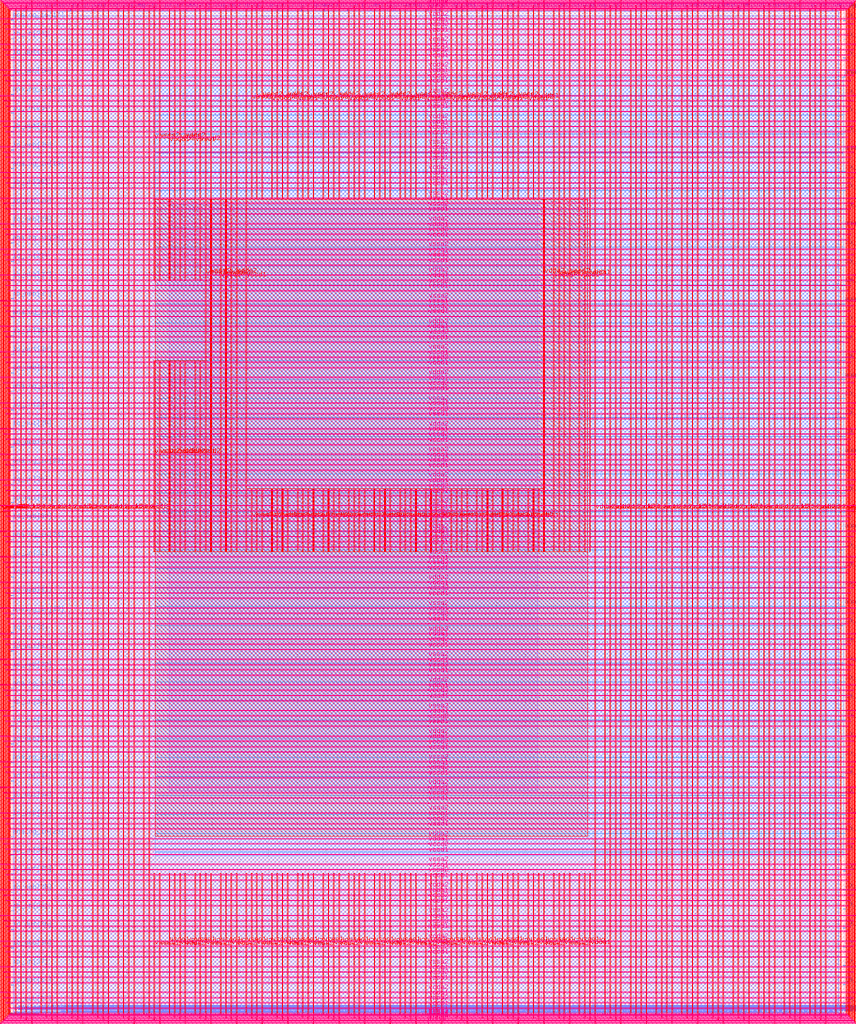
<source format=lef>
VERSION 5.7 ;
  NOWIREEXTENSIONATPIN ON ;
  DIVIDERCHAR "/" ;
  BUSBITCHARS "[]" ;
MACRO user_project_wrapper
  CLASS BLOCK ;
  FOREIGN user_project_wrapper ;
  ORIGIN 0.000 0.000 ;
  SIZE 2920.000 BY 3520.000 ;
  PIN analog_io[0]
    DIRECTION INOUT ;
    USE SIGNAL ;
    PORT
      LAYER met3 ;
        RECT 2917.600 1426.380 2924.800 1427.580 ;
    END
  END analog_io[0]
  PIN analog_io[10]
    DIRECTION INOUT ;
    USE SIGNAL ;
    PORT
      LAYER met2 ;
        RECT 2230.490 3517.600 2231.050 3524.800 ;
    END
  END analog_io[10]
  PIN analog_io[11]
    DIRECTION INOUT ;
    USE SIGNAL ;
    PORT
      LAYER met2 ;
        RECT 1905.730 3517.600 1906.290 3524.800 ;
    END
  END analog_io[11]
  PIN analog_io[12]
    DIRECTION INOUT ;
    USE SIGNAL ;
    PORT
      LAYER met2 ;
        RECT 1581.430 3517.600 1581.990 3524.800 ;
    END
  END analog_io[12]
  PIN analog_io[13]
    DIRECTION INOUT ;
    USE SIGNAL ;
    PORT
      LAYER met2 ;
        RECT 1257.130 3517.600 1257.690 3524.800 ;
    END
  END analog_io[13]
  PIN analog_io[14]
    DIRECTION INOUT ;
    USE SIGNAL ;
    PORT
      LAYER met2 ;
        RECT 932.370 3517.600 932.930 3524.800 ;
    END
  END analog_io[14]
  PIN analog_io[15]
    DIRECTION INOUT ;
    USE SIGNAL ;
    PORT
      LAYER met2 ;
        RECT 608.070 3517.600 608.630 3524.800 ;
    END
  END analog_io[15]
  PIN analog_io[16]
    DIRECTION INOUT ;
    USE SIGNAL ;
    PORT
      LAYER met2 ;
        RECT 283.770 3517.600 284.330 3524.800 ;
    END
  END analog_io[16]
  PIN analog_io[17]
    DIRECTION INOUT ;
    USE SIGNAL ;
    PORT
      LAYER met3 ;
        RECT -4.800 3486.100 2.400 3487.300 ;
    END
  END analog_io[17]
  PIN analog_io[18]
    DIRECTION INOUT ;
    USE SIGNAL ;
    PORT
      LAYER met3 ;
        RECT -4.800 3224.980 2.400 3226.180 ;
    END
  END analog_io[18]
  PIN analog_io[19]
    DIRECTION INOUT ;
    USE SIGNAL ;
    PORT
      LAYER met3 ;
        RECT -4.800 2964.540 2.400 2965.740 ;
    END
  END analog_io[19]
  PIN analog_io[1]
    DIRECTION INOUT ;
    USE SIGNAL ;
    PORT
      LAYER met3 ;
        RECT 2917.600 1692.260 2924.800 1693.460 ;
    END
  END analog_io[1]
  PIN analog_io[20]
    DIRECTION INOUT ;
    USE SIGNAL ;
    PORT
      LAYER met3 ;
        RECT -4.800 2703.420 2.400 2704.620 ;
    END
  END analog_io[20]
  PIN analog_io[21]
    DIRECTION INOUT ;
    USE SIGNAL ;
    PORT
      LAYER met3 ;
        RECT -4.800 2442.980 2.400 2444.180 ;
    END
  END analog_io[21]
  PIN analog_io[22]
    DIRECTION INOUT ;
    USE SIGNAL ;
    PORT
      LAYER met3 ;
        RECT -4.800 2182.540 2.400 2183.740 ;
    END
  END analog_io[22]
  PIN analog_io[23]
    DIRECTION INOUT ;
    USE SIGNAL ;
    PORT
      LAYER met3 ;
        RECT -4.800 1921.420 2.400 1922.620 ;
    END
  END analog_io[23]
  PIN analog_io[24]
    DIRECTION INOUT ;
    USE SIGNAL ;
    PORT
      LAYER met3 ;
        RECT -4.800 1660.980 2.400 1662.180 ;
    END
  END analog_io[24]
  PIN analog_io[25]
    DIRECTION INOUT ;
    USE SIGNAL ;
    PORT
      LAYER met3 ;
        RECT -4.800 1399.860 2.400 1401.060 ;
    END
  END analog_io[25]
  PIN analog_io[26]
    DIRECTION INOUT ;
    USE SIGNAL ;
    PORT
      LAYER met3 ;
        RECT -4.800 1139.420 2.400 1140.620 ;
    END
  END analog_io[26]
  PIN analog_io[27]
    DIRECTION INOUT ;
    USE SIGNAL ;
    PORT
      LAYER met3 ;
        RECT -4.800 878.980 2.400 880.180 ;
    END
  END analog_io[27]
  PIN analog_io[28]
    DIRECTION INOUT ;
    USE SIGNAL ;
    PORT
      LAYER met3 ;
        RECT -4.800 617.860 2.400 619.060 ;
    END
  END analog_io[28]
  PIN analog_io[2]
    DIRECTION INOUT ;
    USE SIGNAL ;
    PORT
      LAYER met3 ;
        RECT 2917.600 1958.140 2924.800 1959.340 ;
    END
  END analog_io[2]
  PIN analog_io[3]
    DIRECTION INOUT ;
    USE SIGNAL ;
    PORT
      LAYER met3 ;
        RECT 2917.600 2223.340 2924.800 2224.540 ;
    END
  END analog_io[3]
  PIN analog_io[4]
    DIRECTION INOUT ;
    USE SIGNAL ;
    PORT
      LAYER met3 ;
        RECT 2917.600 2489.220 2924.800 2490.420 ;
    END
  END analog_io[4]
  PIN analog_io[5]
    DIRECTION INOUT ;
    USE SIGNAL ;
    PORT
      LAYER met3 ;
        RECT 2917.600 2755.100 2924.800 2756.300 ;
    END
  END analog_io[5]
  PIN analog_io[6]
    DIRECTION INOUT ;
    USE SIGNAL ;
    PORT
      LAYER met3 ;
        RECT 2917.600 3020.300 2924.800 3021.500 ;
    END
  END analog_io[6]
  PIN analog_io[7]
    DIRECTION INOUT ;
    USE SIGNAL ;
    PORT
      LAYER met3 ;
        RECT 2917.600 3286.180 2924.800 3287.380 ;
    END
  END analog_io[7]
  PIN analog_io[8]
    DIRECTION INOUT ;
    USE SIGNAL ;
    PORT
      LAYER met2 ;
        RECT 2879.090 3517.600 2879.650 3524.800 ;
    END
  END analog_io[8]
  PIN analog_io[9]
    DIRECTION INOUT ;
    USE SIGNAL ;
    PORT
      LAYER met2 ;
        RECT 2554.790 3517.600 2555.350 3524.800 ;
    END
  END analog_io[9]
  PIN io_in[0]
    DIRECTION INPUT ;
    USE SIGNAL ;
    PORT
      LAYER met3 ;
        RECT 2917.600 32.380 2924.800 33.580 ;
    END
  END io_in[0]
  PIN io_in[10]
    DIRECTION INPUT ;
    USE SIGNAL ;
    PORT
      LAYER met3 ;
        RECT 2917.600 2289.980 2924.800 2291.180 ;
    END
  END io_in[10]
  PIN io_in[11]
    DIRECTION INPUT ;
    USE SIGNAL ;
    PORT
      LAYER met3 ;
        RECT 2917.600 2555.860 2924.800 2557.060 ;
    END
  END io_in[11]
  PIN io_in[12]
    DIRECTION INPUT ;
    USE SIGNAL ;
    PORT
      LAYER met3 ;
        RECT 2917.600 2821.060 2924.800 2822.260 ;
    END
  END io_in[12]
  PIN io_in[13]
    DIRECTION INPUT ;
    USE SIGNAL ;
    PORT
      LAYER met3 ;
        RECT 2917.600 3086.940 2924.800 3088.140 ;
    END
  END io_in[13]
  PIN io_in[14]
    DIRECTION INPUT ;
    USE SIGNAL ;
    PORT
      LAYER met3 ;
        RECT 2917.600 3352.820 2924.800 3354.020 ;
    END
  END io_in[14]
  PIN io_in[15]
    DIRECTION INPUT ;
    USE SIGNAL ;
    PORT
      LAYER met2 ;
        RECT 2798.130 3517.600 2798.690 3524.800 ;
    END
  END io_in[15]
  PIN io_in[16]
    DIRECTION INPUT ;
    USE SIGNAL ;
    PORT
      LAYER met2 ;
        RECT 2473.830 3517.600 2474.390 3524.800 ;
    END
  END io_in[16]
  PIN io_in[17]
    DIRECTION INPUT ;
    USE SIGNAL ;
    PORT
      LAYER met2 ;
        RECT 2149.070 3517.600 2149.630 3524.800 ;
    END
  END io_in[17]
  PIN io_in[18]
    DIRECTION INPUT ;
    USE SIGNAL ;
    PORT
      LAYER met2 ;
        RECT 1824.770 3517.600 1825.330 3524.800 ;
    END
  END io_in[18]
  PIN io_in[19]
    DIRECTION INPUT ;
    USE SIGNAL ;
    PORT
      LAYER met2 ;
        RECT 1500.470 3517.600 1501.030 3524.800 ;
    END
  END io_in[19]
  PIN io_in[1]
    DIRECTION INPUT ;
    USE SIGNAL ;
    PORT
      LAYER met3 ;
        RECT 2917.600 230.940 2924.800 232.140 ;
    END
  END io_in[1]
  PIN io_in[20]
    DIRECTION INPUT ;
    USE SIGNAL ;
    PORT
      LAYER met2 ;
        RECT 1175.710 3517.600 1176.270 3524.800 ;
    END
  END io_in[20]
  PIN io_in[21]
    DIRECTION INPUT ;
    USE SIGNAL ;
    PORT
      LAYER met2 ;
        RECT 851.410 3517.600 851.970 3524.800 ;
    END
  END io_in[21]
  PIN io_in[22]
    DIRECTION INPUT ;
    USE SIGNAL ;
    PORT
      LAYER met2 ;
        RECT 527.110 3517.600 527.670 3524.800 ;
    END
  END io_in[22]
  PIN io_in[23]
    DIRECTION INPUT ;
    USE SIGNAL ;
    PORT
      LAYER met2 ;
        RECT 202.350 3517.600 202.910 3524.800 ;
    END
  END io_in[23]
  PIN io_in[24]
    DIRECTION INPUT ;
    USE SIGNAL ;
    PORT
      LAYER met3 ;
        RECT -4.800 3420.820 2.400 3422.020 ;
    END
  END io_in[24]
  PIN io_in[25]
    DIRECTION INPUT ;
    USE SIGNAL ;
    PORT
      LAYER met3 ;
        RECT -4.800 3159.700 2.400 3160.900 ;
    END
  END io_in[25]
  PIN io_in[26]
    DIRECTION INPUT ;
    USE SIGNAL ;
    PORT
      LAYER met3 ;
        RECT -4.800 2899.260 2.400 2900.460 ;
    END
  END io_in[26]
  PIN io_in[27]
    DIRECTION INPUT ;
    USE SIGNAL ;
    PORT
      LAYER met3 ;
        RECT -4.800 2638.820 2.400 2640.020 ;
    END
  END io_in[27]
  PIN io_in[28]
    DIRECTION INPUT ;
    USE SIGNAL ;
    PORT
      LAYER met3 ;
        RECT -4.800 2377.700 2.400 2378.900 ;
    END
  END io_in[28]
  PIN io_in[29]
    DIRECTION INPUT ;
    USE SIGNAL ;
    PORT
      LAYER met3 ;
        RECT -4.800 2117.260 2.400 2118.460 ;
    END
  END io_in[29]
  PIN io_in[2]
    DIRECTION INPUT ;
    USE SIGNAL ;
    PORT
      LAYER met3 ;
        RECT 2917.600 430.180 2924.800 431.380 ;
    END
  END io_in[2]
  PIN io_in[30]
    DIRECTION INPUT ;
    USE SIGNAL ;
    PORT
      LAYER met3 ;
        RECT -4.800 1856.140 2.400 1857.340 ;
    END
  END io_in[30]
  PIN io_in[31]
    DIRECTION INPUT ;
    USE SIGNAL ;
    PORT
      LAYER met3 ;
        RECT -4.800 1595.700 2.400 1596.900 ;
    END
  END io_in[31]
  PIN io_in[32]
    DIRECTION INPUT ;
    USE SIGNAL ;
    PORT
      LAYER met3 ;
        RECT -4.800 1335.260 2.400 1336.460 ;
    END
  END io_in[32]
  PIN io_in[33]
    DIRECTION INPUT ;
    USE SIGNAL ;
    PORT
      LAYER met3 ;
        RECT -4.800 1074.140 2.400 1075.340 ;
    END
  END io_in[33]
  PIN io_in[34]
    DIRECTION INPUT ;
    USE SIGNAL ;
    PORT
      LAYER met3 ;
        RECT -4.800 813.700 2.400 814.900 ;
    END
  END io_in[34]
  PIN io_in[35]
    DIRECTION INPUT ;
    USE SIGNAL ;
    PORT
      LAYER met3 ;
        RECT -4.800 552.580 2.400 553.780 ;
    END
  END io_in[35]
  PIN io_in[36]
    DIRECTION INPUT ;
    USE SIGNAL ;
    PORT
      LAYER met3 ;
        RECT -4.800 357.420 2.400 358.620 ;
    END
  END io_in[36]
  PIN io_in[37]
    DIRECTION INPUT ;
    USE SIGNAL ;
    PORT
      LAYER met3 ;
        RECT -4.800 161.580 2.400 162.780 ;
    END
  END io_in[37]
  PIN io_in[3]
    DIRECTION INPUT ;
    USE SIGNAL ;
    PORT
      LAYER met3 ;
        RECT 2917.600 629.420 2924.800 630.620 ;
    END
  END io_in[3]
  PIN io_in[4]
    DIRECTION INPUT ;
    USE SIGNAL ;
    PORT
      LAYER met3 ;
        RECT 2917.600 828.660 2924.800 829.860 ;
    END
  END io_in[4]
  PIN io_in[5]
    DIRECTION INPUT ;
    USE SIGNAL ;
    PORT
      LAYER met3 ;
        RECT 2917.600 1027.900 2924.800 1029.100 ;
    END
  END io_in[5]
  PIN io_in[6]
    DIRECTION INPUT ;
    USE SIGNAL ;
    PORT
      LAYER met3 ;
        RECT 2917.600 1227.140 2924.800 1228.340 ;
    END
  END io_in[6]
  PIN io_in[7]
    DIRECTION INPUT ;
    USE SIGNAL ;
    PORT
      LAYER met3 ;
        RECT 2917.600 1493.020 2924.800 1494.220 ;
    END
  END io_in[7]
  PIN io_in[8]
    DIRECTION INPUT ;
    USE SIGNAL ;
    PORT
      LAYER met3 ;
        RECT 2917.600 1758.900 2924.800 1760.100 ;
    END
  END io_in[8]
  PIN io_in[9]
    DIRECTION INPUT ;
    USE SIGNAL ;
    PORT
      LAYER met3 ;
        RECT 2917.600 2024.100 2924.800 2025.300 ;
    END
  END io_in[9]
  PIN io_oeb[0]
    DIRECTION OUTPUT TRISTATE ;
    USE SIGNAL ;
    PORT
      LAYER met3 ;
        RECT 2917.600 164.980 2924.800 166.180 ;
    END
  END io_oeb[0]
  PIN io_oeb[10]
    DIRECTION OUTPUT TRISTATE ;
    USE SIGNAL ;
    PORT
      LAYER met3 ;
        RECT 2917.600 2422.580 2924.800 2423.780 ;
    END
  END io_oeb[10]
  PIN io_oeb[11]
    DIRECTION OUTPUT TRISTATE ;
    USE SIGNAL ;
    PORT
      LAYER met3 ;
        RECT 2917.600 2688.460 2924.800 2689.660 ;
    END
  END io_oeb[11]
  PIN io_oeb[12]
    DIRECTION OUTPUT TRISTATE ;
    USE SIGNAL ;
    PORT
      LAYER met3 ;
        RECT 2917.600 2954.340 2924.800 2955.540 ;
    END
  END io_oeb[12]
  PIN io_oeb[13]
    DIRECTION OUTPUT TRISTATE ;
    USE SIGNAL ;
    PORT
      LAYER met3 ;
        RECT 2917.600 3219.540 2924.800 3220.740 ;
    END
  END io_oeb[13]
  PIN io_oeb[14]
    DIRECTION OUTPUT TRISTATE ;
    USE SIGNAL ;
    PORT
      LAYER met3 ;
        RECT 2917.600 3485.420 2924.800 3486.620 ;
    END
  END io_oeb[14]
  PIN io_oeb[15]
    DIRECTION OUTPUT TRISTATE ;
    USE SIGNAL ;
    PORT
      LAYER met2 ;
        RECT 2635.750 3517.600 2636.310 3524.800 ;
    END
  END io_oeb[15]
  PIN io_oeb[16]
    DIRECTION OUTPUT TRISTATE ;
    USE SIGNAL ;
    PORT
      LAYER met2 ;
        RECT 2311.450 3517.600 2312.010 3524.800 ;
    END
  END io_oeb[16]
  PIN io_oeb[17]
    DIRECTION OUTPUT TRISTATE ;
    USE SIGNAL ;
    PORT
      LAYER met2 ;
        RECT 1987.150 3517.600 1987.710 3524.800 ;
    END
  END io_oeb[17]
  PIN io_oeb[18]
    DIRECTION OUTPUT TRISTATE ;
    USE SIGNAL ;
    PORT
      LAYER met2 ;
        RECT 1662.390 3517.600 1662.950 3524.800 ;
    END
  END io_oeb[18]
  PIN io_oeb[19]
    DIRECTION OUTPUT TRISTATE ;
    USE SIGNAL ;
    PORT
      LAYER met2 ;
        RECT 1338.090 3517.600 1338.650 3524.800 ;
    END
  END io_oeb[19]
  PIN io_oeb[1]
    DIRECTION OUTPUT TRISTATE ;
    USE SIGNAL ;
    PORT
      LAYER met3 ;
        RECT 2917.600 364.220 2924.800 365.420 ;
    END
  END io_oeb[1]
  PIN io_oeb[20]
    DIRECTION OUTPUT TRISTATE ;
    USE SIGNAL ;
    PORT
      LAYER met2 ;
        RECT 1013.790 3517.600 1014.350 3524.800 ;
    END
  END io_oeb[20]
  PIN io_oeb[21]
    DIRECTION OUTPUT TRISTATE ;
    USE SIGNAL ;
    PORT
      LAYER met2 ;
        RECT 689.030 3517.600 689.590 3524.800 ;
    END
  END io_oeb[21]
  PIN io_oeb[22]
    DIRECTION OUTPUT TRISTATE ;
    USE SIGNAL ;
    PORT
      LAYER met2 ;
        RECT 364.730 3517.600 365.290 3524.800 ;
    END
  END io_oeb[22]
  PIN io_oeb[23]
    DIRECTION OUTPUT TRISTATE ;
    USE SIGNAL ;
    PORT
      LAYER met2 ;
        RECT 40.430 3517.600 40.990 3524.800 ;
    END
  END io_oeb[23]
  PIN io_oeb[24]
    DIRECTION OUTPUT TRISTATE ;
    USE SIGNAL ;
    PORT
      LAYER met3 ;
        RECT -4.800 3290.260 2.400 3291.460 ;
    END
  END io_oeb[24]
  PIN io_oeb[25]
    DIRECTION OUTPUT TRISTATE ;
    USE SIGNAL ;
    PORT
      LAYER met3 ;
        RECT -4.800 3029.820 2.400 3031.020 ;
    END
  END io_oeb[25]
  PIN io_oeb[26]
    DIRECTION OUTPUT TRISTATE ;
    USE SIGNAL ;
    PORT
      LAYER met3 ;
        RECT -4.800 2768.700 2.400 2769.900 ;
    END
  END io_oeb[26]
  PIN io_oeb[27]
    DIRECTION OUTPUT TRISTATE ;
    USE SIGNAL ;
    PORT
      LAYER met3 ;
        RECT -4.800 2508.260 2.400 2509.460 ;
    END
  END io_oeb[27]
  PIN io_oeb[28]
    DIRECTION OUTPUT TRISTATE ;
    USE SIGNAL ;
    PORT
      LAYER met3 ;
        RECT -4.800 2247.140 2.400 2248.340 ;
    END
  END io_oeb[28]
  PIN io_oeb[29]
    DIRECTION OUTPUT TRISTATE ;
    USE SIGNAL ;
    PORT
      LAYER met3 ;
        RECT -4.800 1986.700 2.400 1987.900 ;
    END
  END io_oeb[29]
  PIN io_oeb[2]
    DIRECTION OUTPUT TRISTATE ;
    USE SIGNAL ;
    PORT
      LAYER met3 ;
        RECT 2917.600 563.460 2924.800 564.660 ;
    END
  END io_oeb[2]
  PIN io_oeb[30]
    DIRECTION OUTPUT TRISTATE ;
    USE SIGNAL ;
    PORT
      LAYER met3 ;
        RECT -4.800 1726.260 2.400 1727.460 ;
    END
  END io_oeb[30]
  PIN io_oeb[31]
    DIRECTION OUTPUT TRISTATE ;
    USE SIGNAL ;
    PORT
      LAYER met3 ;
        RECT -4.800 1465.140 2.400 1466.340 ;
    END
  END io_oeb[31]
  PIN io_oeb[32]
    DIRECTION OUTPUT TRISTATE ;
    USE SIGNAL ;
    PORT
      LAYER met3 ;
        RECT -4.800 1204.700 2.400 1205.900 ;
    END
  END io_oeb[32]
  PIN io_oeb[33]
    DIRECTION OUTPUT TRISTATE ;
    USE SIGNAL ;
    PORT
      LAYER met3 ;
        RECT -4.800 943.580 2.400 944.780 ;
    END
  END io_oeb[33]
  PIN io_oeb[34]
    DIRECTION OUTPUT TRISTATE ;
    USE SIGNAL ;
    PORT
      LAYER met3 ;
        RECT -4.800 683.140 2.400 684.340 ;
    END
  END io_oeb[34]
  PIN io_oeb[35]
    DIRECTION OUTPUT TRISTATE ;
    USE SIGNAL ;
    PORT
      LAYER met3 ;
        RECT -4.800 422.700 2.400 423.900 ;
    END
  END io_oeb[35]
  PIN io_oeb[36]
    DIRECTION OUTPUT TRISTATE ;
    USE SIGNAL ;
    PORT
      LAYER met3 ;
        RECT -4.800 226.860 2.400 228.060 ;
    END
  END io_oeb[36]
  PIN io_oeb[37]
    DIRECTION OUTPUT TRISTATE ;
    USE SIGNAL ;
    PORT
      LAYER met3 ;
        RECT -4.800 31.700 2.400 32.900 ;
    END
  END io_oeb[37]
  PIN io_oeb[3]
    DIRECTION OUTPUT TRISTATE ;
    USE SIGNAL ;
    PORT
      LAYER met3 ;
        RECT 2917.600 762.700 2924.800 763.900 ;
    END
  END io_oeb[3]
  PIN io_oeb[4]
    DIRECTION OUTPUT TRISTATE ;
    USE SIGNAL ;
    PORT
      LAYER met3 ;
        RECT 2917.600 961.940 2924.800 963.140 ;
    END
  END io_oeb[4]
  PIN io_oeb[5]
    DIRECTION OUTPUT TRISTATE ;
    USE SIGNAL ;
    PORT
      LAYER met3 ;
        RECT 2917.600 1161.180 2924.800 1162.380 ;
    END
  END io_oeb[5]
  PIN io_oeb[6]
    DIRECTION OUTPUT TRISTATE ;
    USE SIGNAL ;
    PORT
      LAYER met3 ;
        RECT 2917.600 1360.420 2924.800 1361.620 ;
    END
  END io_oeb[6]
  PIN io_oeb[7]
    DIRECTION OUTPUT TRISTATE ;
    USE SIGNAL ;
    PORT
      LAYER met3 ;
        RECT 2917.600 1625.620 2924.800 1626.820 ;
    END
  END io_oeb[7]
  PIN io_oeb[8]
    DIRECTION OUTPUT TRISTATE ;
    USE SIGNAL ;
    PORT
      LAYER met3 ;
        RECT 2917.600 1891.500 2924.800 1892.700 ;
    END
  END io_oeb[8]
  PIN io_oeb[9]
    DIRECTION OUTPUT TRISTATE ;
    USE SIGNAL ;
    PORT
      LAYER met3 ;
        RECT 2917.600 2157.380 2924.800 2158.580 ;
    END
  END io_oeb[9]
  PIN io_out[0]
    DIRECTION OUTPUT TRISTATE ;
    USE SIGNAL ;
    PORT
      LAYER met3 ;
        RECT 2917.600 98.340 2924.800 99.540 ;
    END
  END io_out[0]
  PIN io_out[10]
    DIRECTION OUTPUT TRISTATE ;
    USE SIGNAL ;
    PORT
      LAYER met3 ;
        RECT 2917.600 2356.620 2924.800 2357.820 ;
    END
  END io_out[10]
  PIN io_out[11]
    DIRECTION OUTPUT TRISTATE ;
    USE SIGNAL ;
    PORT
      LAYER met3 ;
        RECT 2917.600 2621.820 2924.800 2623.020 ;
    END
  END io_out[11]
  PIN io_out[12]
    DIRECTION OUTPUT TRISTATE ;
    USE SIGNAL ;
    PORT
      LAYER met3 ;
        RECT 2917.600 2887.700 2924.800 2888.900 ;
    END
  END io_out[12]
  PIN io_out[13]
    DIRECTION OUTPUT TRISTATE ;
    USE SIGNAL ;
    PORT
      LAYER met3 ;
        RECT 2917.600 3153.580 2924.800 3154.780 ;
    END
  END io_out[13]
  PIN io_out[14]
    DIRECTION OUTPUT TRISTATE ;
    USE SIGNAL ;
    PORT
      LAYER met3 ;
        RECT 2917.600 3418.780 2924.800 3419.980 ;
    END
  END io_out[14]
  PIN io_out[15]
    DIRECTION OUTPUT TRISTATE ;
    USE SIGNAL ;
    PORT
      LAYER met2 ;
        RECT 2717.170 3517.600 2717.730 3524.800 ;
    END
  END io_out[15]
  PIN io_out[16]
    DIRECTION OUTPUT TRISTATE ;
    USE SIGNAL ;
    PORT
      LAYER met2 ;
        RECT 2392.410 3517.600 2392.970 3524.800 ;
    END
  END io_out[16]
  PIN io_out[17]
    DIRECTION OUTPUT TRISTATE ;
    USE SIGNAL ;
    PORT
      LAYER met2 ;
        RECT 2068.110 3517.600 2068.670 3524.800 ;
    END
  END io_out[17]
  PIN io_out[18]
    DIRECTION OUTPUT TRISTATE ;
    USE SIGNAL ;
    PORT
      LAYER met2 ;
        RECT 1743.810 3517.600 1744.370 3524.800 ;
    END
  END io_out[18]
  PIN io_out[19]
    DIRECTION OUTPUT TRISTATE ;
    USE SIGNAL ;
    PORT
      LAYER met2 ;
        RECT 1419.050 3517.600 1419.610 3524.800 ;
    END
  END io_out[19]
  PIN io_out[1]
    DIRECTION OUTPUT TRISTATE ;
    USE SIGNAL ;
    PORT
      LAYER met3 ;
        RECT 2917.600 297.580 2924.800 298.780 ;
    END
  END io_out[1]
  PIN io_out[20]
    DIRECTION OUTPUT TRISTATE ;
    USE SIGNAL ;
    PORT
      LAYER met2 ;
        RECT 1094.750 3517.600 1095.310 3524.800 ;
    END
  END io_out[20]
  PIN io_out[21]
    DIRECTION OUTPUT TRISTATE ;
    USE SIGNAL ;
    PORT
      LAYER met2 ;
        RECT 770.450 3517.600 771.010 3524.800 ;
    END
  END io_out[21]
  PIN io_out[22]
    DIRECTION OUTPUT TRISTATE ;
    USE SIGNAL ;
    PORT
      LAYER met2 ;
        RECT 445.690 3517.600 446.250 3524.800 ;
    END
  END io_out[22]
  PIN io_out[23]
    DIRECTION OUTPUT TRISTATE ;
    USE SIGNAL ;
    PORT
      LAYER met2 ;
        RECT 121.390 3517.600 121.950 3524.800 ;
    END
  END io_out[23]
  PIN io_out[24]
    DIRECTION OUTPUT TRISTATE ;
    USE SIGNAL ;
    PORT
      LAYER met3 ;
        RECT -4.800 3355.540 2.400 3356.740 ;
    END
  END io_out[24]
  PIN io_out[25]
    DIRECTION OUTPUT TRISTATE ;
    USE SIGNAL ;
    PORT
      LAYER met3 ;
        RECT -4.800 3095.100 2.400 3096.300 ;
    END
  END io_out[25]
  PIN io_out[26]
    DIRECTION OUTPUT TRISTATE ;
    USE SIGNAL ;
    PORT
      LAYER met3 ;
        RECT -4.800 2833.980 2.400 2835.180 ;
    END
  END io_out[26]
  PIN io_out[27]
    DIRECTION OUTPUT TRISTATE ;
    USE SIGNAL ;
    PORT
      LAYER met3 ;
        RECT -4.800 2573.540 2.400 2574.740 ;
    END
  END io_out[27]
  PIN io_out[28]
    DIRECTION OUTPUT TRISTATE ;
    USE SIGNAL ;
    PORT
      LAYER met3 ;
        RECT -4.800 2312.420 2.400 2313.620 ;
    END
  END io_out[28]
  PIN io_out[29]
    DIRECTION OUTPUT TRISTATE ;
    USE SIGNAL ;
    PORT
      LAYER met3 ;
        RECT -4.800 2051.980 2.400 2053.180 ;
    END
  END io_out[29]
  PIN io_out[2]
    DIRECTION OUTPUT TRISTATE ;
    USE SIGNAL ;
    PORT
      LAYER met3 ;
        RECT 2917.600 496.820 2924.800 498.020 ;
    END
  END io_out[2]
  PIN io_out[30]
    DIRECTION OUTPUT TRISTATE ;
    USE SIGNAL ;
    PORT
      LAYER met3 ;
        RECT -4.800 1791.540 2.400 1792.740 ;
    END
  END io_out[30]
  PIN io_out[31]
    DIRECTION OUTPUT TRISTATE ;
    USE SIGNAL ;
    PORT
      LAYER met3 ;
        RECT -4.800 1530.420 2.400 1531.620 ;
    END
  END io_out[31]
  PIN io_out[32]
    DIRECTION OUTPUT TRISTATE ;
    USE SIGNAL ;
    PORT
      LAYER met3 ;
        RECT -4.800 1269.980 2.400 1271.180 ;
    END
  END io_out[32]
  PIN io_out[33]
    DIRECTION OUTPUT TRISTATE ;
    USE SIGNAL ;
    PORT
      LAYER met3 ;
        RECT -4.800 1008.860 2.400 1010.060 ;
    END
  END io_out[33]
  PIN io_out[34]
    DIRECTION OUTPUT TRISTATE ;
    USE SIGNAL ;
    PORT
      LAYER met3 ;
        RECT -4.800 748.420 2.400 749.620 ;
    END
  END io_out[34]
  PIN io_out[35]
    DIRECTION OUTPUT TRISTATE ;
    USE SIGNAL ;
    PORT
      LAYER met3 ;
        RECT -4.800 487.300 2.400 488.500 ;
    END
  END io_out[35]
  PIN io_out[36]
    DIRECTION OUTPUT TRISTATE ;
    USE SIGNAL ;
    PORT
      LAYER met3 ;
        RECT -4.800 292.140 2.400 293.340 ;
    END
  END io_out[36]
  PIN io_out[37]
    DIRECTION OUTPUT TRISTATE ;
    USE SIGNAL ;
    PORT
      LAYER met3 ;
        RECT -4.800 96.300 2.400 97.500 ;
    END
  END io_out[37]
  PIN io_out[3]
    DIRECTION OUTPUT TRISTATE ;
    USE SIGNAL ;
    PORT
      LAYER met3 ;
        RECT 2917.600 696.060 2924.800 697.260 ;
    END
  END io_out[3]
  PIN io_out[4]
    DIRECTION OUTPUT TRISTATE ;
    USE SIGNAL ;
    PORT
      LAYER met3 ;
        RECT 2917.600 895.300 2924.800 896.500 ;
    END
  END io_out[4]
  PIN io_out[5]
    DIRECTION OUTPUT TRISTATE ;
    USE SIGNAL ;
    PORT
      LAYER met3 ;
        RECT 2917.600 1094.540 2924.800 1095.740 ;
    END
  END io_out[5]
  PIN io_out[6]
    DIRECTION OUTPUT TRISTATE ;
    USE SIGNAL ;
    PORT
      LAYER met3 ;
        RECT 2917.600 1293.780 2924.800 1294.980 ;
    END
  END io_out[6]
  PIN io_out[7]
    DIRECTION OUTPUT TRISTATE ;
    USE SIGNAL ;
    PORT
      LAYER met3 ;
        RECT 2917.600 1559.660 2924.800 1560.860 ;
    END
  END io_out[7]
  PIN io_out[8]
    DIRECTION OUTPUT TRISTATE ;
    USE SIGNAL ;
    PORT
      LAYER met3 ;
        RECT 2917.600 1824.860 2924.800 1826.060 ;
    END
  END io_out[8]
  PIN io_out[9]
    DIRECTION OUTPUT TRISTATE ;
    USE SIGNAL ;
    PORT
      LAYER met3 ;
        RECT 2917.600 2090.740 2924.800 2091.940 ;
    END
  END io_out[9]
  PIN la_data_in[0]
    DIRECTION INPUT ;
    USE SIGNAL ;
    PORT
      LAYER met2 ;
        RECT 629.230 -4.800 629.790 2.400 ;
    END
  END la_data_in[0]
  PIN la_data_in[100]
    DIRECTION INPUT ;
    USE SIGNAL ;
    PORT
      LAYER met2 ;
        RECT 2402.530 -4.800 2403.090 2.400 ;
    END
  END la_data_in[100]
  PIN la_data_in[101]
    DIRECTION INPUT ;
    USE SIGNAL ;
    PORT
      LAYER met2 ;
        RECT 2420.010 -4.800 2420.570 2.400 ;
    END
  END la_data_in[101]
  PIN la_data_in[102]
    DIRECTION INPUT ;
    USE SIGNAL ;
    PORT
      LAYER met2 ;
        RECT 2437.950 -4.800 2438.510 2.400 ;
    END
  END la_data_in[102]
  PIN la_data_in[103]
    DIRECTION INPUT ;
    USE SIGNAL ;
    PORT
      LAYER met2 ;
        RECT 2455.430 -4.800 2455.990 2.400 ;
    END
  END la_data_in[103]
  PIN la_data_in[104]
    DIRECTION INPUT ;
    USE SIGNAL ;
    PORT
      LAYER met2 ;
        RECT 2473.370 -4.800 2473.930 2.400 ;
    END
  END la_data_in[104]
  PIN la_data_in[105]
    DIRECTION INPUT ;
    USE SIGNAL ;
    PORT
      LAYER met2 ;
        RECT 2490.850 -4.800 2491.410 2.400 ;
    END
  END la_data_in[105]
  PIN la_data_in[106]
    DIRECTION INPUT ;
    USE SIGNAL ;
    PORT
      LAYER met2 ;
        RECT 2508.790 -4.800 2509.350 2.400 ;
    END
  END la_data_in[106]
  PIN la_data_in[107]
    DIRECTION INPUT ;
    USE SIGNAL ;
    PORT
      LAYER met2 ;
        RECT 2526.730 -4.800 2527.290 2.400 ;
    END
  END la_data_in[107]
  PIN la_data_in[108]
    DIRECTION INPUT ;
    USE SIGNAL ;
    PORT
      LAYER met2 ;
        RECT 2544.210 -4.800 2544.770 2.400 ;
    END
  END la_data_in[108]
  PIN la_data_in[109]
    DIRECTION INPUT ;
    USE SIGNAL ;
    PORT
      LAYER met2 ;
        RECT 2562.150 -4.800 2562.710 2.400 ;
    END
  END la_data_in[109]
  PIN la_data_in[10]
    DIRECTION INPUT ;
    USE SIGNAL ;
    PORT
      LAYER met2 ;
        RECT 806.330 -4.800 806.890 2.400 ;
    END
  END la_data_in[10]
  PIN la_data_in[110]
    DIRECTION INPUT ;
    USE SIGNAL ;
    PORT
      LAYER met2 ;
        RECT 2579.630 -4.800 2580.190 2.400 ;
    END
  END la_data_in[110]
  PIN la_data_in[111]
    DIRECTION INPUT ;
    USE SIGNAL ;
    PORT
      LAYER met2 ;
        RECT 2597.570 -4.800 2598.130 2.400 ;
    END
  END la_data_in[111]
  PIN la_data_in[112]
    DIRECTION INPUT ;
    USE SIGNAL ;
    PORT
      LAYER met2 ;
        RECT 2615.050 -4.800 2615.610 2.400 ;
    END
  END la_data_in[112]
  PIN la_data_in[113]
    DIRECTION INPUT ;
    USE SIGNAL ;
    PORT
      LAYER met2 ;
        RECT 2632.990 -4.800 2633.550 2.400 ;
    END
  END la_data_in[113]
  PIN la_data_in[114]
    DIRECTION INPUT ;
    USE SIGNAL ;
    PORT
      LAYER met2 ;
        RECT 2650.470 -4.800 2651.030 2.400 ;
    END
  END la_data_in[114]
  PIN la_data_in[115]
    DIRECTION INPUT ;
    USE SIGNAL ;
    PORT
      LAYER met2 ;
        RECT 2668.410 -4.800 2668.970 2.400 ;
    END
  END la_data_in[115]
  PIN la_data_in[116]
    DIRECTION INPUT ;
    USE SIGNAL ;
    PORT
      LAYER met2 ;
        RECT 2685.890 -4.800 2686.450 2.400 ;
    END
  END la_data_in[116]
  PIN la_data_in[117]
    DIRECTION INPUT ;
    USE SIGNAL ;
    PORT
      LAYER met2 ;
        RECT 2703.830 -4.800 2704.390 2.400 ;
    END
  END la_data_in[117]
  PIN la_data_in[118]
    DIRECTION INPUT ;
    USE SIGNAL ;
    PORT
      LAYER met2 ;
        RECT 2721.770 -4.800 2722.330 2.400 ;
    END
  END la_data_in[118]
  PIN la_data_in[119]
    DIRECTION INPUT ;
    USE SIGNAL ;
    PORT
      LAYER met2 ;
        RECT 2739.250 -4.800 2739.810 2.400 ;
    END
  END la_data_in[119]
  PIN la_data_in[11]
    DIRECTION INPUT ;
    USE SIGNAL ;
    PORT
      LAYER met2 ;
        RECT 824.270 -4.800 824.830 2.400 ;
    END
  END la_data_in[11]
  PIN la_data_in[120]
    DIRECTION INPUT ;
    USE SIGNAL ;
    PORT
      LAYER met2 ;
        RECT 2757.190 -4.800 2757.750 2.400 ;
    END
  END la_data_in[120]
  PIN la_data_in[121]
    DIRECTION INPUT ;
    USE SIGNAL ;
    PORT
      LAYER met2 ;
        RECT 2774.670 -4.800 2775.230 2.400 ;
    END
  END la_data_in[121]
  PIN la_data_in[122]
    DIRECTION INPUT ;
    USE SIGNAL ;
    PORT
      LAYER met2 ;
        RECT 2792.610 -4.800 2793.170 2.400 ;
    END
  END la_data_in[122]
  PIN la_data_in[123]
    DIRECTION INPUT ;
    USE SIGNAL ;
    PORT
      LAYER met2 ;
        RECT 2810.090 -4.800 2810.650 2.400 ;
    END
  END la_data_in[123]
  PIN la_data_in[124]
    DIRECTION INPUT ;
    USE SIGNAL ;
    PORT
      LAYER met2 ;
        RECT 2828.030 -4.800 2828.590 2.400 ;
    END
  END la_data_in[124]
  PIN la_data_in[125]
    DIRECTION INPUT ;
    USE SIGNAL ;
    PORT
      LAYER met2 ;
        RECT 2845.510 -4.800 2846.070 2.400 ;
    END
  END la_data_in[125]
  PIN la_data_in[126]
    DIRECTION INPUT ;
    USE SIGNAL ;
    PORT
      LAYER met2 ;
        RECT 2863.450 -4.800 2864.010 2.400 ;
    END
  END la_data_in[126]
  PIN la_data_in[127]
    DIRECTION INPUT ;
    USE SIGNAL ;
    PORT
      LAYER met2 ;
        RECT 2881.390 -4.800 2881.950 2.400 ;
    END
  END la_data_in[127]
  PIN la_data_in[12]
    DIRECTION INPUT ;
    USE SIGNAL ;
    PORT
      LAYER met2 ;
        RECT 841.750 -4.800 842.310 2.400 ;
    END
  END la_data_in[12]
  PIN la_data_in[13]
    DIRECTION INPUT ;
    USE SIGNAL ;
    PORT
      LAYER met2 ;
        RECT 859.690 -4.800 860.250 2.400 ;
    END
  END la_data_in[13]
  PIN la_data_in[14]
    DIRECTION INPUT ;
    USE SIGNAL ;
    PORT
      LAYER met2 ;
        RECT 877.170 -4.800 877.730 2.400 ;
    END
  END la_data_in[14]
  PIN la_data_in[15]
    DIRECTION INPUT ;
    USE SIGNAL ;
    PORT
      LAYER met2 ;
        RECT 895.110 -4.800 895.670 2.400 ;
    END
  END la_data_in[15]
  PIN la_data_in[16]
    DIRECTION INPUT ;
    USE SIGNAL ;
    PORT
      LAYER met2 ;
        RECT 912.590 -4.800 913.150 2.400 ;
    END
  END la_data_in[16]
  PIN la_data_in[17]
    DIRECTION INPUT ;
    USE SIGNAL ;
    PORT
      LAYER met2 ;
        RECT 930.530 -4.800 931.090 2.400 ;
    END
  END la_data_in[17]
  PIN la_data_in[18]
    DIRECTION INPUT ;
    USE SIGNAL ;
    PORT
      LAYER met2 ;
        RECT 948.470 -4.800 949.030 2.400 ;
    END
  END la_data_in[18]
  PIN la_data_in[19]
    DIRECTION INPUT ;
    USE SIGNAL ;
    PORT
      LAYER met2 ;
        RECT 965.950 -4.800 966.510 2.400 ;
    END
  END la_data_in[19]
  PIN la_data_in[1]
    DIRECTION INPUT ;
    USE SIGNAL ;
    PORT
      LAYER met2 ;
        RECT 646.710 -4.800 647.270 2.400 ;
    END
  END la_data_in[1]
  PIN la_data_in[20]
    DIRECTION INPUT ;
    USE SIGNAL ;
    PORT
      LAYER met2 ;
        RECT 983.890 -4.800 984.450 2.400 ;
    END
  END la_data_in[20]
  PIN la_data_in[21]
    DIRECTION INPUT ;
    USE SIGNAL ;
    PORT
      LAYER met2 ;
        RECT 1001.370 -4.800 1001.930 2.400 ;
    END
  END la_data_in[21]
  PIN la_data_in[22]
    DIRECTION INPUT ;
    USE SIGNAL ;
    PORT
      LAYER met2 ;
        RECT 1019.310 -4.800 1019.870 2.400 ;
    END
  END la_data_in[22]
  PIN la_data_in[23]
    DIRECTION INPUT ;
    USE SIGNAL ;
    PORT
      LAYER met2 ;
        RECT 1036.790 -4.800 1037.350 2.400 ;
    END
  END la_data_in[23]
  PIN la_data_in[24]
    DIRECTION INPUT ;
    USE SIGNAL ;
    PORT
      LAYER met2 ;
        RECT 1054.730 -4.800 1055.290 2.400 ;
    END
  END la_data_in[24]
  PIN la_data_in[25]
    DIRECTION INPUT ;
    USE SIGNAL ;
    PORT
      LAYER met2 ;
        RECT 1072.210 -4.800 1072.770 2.400 ;
    END
  END la_data_in[25]
  PIN la_data_in[26]
    DIRECTION INPUT ;
    USE SIGNAL ;
    PORT
      LAYER met2 ;
        RECT 1090.150 -4.800 1090.710 2.400 ;
    END
  END la_data_in[26]
  PIN la_data_in[27]
    DIRECTION INPUT ;
    USE SIGNAL ;
    PORT
      LAYER met2 ;
        RECT 1107.630 -4.800 1108.190 2.400 ;
    END
  END la_data_in[27]
  PIN la_data_in[28]
    DIRECTION INPUT ;
    USE SIGNAL ;
    PORT
      LAYER met2 ;
        RECT 1125.570 -4.800 1126.130 2.400 ;
    END
  END la_data_in[28]
  PIN la_data_in[29]
    DIRECTION INPUT ;
    USE SIGNAL ;
    PORT
      LAYER met2 ;
        RECT 1143.510 -4.800 1144.070 2.400 ;
    END
  END la_data_in[29]
  PIN la_data_in[2]
    DIRECTION INPUT ;
    USE SIGNAL ;
    PORT
      LAYER met2 ;
        RECT 664.650 -4.800 665.210 2.400 ;
    END
  END la_data_in[2]
  PIN la_data_in[30]
    DIRECTION INPUT ;
    USE SIGNAL ;
    PORT
      LAYER met2 ;
        RECT 1160.990 -4.800 1161.550 2.400 ;
    END
  END la_data_in[30]
  PIN la_data_in[31]
    DIRECTION INPUT ;
    USE SIGNAL ;
    PORT
      LAYER met2 ;
        RECT 1178.930 -4.800 1179.490 2.400 ;
    END
  END la_data_in[31]
  PIN la_data_in[32]
    DIRECTION INPUT ;
    USE SIGNAL ;
    PORT
      LAYER met2 ;
        RECT 1196.410 -4.800 1196.970 2.400 ;
    END
  END la_data_in[32]
  PIN la_data_in[33]
    DIRECTION INPUT ;
    USE SIGNAL ;
    PORT
      LAYER met2 ;
        RECT 1214.350 -4.800 1214.910 2.400 ;
    END
  END la_data_in[33]
  PIN la_data_in[34]
    DIRECTION INPUT ;
    USE SIGNAL ;
    PORT
      LAYER met2 ;
        RECT 1231.830 -4.800 1232.390 2.400 ;
    END
  END la_data_in[34]
  PIN la_data_in[35]
    DIRECTION INPUT ;
    USE SIGNAL ;
    PORT
      LAYER met2 ;
        RECT 1249.770 -4.800 1250.330 2.400 ;
    END
  END la_data_in[35]
  PIN la_data_in[36]
    DIRECTION INPUT ;
    USE SIGNAL ;
    PORT
      LAYER met2 ;
        RECT 1267.250 -4.800 1267.810 2.400 ;
    END
  END la_data_in[36]
  PIN la_data_in[37]
    DIRECTION INPUT ;
    USE SIGNAL ;
    PORT
      LAYER met2 ;
        RECT 1285.190 -4.800 1285.750 2.400 ;
    END
  END la_data_in[37]
  PIN la_data_in[38]
    DIRECTION INPUT ;
    USE SIGNAL ;
    PORT
      LAYER met2 ;
        RECT 1303.130 -4.800 1303.690 2.400 ;
    END
  END la_data_in[38]
  PIN la_data_in[39]
    DIRECTION INPUT ;
    USE SIGNAL ;
    PORT
      LAYER met2 ;
        RECT 1320.610 -4.800 1321.170 2.400 ;
    END
  END la_data_in[39]
  PIN la_data_in[3]
    DIRECTION INPUT ;
    USE SIGNAL ;
    PORT
      LAYER met2 ;
        RECT 682.130 -4.800 682.690 2.400 ;
    END
  END la_data_in[3]
  PIN la_data_in[40]
    DIRECTION INPUT ;
    USE SIGNAL ;
    PORT
      LAYER met2 ;
        RECT 1338.550 -4.800 1339.110 2.400 ;
    END
  END la_data_in[40]
  PIN la_data_in[41]
    DIRECTION INPUT ;
    USE SIGNAL ;
    PORT
      LAYER met2 ;
        RECT 1356.030 -4.800 1356.590 2.400 ;
    END
  END la_data_in[41]
  PIN la_data_in[42]
    DIRECTION INPUT ;
    USE SIGNAL ;
    PORT
      LAYER met2 ;
        RECT 1373.970 -4.800 1374.530 2.400 ;
    END
  END la_data_in[42]
  PIN la_data_in[43]
    DIRECTION INPUT ;
    USE SIGNAL ;
    PORT
      LAYER met2 ;
        RECT 1391.450 -4.800 1392.010 2.400 ;
    END
  END la_data_in[43]
  PIN la_data_in[44]
    DIRECTION INPUT ;
    USE SIGNAL ;
    PORT
      LAYER met2 ;
        RECT 1409.390 -4.800 1409.950 2.400 ;
    END
  END la_data_in[44]
  PIN la_data_in[45]
    DIRECTION INPUT ;
    USE SIGNAL ;
    PORT
      LAYER met2 ;
        RECT 1426.870 -4.800 1427.430 2.400 ;
    END
  END la_data_in[45]
  PIN la_data_in[46]
    DIRECTION INPUT ;
    USE SIGNAL ;
    PORT
      LAYER met2 ;
        RECT 1444.810 -4.800 1445.370 2.400 ;
    END
  END la_data_in[46]
  PIN la_data_in[47]
    DIRECTION INPUT ;
    USE SIGNAL ;
    PORT
      LAYER met2 ;
        RECT 1462.750 -4.800 1463.310 2.400 ;
    END
  END la_data_in[47]
  PIN la_data_in[48]
    DIRECTION INPUT ;
    USE SIGNAL ;
    PORT
      LAYER met2 ;
        RECT 1480.230 -4.800 1480.790 2.400 ;
    END
  END la_data_in[48]
  PIN la_data_in[49]
    DIRECTION INPUT ;
    USE SIGNAL ;
    PORT
      LAYER met2 ;
        RECT 1498.170 -4.800 1498.730 2.400 ;
    END
  END la_data_in[49]
  PIN la_data_in[4]
    DIRECTION INPUT ;
    USE SIGNAL ;
    PORT
      LAYER met2 ;
        RECT 700.070 -4.800 700.630 2.400 ;
    END
  END la_data_in[4]
  PIN la_data_in[50]
    DIRECTION INPUT ;
    USE SIGNAL ;
    PORT
      LAYER met2 ;
        RECT 1515.650 -4.800 1516.210 2.400 ;
    END
  END la_data_in[50]
  PIN la_data_in[51]
    DIRECTION INPUT ;
    USE SIGNAL ;
    PORT
      LAYER met2 ;
        RECT 1533.590 -4.800 1534.150 2.400 ;
    END
  END la_data_in[51]
  PIN la_data_in[52]
    DIRECTION INPUT ;
    USE SIGNAL ;
    PORT
      LAYER met2 ;
        RECT 1551.070 -4.800 1551.630 2.400 ;
    END
  END la_data_in[52]
  PIN la_data_in[53]
    DIRECTION INPUT ;
    USE SIGNAL ;
    PORT
      LAYER met2 ;
        RECT 1569.010 -4.800 1569.570 2.400 ;
    END
  END la_data_in[53]
  PIN la_data_in[54]
    DIRECTION INPUT ;
    USE SIGNAL ;
    PORT
      LAYER met2 ;
        RECT 1586.490 -4.800 1587.050 2.400 ;
    END
  END la_data_in[54]
  PIN la_data_in[55]
    DIRECTION INPUT ;
    USE SIGNAL ;
    PORT
      LAYER met2 ;
        RECT 1604.430 -4.800 1604.990 2.400 ;
    END
  END la_data_in[55]
  PIN la_data_in[56]
    DIRECTION INPUT ;
    USE SIGNAL ;
    PORT
      LAYER met2 ;
        RECT 1621.910 -4.800 1622.470 2.400 ;
    END
  END la_data_in[56]
  PIN la_data_in[57]
    DIRECTION INPUT ;
    USE SIGNAL ;
    PORT
      LAYER met2 ;
        RECT 1639.850 -4.800 1640.410 2.400 ;
    END
  END la_data_in[57]
  PIN la_data_in[58]
    DIRECTION INPUT ;
    USE SIGNAL ;
    PORT
      LAYER met2 ;
        RECT 1657.790 -4.800 1658.350 2.400 ;
    END
  END la_data_in[58]
  PIN la_data_in[59]
    DIRECTION INPUT ;
    USE SIGNAL ;
    PORT
      LAYER met2 ;
        RECT 1675.270 -4.800 1675.830 2.400 ;
    END
  END la_data_in[59]
  PIN la_data_in[5]
    DIRECTION INPUT ;
    USE SIGNAL ;
    PORT
      LAYER met2 ;
        RECT 717.550 -4.800 718.110 2.400 ;
    END
  END la_data_in[5]
  PIN la_data_in[60]
    DIRECTION INPUT ;
    USE SIGNAL ;
    PORT
      LAYER met2 ;
        RECT 1693.210 -4.800 1693.770 2.400 ;
    END
  END la_data_in[60]
  PIN la_data_in[61]
    DIRECTION INPUT ;
    USE SIGNAL ;
    PORT
      LAYER met2 ;
        RECT 1710.690 -4.800 1711.250 2.400 ;
    END
  END la_data_in[61]
  PIN la_data_in[62]
    DIRECTION INPUT ;
    USE SIGNAL ;
    PORT
      LAYER met2 ;
        RECT 1728.630 -4.800 1729.190 2.400 ;
    END
  END la_data_in[62]
  PIN la_data_in[63]
    DIRECTION INPUT ;
    USE SIGNAL ;
    PORT
      LAYER met2 ;
        RECT 1746.110 -4.800 1746.670 2.400 ;
    END
  END la_data_in[63]
  PIN la_data_in[64]
    DIRECTION INPUT ;
    USE SIGNAL ;
    PORT
      LAYER met2 ;
        RECT 1764.050 -4.800 1764.610 2.400 ;
    END
  END la_data_in[64]
  PIN la_data_in[65]
    DIRECTION INPUT ;
    USE SIGNAL ;
    PORT
      LAYER met2 ;
        RECT 1781.530 -4.800 1782.090 2.400 ;
    END
  END la_data_in[65]
  PIN la_data_in[66]
    DIRECTION INPUT ;
    USE SIGNAL ;
    PORT
      LAYER met2 ;
        RECT 1799.470 -4.800 1800.030 2.400 ;
    END
  END la_data_in[66]
  PIN la_data_in[67]
    DIRECTION INPUT ;
    USE SIGNAL ;
    PORT
      LAYER met2 ;
        RECT 1817.410 -4.800 1817.970 2.400 ;
    END
  END la_data_in[67]
  PIN la_data_in[68]
    DIRECTION INPUT ;
    USE SIGNAL ;
    PORT
      LAYER met2 ;
        RECT 1834.890 -4.800 1835.450 2.400 ;
    END
  END la_data_in[68]
  PIN la_data_in[69]
    DIRECTION INPUT ;
    USE SIGNAL ;
    PORT
      LAYER met2 ;
        RECT 1852.830 -4.800 1853.390 2.400 ;
    END
  END la_data_in[69]
  PIN la_data_in[6]
    DIRECTION INPUT ;
    USE SIGNAL ;
    PORT
      LAYER met2 ;
        RECT 735.490 -4.800 736.050 2.400 ;
    END
  END la_data_in[6]
  PIN la_data_in[70]
    DIRECTION INPUT ;
    USE SIGNAL ;
    PORT
      LAYER met2 ;
        RECT 1870.310 -4.800 1870.870 2.400 ;
    END
  END la_data_in[70]
  PIN la_data_in[71]
    DIRECTION INPUT ;
    USE SIGNAL ;
    PORT
      LAYER met2 ;
        RECT 1888.250 -4.800 1888.810 2.400 ;
    END
  END la_data_in[71]
  PIN la_data_in[72]
    DIRECTION INPUT ;
    USE SIGNAL ;
    PORT
      LAYER met2 ;
        RECT 1905.730 -4.800 1906.290 2.400 ;
    END
  END la_data_in[72]
  PIN la_data_in[73]
    DIRECTION INPUT ;
    USE SIGNAL ;
    PORT
      LAYER met2 ;
        RECT 1923.670 -4.800 1924.230 2.400 ;
    END
  END la_data_in[73]
  PIN la_data_in[74]
    DIRECTION INPUT ;
    USE SIGNAL ;
    PORT
      LAYER met2 ;
        RECT 1941.150 -4.800 1941.710 2.400 ;
    END
  END la_data_in[74]
  PIN la_data_in[75]
    DIRECTION INPUT ;
    USE SIGNAL ;
    PORT
      LAYER met2 ;
        RECT 1959.090 -4.800 1959.650 2.400 ;
    END
  END la_data_in[75]
  PIN la_data_in[76]
    DIRECTION INPUT ;
    USE SIGNAL ;
    PORT
      LAYER met2 ;
        RECT 1976.570 -4.800 1977.130 2.400 ;
    END
  END la_data_in[76]
  PIN la_data_in[77]
    DIRECTION INPUT ;
    USE SIGNAL ;
    PORT
      LAYER met2 ;
        RECT 1994.510 -4.800 1995.070 2.400 ;
    END
  END la_data_in[77]
  PIN la_data_in[78]
    DIRECTION INPUT ;
    USE SIGNAL ;
    PORT
      LAYER met2 ;
        RECT 2012.450 -4.800 2013.010 2.400 ;
    END
  END la_data_in[78]
  PIN la_data_in[79]
    DIRECTION INPUT ;
    USE SIGNAL ;
    PORT
      LAYER met2 ;
        RECT 2029.930 -4.800 2030.490 2.400 ;
    END
  END la_data_in[79]
  PIN la_data_in[7]
    DIRECTION INPUT ;
    USE SIGNAL ;
    PORT
      LAYER met2 ;
        RECT 752.970 -4.800 753.530 2.400 ;
    END
  END la_data_in[7]
  PIN la_data_in[80]
    DIRECTION INPUT ;
    USE SIGNAL ;
    PORT
      LAYER met2 ;
        RECT 2047.870 -4.800 2048.430 2.400 ;
    END
  END la_data_in[80]
  PIN la_data_in[81]
    DIRECTION INPUT ;
    USE SIGNAL ;
    PORT
      LAYER met2 ;
        RECT 2065.350 -4.800 2065.910 2.400 ;
    END
  END la_data_in[81]
  PIN la_data_in[82]
    DIRECTION INPUT ;
    USE SIGNAL ;
    PORT
      LAYER met2 ;
        RECT 2083.290 -4.800 2083.850 2.400 ;
    END
  END la_data_in[82]
  PIN la_data_in[83]
    DIRECTION INPUT ;
    USE SIGNAL ;
    PORT
      LAYER met2 ;
        RECT 2100.770 -4.800 2101.330 2.400 ;
    END
  END la_data_in[83]
  PIN la_data_in[84]
    DIRECTION INPUT ;
    USE SIGNAL ;
    PORT
      LAYER met2 ;
        RECT 2118.710 -4.800 2119.270 2.400 ;
    END
  END la_data_in[84]
  PIN la_data_in[85]
    DIRECTION INPUT ;
    USE SIGNAL ;
    PORT
      LAYER met2 ;
        RECT 2136.190 -4.800 2136.750 2.400 ;
    END
  END la_data_in[85]
  PIN la_data_in[86]
    DIRECTION INPUT ;
    USE SIGNAL ;
    PORT
      LAYER met2 ;
        RECT 2154.130 -4.800 2154.690 2.400 ;
    END
  END la_data_in[86]
  PIN la_data_in[87]
    DIRECTION INPUT ;
    USE SIGNAL ;
    PORT
      LAYER met2 ;
        RECT 2172.070 -4.800 2172.630 2.400 ;
    END
  END la_data_in[87]
  PIN la_data_in[88]
    DIRECTION INPUT ;
    USE SIGNAL ;
    PORT
      LAYER met2 ;
        RECT 2189.550 -4.800 2190.110 2.400 ;
    END
  END la_data_in[88]
  PIN la_data_in[89]
    DIRECTION INPUT ;
    USE SIGNAL ;
    PORT
      LAYER met2 ;
        RECT 2207.490 -4.800 2208.050 2.400 ;
    END
  END la_data_in[89]
  PIN la_data_in[8]
    DIRECTION INPUT ;
    USE SIGNAL ;
    PORT
      LAYER met2 ;
        RECT 770.910 -4.800 771.470 2.400 ;
    END
  END la_data_in[8]
  PIN la_data_in[90]
    DIRECTION INPUT ;
    USE SIGNAL ;
    PORT
      LAYER met2 ;
        RECT 2224.970 -4.800 2225.530 2.400 ;
    END
  END la_data_in[90]
  PIN la_data_in[91]
    DIRECTION INPUT ;
    USE SIGNAL ;
    PORT
      LAYER met2 ;
        RECT 2242.910 -4.800 2243.470 2.400 ;
    END
  END la_data_in[91]
  PIN la_data_in[92]
    DIRECTION INPUT ;
    USE SIGNAL ;
    PORT
      LAYER met2 ;
        RECT 2260.390 -4.800 2260.950 2.400 ;
    END
  END la_data_in[92]
  PIN la_data_in[93]
    DIRECTION INPUT ;
    USE SIGNAL ;
    PORT
      LAYER met2 ;
        RECT 2278.330 -4.800 2278.890 2.400 ;
    END
  END la_data_in[93]
  PIN la_data_in[94]
    DIRECTION INPUT ;
    USE SIGNAL ;
    PORT
      LAYER met2 ;
        RECT 2295.810 -4.800 2296.370 2.400 ;
    END
  END la_data_in[94]
  PIN la_data_in[95]
    DIRECTION INPUT ;
    USE SIGNAL ;
    PORT
      LAYER met2 ;
        RECT 2313.750 -4.800 2314.310 2.400 ;
    END
  END la_data_in[95]
  PIN la_data_in[96]
    DIRECTION INPUT ;
    USE SIGNAL ;
    PORT
      LAYER met2 ;
        RECT 2331.230 -4.800 2331.790 2.400 ;
    END
  END la_data_in[96]
  PIN la_data_in[97]
    DIRECTION INPUT ;
    USE SIGNAL ;
    PORT
      LAYER met2 ;
        RECT 2349.170 -4.800 2349.730 2.400 ;
    END
  END la_data_in[97]
  PIN la_data_in[98]
    DIRECTION INPUT ;
    USE SIGNAL ;
    PORT
      LAYER met2 ;
        RECT 2367.110 -4.800 2367.670 2.400 ;
    END
  END la_data_in[98]
  PIN la_data_in[99]
    DIRECTION INPUT ;
    USE SIGNAL ;
    PORT
      LAYER met2 ;
        RECT 2384.590 -4.800 2385.150 2.400 ;
    END
  END la_data_in[99]
  PIN la_data_in[9]
    DIRECTION INPUT ;
    USE SIGNAL ;
    PORT
      LAYER met2 ;
        RECT 788.850 -4.800 789.410 2.400 ;
    END
  END la_data_in[9]
  PIN la_data_out[0]
    DIRECTION OUTPUT TRISTATE ;
    USE SIGNAL ;
    PORT
      LAYER met2 ;
        RECT 634.750 -4.800 635.310 2.400 ;
    END
  END la_data_out[0]
  PIN la_data_out[100]
    DIRECTION OUTPUT TRISTATE ;
    USE SIGNAL ;
    PORT
      LAYER met2 ;
        RECT 2408.510 -4.800 2409.070 2.400 ;
    END
  END la_data_out[100]
  PIN la_data_out[101]
    DIRECTION OUTPUT TRISTATE ;
    USE SIGNAL ;
    PORT
      LAYER met2 ;
        RECT 2425.990 -4.800 2426.550 2.400 ;
    END
  END la_data_out[101]
  PIN la_data_out[102]
    DIRECTION OUTPUT TRISTATE ;
    USE SIGNAL ;
    PORT
      LAYER met2 ;
        RECT 2443.930 -4.800 2444.490 2.400 ;
    END
  END la_data_out[102]
  PIN la_data_out[103]
    DIRECTION OUTPUT TRISTATE ;
    USE SIGNAL ;
    PORT
      LAYER met2 ;
        RECT 2461.410 -4.800 2461.970 2.400 ;
    END
  END la_data_out[103]
  PIN la_data_out[104]
    DIRECTION OUTPUT TRISTATE ;
    USE SIGNAL ;
    PORT
      LAYER met2 ;
        RECT 2479.350 -4.800 2479.910 2.400 ;
    END
  END la_data_out[104]
  PIN la_data_out[105]
    DIRECTION OUTPUT TRISTATE ;
    USE SIGNAL ;
    PORT
      LAYER met2 ;
        RECT 2496.830 -4.800 2497.390 2.400 ;
    END
  END la_data_out[105]
  PIN la_data_out[106]
    DIRECTION OUTPUT TRISTATE ;
    USE SIGNAL ;
    PORT
      LAYER met2 ;
        RECT 2514.770 -4.800 2515.330 2.400 ;
    END
  END la_data_out[106]
  PIN la_data_out[107]
    DIRECTION OUTPUT TRISTATE ;
    USE SIGNAL ;
    PORT
      LAYER met2 ;
        RECT 2532.250 -4.800 2532.810 2.400 ;
    END
  END la_data_out[107]
  PIN la_data_out[108]
    DIRECTION OUTPUT TRISTATE ;
    USE SIGNAL ;
    PORT
      LAYER met2 ;
        RECT 2550.190 -4.800 2550.750 2.400 ;
    END
  END la_data_out[108]
  PIN la_data_out[109]
    DIRECTION OUTPUT TRISTATE ;
    USE SIGNAL ;
    PORT
      LAYER met2 ;
        RECT 2567.670 -4.800 2568.230 2.400 ;
    END
  END la_data_out[109]
  PIN la_data_out[10]
    DIRECTION OUTPUT TRISTATE ;
    USE SIGNAL ;
    PORT
      LAYER met2 ;
        RECT 812.310 -4.800 812.870 2.400 ;
    END
  END la_data_out[10]
  PIN la_data_out[110]
    DIRECTION OUTPUT TRISTATE ;
    USE SIGNAL ;
    PORT
      LAYER met2 ;
        RECT 2585.610 -4.800 2586.170 2.400 ;
    END
  END la_data_out[110]
  PIN la_data_out[111]
    DIRECTION OUTPUT TRISTATE ;
    USE SIGNAL ;
    PORT
      LAYER met2 ;
        RECT 2603.550 -4.800 2604.110 2.400 ;
    END
  END la_data_out[111]
  PIN la_data_out[112]
    DIRECTION OUTPUT TRISTATE ;
    USE SIGNAL ;
    PORT
      LAYER met2 ;
        RECT 2621.030 -4.800 2621.590 2.400 ;
    END
  END la_data_out[112]
  PIN la_data_out[113]
    DIRECTION OUTPUT TRISTATE ;
    USE SIGNAL ;
    PORT
      LAYER met2 ;
        RECT 2638.970 -4.800 2639.530 2.400 ;
    END
  END la_data_out[113]
  PIN la_data_out[114]
    DIRECTION OUTPUT TRISTATE ;
    USE SIGNAL ;
    PORT
      LAYER met2 ;
        RECT 2656.450 -4.800 2657.010 2.400 ;
    END
  END la_data_out[114]
  PIN la_data_out[115]
    DIRECTION OUTPUT TRISTATE ;
    USE SIGNAL ;
    PORT
      LAYER met2 ;
        RECT 2674.390 -4.800 2674.950 2.400 ;
    END
  END la_data_out[115]
  PIN la_data_out[116]
    DIRECTION OUTPUT TRISTATE ;
    USE SIGNAL ;
    PORT
      LAYER met2 ;
        RECT 2691.870 -4.800 2692.430 2.400 ;
    END
  END la_data_out[116]
  PIN la_data_out[117]
    DIRECTION OUTPUT TRISTATE ;
    USE SIGNAL ;
    PORT
      LAYER met2 ;
        RECT 2709.810 -4.800 2710.370 2.400 ;
    END
  END la_data_out[117]
  PIN la_data_out[118]
    DIRECTION OUTPUT TRISTATE ;
    USE SIGNAL ;
    PORT
      LAYER met2 ;
        RECT 2727.290 -4.800 2727.850 2.400 ;
    END
  END la_data_out[118]
  PIN la_data_out[119]
    DIRECTION OUTPUT TRISTATE ;
    USE SIGNAL ;
    PORT
      LAYER met2 ;
        RECT 2745.230 -4.800 2745.790 2.400 ;
    END
  END la_data_out[119]
  PIN la_data_out[11]
    DIRECTION OUTPUT TRISTATE ;
    USE SIGNAL ;
    PORT
      LAYER met2 ;
        RECT 830.250 -4.800 830.810 2.400 ;
    END
  END la_data_out[11]
  PIN la_data_out[120]
    DIRECTION OUTPUT TRISTATE ;
    USE SIGNAL ;
    PORT
      LAYER met2 ;
        RECT 2763.170 -4.800 2763.730 2.400 ;
    END
  END la_data_out[120]
  PIN la_data_out[121]
    DIRECTION OUTPUT TRISTATE ;
    USE SIGNAL ;
    PORT
      LAYER met2 ;
        RECT 2780.650 -4.800 2781.210 2.400 ;
    END
  END la_data_out[121]
  PIN la_data_out[122]
    DIRECTION OUTPUT TRISTATE ;
    USE SIGNAL ;
    PORT
      LAYER met2 ;
        RECT 2798.590 -4.800 2799.150 2.400 ;
    END
  END la_data_out[122]
  PIN la_data_out[123]
    DIRECTION OUTPUT TRISTATE ;
    USE SIGNAL ;
    PORT
      LAYER met2 ;
        RECT 2816.070 -4.800 2816.630 2.400 ;
    END
  END la_data_out[123]
  PIN la_data_out[124]
    DIRECTION OUTPUT TRISTATE ;
    USE SIGNAL ;
    PORT
      LAYER met2 ;
        RECT 2834.010 -4.800 2834.570 2.400 ;
    END
  END la_data_out[124]
  PIN la_data_out[125]
    DIRECTION OUTPUT TRISTATE ;
    USE SIGNAL ;
    PORT
      LAYER met2 ;
        RECT 2851.490 -4.800 2852.050 2.400 ;
    END
  END la_data_out[125]
  PIN la_data_out[126]
    DIRECTION OUTPUT TRISTATE ;
    USE SIGNAL ;
    PORT
      LAYER met2 ;
        RECT 2869.430 -4.800 2869.990 2.400 ;
    END
  END la_data_out[126]
  PIN la_data_out[127]
    DIRECTION OUTPUT TRISTATE ;
    USE SIGNAL ;
    PORT
      LAYER met2 ;
        RECT 2886.910 -4.800 2887.470 2.400 ;
    END
  END la_data_out[127]
  PIN la_data_out[12]
    DIRECTION OUTPUT TRISTATE ;
    USE SIGNAL ;
    PORT
      LAYER met2 ;
        RECT 847.730 -4.800 848.290 2.400 ;
    END
  END la_data_out[12]
  PIN la_data_out[13]
    DIRECTION OUTPUT TRISTATE ;
    USE SIGNAL ;
    PORT
      LAYER met2 ;
        RECT 865.670 -4.800 866.230 2.400 ;
    END
  END la_data_out[13]
  PIN la_data_out[14]
    DIRECTION OUTPUT TRISTATE ;
    USE SIGNAL ;
    PORT
      LAYER met2 ;
        RECT 883.150 -4.800 883.710 2.400 ;
    END
  END la_data_out[14]
  PIN la_data_out[15]
    DIRECTION OUTPUT TRISTATE ;
    USE SIGNAL ;
    PORT
      LAYER met2 ;
        RECT 901.090 -4.800 901.650 2.400 ;
    END
  END la_data_out[15]
  PIN la_data_out[16]
    DIRECTION OUTPUT TRISTATE ;
    USE SIGNAL ;
    PORT
      LAYER met2 ;
        RECT 918.570 -4.800 919.130 2.400 ;
    END
  END la_data_out[16]
  PIN la_data_out[17]
    DIRECTION OUTPUT TRISTATE ;
    USE SIGNAL ;
    PORT
      LAYER met2 ;
        RECT 936.510 -4.800 937.070 2.400 ;
    END
  END la_data_out[17]
  PIN la_data_out[18]
    DIRECTION OUTPUT TRISTATE ;
    USE SIGNAL ;
    PORT
      LAYER met2 ;
        RECT 953.990 -4.800 954.550 2.400 ;
    END
  END la_data_out[18]
  PIN la_data_out[19]
    DIRECTION OUTPUT TRISTATE ;
    USE SIGNAL ;
    PORT
      LAYER met2 ;
        RECT 971.930 -4.800 972.490 2.400 ;
    END
  END la_data_out[19]
  PIN la_data_out[1]
    DIRECTION OUTPUT TRISTATE ;
    USE SIGNAL ;
    PORT
      LAYER met2 ;
        RECT 652.690 -4.800 653.250 2.400 ;
    END
  END la_data_out[1]
  PIN la_data_out[20]
    DIRECTION OUTPUT TRISTATE ;
    USE SIGNAL ;
    PORT
      LAYER met2 ;
        RECT 989.410 -4.800 989.970 2.400 ;
    END
  END la_data_out[20]
  PIN la_data_out[21]
    DIRECTION OUTPUT TRISTATE ;
    USE SIGNAL ;
    PORT
      LAYER met2 ;
        RECT 1007.350 -4.800 1007.910 2.400 ;
    END
  END la_data_out[21]
  PIN la_data_out[22]
    DIRECTION OUTPUT TRISTATE ;
    USE SIGNAL ;
    PORT
      LAYER met2 ;
        RECT 1025.290 -4.800 1025.850 2.400 ;
    END
  END la_data_out[22]
  PIN la_data_out[23]
    DIRECTION OUTPUT TRISTATE ;
    USE SIGNAL ;
    PORT
      LAYER met2 ;
        RECT 1042.770 -4.800 1043.330 2.400 ;
    END
  END la_data_out[23]
  PIN la_data_out[24]
    DIRECTION OUTPUT TRISTATE ;
    USE SIGNAL ;
    PORT
      LAYER met2 ;
        RECT 1060.710 -4.800 1061.270 2.400 ;
    END
  END la_data_out[24]
  PIN la_data_out[25]
    DIRECTION OUTPUT TRISTATE ;
    USE SIGNAL ;
    PORT
      LAYER met2 ;
        RECT 1078.190 -4.800 1078.750 2.400 ;
    END
  END la_data_out[25]
  PIN la_data_out[26]
    DIRECTION OUTPUT TRISTATE ;
    USE SIGNAL ;
    PORT
      LAYER met2 ;
        RECT 1096.130 -4.800 1096.690 2.400 ;
    END
  END la_data_out[26]
  PIN la_data_out[27]
    DIRECTION OUTPUT TRISTATE ;
    USE SIGNAL ;
    PORT
      LAYER met2 ;
        RECT 1113.610 -4.800 1114.170 2.400 ;
    END
  END la_data_out[27]
  PIN la_data_out[28]
    DIRECTION OUTPUT TRISTATE ;
    USE SIGNAL ;
    PORT
      LAYER met2 ;
        RECT 1131.550 -4.800 1132.110 2.400 ;
    END
  END la_data_out[28]
  PIN la_data_out[29]
    DIRECTION OUTPUT TRISTATE ;
    USE SIGNAL ;
    PORT
      LAYER met2 ;
        RECT 1149.030 -4.800 1149.590 2.400 ;
    END
  END la_data_out[29]
  PIN la_data_out[2]
    DIRECTION OUTPUT TRISTATE ;
    USE SIGNAL ;
    PORT
      LAYER met2 ;
        RECT 670.630 -4.800 671.190 2.400 ;
    END
  END la_data_out[2]
  PIN la_data_out[30]
    DIRECTION OUTPUT TRISTATE ;
    USE SIGNAL ;
    PORT
      LAYER met2 ;
        RECT 1166.970 -4.800 1167.530 2.400 ;
    END
  END la_data_out[30]
  PIN la_data_out[31]
    DIRECTION OUTPUT TRISTATE ;
    USE SIGNAL ;
    PORT
      LAYER met2 ;
        RECT 1184.910 -4.800 1185.470 2.400 ;
    END
  END la_data_out[31]
  PIN la_data_out[32]
    DIRECTION OUTPUT TRISTATE ;
    USE SIGNAL ;
    PORT
      LAYER met2 ;
        RECT 1202.390 -4.800 1202.950 2.400 ;
    END
  END la_data_out[32]
  PIN la_data_out[33]
    DIRECTION OUTPUT TRISTATE ;
    USE SIGNAL ;
    PORT
      LAYER met2 ;
        RECT 1220.330 -4.800 1220.890 2.400 ;
    END
  END la_data_out[33]
  PIN la_data_out[34]
    DIRECTION OUTPUT TRISTATE ;
    USE SIGNAL ;
    PORT
      LAYER met2 ;
        RECT 1237.810 -4.800 1238.370 2.400 ;
    END
  END la_data_out[34]
  PIN la_data_out[35]
    DIRECTION OUTPUT TRISTATE ;
    USE SIGNAL ;
    PORT
      LAYER met2 ;
        RECT 1255.750 -4.800 1256.310 2.400 ;
    END
  END la_data_out[35]
  PIN la_data_out[36]
    DIRECTION OUTPUT TRISTATE ;
    USE SIGNAL ;
    PORT
      LAYER met2 ;
        RECT 1273.230 -4.800 1273.790 2.400 ;
    END
  END la_data_out[36]
  PIN la_data_out[37]
    DIRECTION OUTPUT TRISTATE ;
    USE SIGNAL ;
    PORT
      LAYER met2 ;
        RECT 1291.170 -4.800 1291.730 2.400 ;
    END
  END la_data_out[37]
  PIN la_data_out[38]
    DIRECTION OUTPUT TRISTATE ;
    USE SIGNAL ;
    PORT
      LAYER met2 ;
        RECT 1308.650 -4.800 1309.210 2.400 ;
    END
  END la_data_out[38]
  PIN la_data_out[39]
    DIRECTION OUTPUT TRISTATE ;
    USE SIGNAL ;
    PORT
      LAYER met2 ;
        RECT 1326.590 -4.800 1327.150 2.400 ;
    END
  END la_data_out[39]
  PIN la_data_out[3]
    DIRECTION OUTPUT TRISTATE ;
    USE SIGNAL ;
    PORT
      LAYER met2 ;
        RECT 688.110 -4.800 688.670 2.400 ;
    END
  END la_data_out[3]
  PIN la_data_out[40]
    DIRECTION OUTPUT TRISTATE ;
    USE SIGNAL ;
    PORT
      LAYER met2 ;
        RECT 1344.070 -4.800 1344.630 2.400 ;
    END
  END la_data_out[40]
  PIN la_data_out[41]
    DIRECTION OUTPUT TRISTATE ;
    USE SIGNAL ;
    PORT
      LAYER met2 ;
        RECT 1362.010 -4.800 1362.570 2.400 ;
    END
  END la_data_out[41]
  PIN la_data_out[42]
    DIRECTION OUTPUT TRISTATE ;
    USE SIGNAL ;
    PORT
      LAYER met2 ;
        RECT 1379.950 -4.800 1380.510 2.400 ;
    END
  END la_data_out[42]
  PIN la_data_out[43]
    DIRECTION OUTPUT TRISTATE ;
    USE SIGNAL ;
    PORT
      LAYER met2 ;
        RECT 1397.430 -4.800 1397.990 2.400 ;
    END
  END la_data_out[43]
  PIN la_data_out[44]
    DIRECTION OUTPUT TRISTATE ;
    USE SIGNAL ;
    PORT
      LAYER met2 ;
        RECT 1415.370 -4.800 1415.930 2.400 ;
    END
  END la_data_out[44]
  PIN la_data_out[45]
    DIRECTION OUTPUT TRISTATE ;
    USE SIGNAL ;
    PORT
      LAYER met2 ;
        RECT 1432.850 -4.800 1433.410 2.400 ;
    END
  END la_data_out[45]
  PIN la_data_out[46]
    DIRECTION OUTPUT TRISTATE ;
    USE SIGNAL ;
    PORT
      LAYER met2 ;
        RECT 1450.790 -4.800 1451.350 2.400 ;
    END
  END la_data_out[46]
  PIN la_data_out[47]
    DIRECTION OUTPUT TRISTATE ;
    USE SIGNAL ;
    PORT
      LAYER met2 ;
        RECT 1468.270 -4.800 1468.830 2.400 ;
    END
  END la_data_out[47]
  PIN la_data_out[48]
    DIRECTION OUTPUT TRISTATE ;
    USE SIGNAL ;
    PORT
      LAYER met2 ;
        RECT 1486.210 -4.800 1486.770 2.400 ;
    END
  END la_data_out[48]
  PIN la_data_out[49]
    DIRECTION OUTPUT TRISTATE ;
    USE SIGNAL ;
    PORT
      LAYER met2 ;
        RECT 1503.690 -4.800 1504.250 2.400 ;
    END
  END la_data_out[49]
  PIN la_data_out[4]
    DIRECTION OUTPUT TRISTATE ;
    USE SIGNAL ;
    PORT
      LAYER met2 ;
        RECT 706.050 -4.800 706.610 2.400 ;
    END
  END la_data_out[4]
  PIN la_data_out[50]
    DIRECTION OUTPUT TRISTATE ;
    USE SIGNAL ;
    PORT
      LAYER met2 ;
        RECT 1521.630 -4.800 1522.190 2.400 ;
    END
  END la_data_out[50]
  PIN la_data_out[51]
    DIRECTION OUTPUT TRISTATE ;
    USE SIGNAL ;
    PORT
      LAYER met2 ;
        RECT 1539.570 -4.800 1540.130 2.400 ;
    END
  END la_data_out[51]
  PIN la_data_out[52]
    DIRECTION OUTPUT TRISTATE ;
    USE SIGNAL ;
    PORT
      LAYER met2 ;
        RECT 1557.050 -4.800 1557.610 2.400 ;
    END
  END la_data_out[52]
  PIN la_data_out[53]
    DIRECTION OUTPUT TRISTATE ;
    USE SIGNAL ;
    PORT
      LAYER met2 ;
        RECT 1574.990 -4.800 1575.550 2.400 ;
    END
  END la_data_out[53]
  PIN la_data_out[54]
    DIRECTION OUTPUT TRISTATE ;
    USE SIGNAL ;
    PORT
      LAYER met2 ;
        RECT 1592.470 -4.800 1593.030 2.400 ;
    END
  END la_data_out[54]
  PIN la_data_out[55]
    DIRECTION OUTPUT TRISTATE ;
    USE SIGNAL ;
    PORT
      LAYER met2 ;
        RECT 1610.410 -4.800 1610.970 2.400 ;
    END
  END la_data_out[55]
  PIN la_data_out[56]
    DIRECTION OUTPUT TRISTATE ;
    USE SIGNAL ;
    PORT
      LAYER met2 ;
        RECT 1627.890 -4.800 1628.450 2.400 ;
    END
  END la_data_out[56]
  PIN la_data_out[57]
    DIRECTION OUTPUT TRISTATE ;
    USE SIGNAL ;
    PORT
      LAYER met2 ;
        RECT 1645.830 -4.800 1646.390 2.400 ;
    END
  END la_data_out[57]
  PIN la_data_out[58]
    DIRECTION OUTPUT TRISTATE ;
    USE SIGNAL ;
    PORT
      LAYER met2 ;
        RECT 1663.310 -4.800 1663.870 2.400 ;
    END
  END la_data_out[58]
  PIN la_data_out[59]
    DIRECTION OUTPUT TRISTATE ;
    USE SIGNAL ;
    PORT
      LAYER met2 ;
        RECT 1681.250 -4.800 1681.810 2.400 ;
    END
  END la_data_out[59]
  PIN la_data_out[5]
    DIRECTION OUTPUT TRISTATE ;
    USE SIGNAL ;
    PORT
      LAYER met2 ;
        RECT 723.530 -4.800 724.090 2.400 ;
    END
  END la_data_out[5]
  PIN la_data_out[60]
    DIRECTION OUTPUT TRISTATE ;
    USE SIGNAL ;
    PORT
      LAYER met2 ;
        RECT 1699.190 -4.800 1699.750 2.400 ;
    END
  END la_data_out[60]
  PIN la_data_out[61]
    DIRECTION OUTPUT TRISTATE ;
    USE SIGNAL ;
    PORT
      LAYER met2 ;
        RECT 1716.670 -4.800 1717.230 2.400 ;
    END
  END la_data_out[61]
  PIN la_data_out[62]
    DIRECTION OUTPUT TRISTATE ;
    USE SIGNAL ;
    PORT
      LAYER met2 ;
        RECT 1734.610 -4.800 1735.170 2.400 ;
    END
  END la_data_out[62]
  PIN la_data_out[63]
    DIRECTION OUTPUT TRISTATE ;
    USE SIGNAL ;
    PORT
      LAYER met2 ;
        RECT 1752.090 -4.800 1752.650 2.400 ;
    END
  END la_data_out[63]
  PIN la_data_out[64]
    DIRECTION OUTPUT TRISTATE ;
    USE SIGNAL ;
    PORT
      LAYER met2 ;
        RECT 1770.030 -4.800 1770.590 2.400 ;
    END
  END la_data_out[64]
  PIN la_data_out[65]
    DIRECTION OUTPUT TRISTATE ;
    USE SIGNAL ;
    PORT
      LAYER met2 ;
        RECT 1787.510 -4.800 1788.070 2.400 ;
    END
  END la_data_out[65]
  PIN la_data_out[66]
    DIRECTION OUTPUT TRISTATE ;
    USE SIGNAL ;
    PORT
      LAYER met2 ;
        RECT 1805.450 -4.800 1806.010 2.400 ;
    END
  END la_data_out[66]
  PIN la_data_out[67]
    DIRECTION OUTPUT TRISTATE ;
    USE SIGNAL ;
    PORT
      LAYER met2 ;
        RECT 1822.930 -4.800 1823.490 2.400 ;
    END
  END la_data_out[67]
  PIN la_data_out[68]
    DIRECTION OUTPUT TRISTATE ;
    USE SIGNAL ;
    PORT
      LAYER met2 ;
        RECT 1840.870 -4.800 1841.430 2.400 ;
    END
  END la_data_out[68]
  PIN la_data_out[69]
    DIRECTION OUTPUT TRISTATE ;
    USE SIGNAL ;
    PORT
      LAYER met2 ;
        RECT 1858.350 -4.800 1858.910 2.400 ;
    END
  END la_data_out[69]
  PIN la_data_out[6]
    DIRECTION OUTPUT TRISTATE ;
    USE SIGNAL ;
    PORT
      LAYER met2 ;
        RECT 741.470 -4.800 742.030 2.400 ;
    END
  END la_data_out[6]
  PIN la_data_out[70]
    DIRECTION OUTPUT TRISTATE ;
    USE SIGNAL ;
    PORT
      LAYER met2 ;
        RECT 1876.290 -4.800 1876.850 2.400 ;
    END
  END la_data_out[70]
  PIN la_data_out[71]
    DIRECTION OUTPUT TRISTATE ;
    USE SIGNAL ;
    PORT
      LAYER met2 ;
        RECT 1894.230 -4.800 1894.790 2.400 ;
    END
  END la_data_out[71]
  PIN la_data_out[72]
    DIRECTION OUTPUT TRISTATE ;
    USE SIGNAL ;
    PORT
      LAYER met2 ;
        RECT 1911.710 -4.800 1912.270 2.400 ;
    END
  END la_data_out[72]
  PIN la_data_out[73]
    DIRECTION OUTPUT TRISTATE ;
    USE SIGNAL ;
    PORT
      LAYER met2 ;
        RECT 1929.650 -4.800 1930.210 2.400 ;
    END
  END la_data_out[73]
  PIN la_data_out[74]
    DIRECTION OUTPUT TRISTATE ;
    USE SIGNAL ;
    PORT
      LAYER met2 ;
        RECT 1947.130 -4.800 1947.690 2.400 ;
    END
  END la_data_out[74]
  PIN la_data_out[75]
    DIRECTION OUTPUT TRISTATE ;
    USE SIGNAL ;
    PORT
      LAYER met2 ;
        RECT 1965.070 -4.800 1965.630 2.400 ;
    END
  END la_data_out[75]
  PIN la_data_out[76]
    DIRECTION OUTPUT TRISTATE ;
    USE SIGNAL ;
    PORT
      LAYER met2 ;
        RECT 1982.550 -4.800 1983.110 2.400 ;
    END
  END la_data_out[76]
  PIN la_data_out[77]
    DIRECTION OUTPUT TRISTATE ;
    USE SIGNAL ;
    PORT
      LAYER met2 ;
        RECT 2000.490 -4.800 2001.050 2.400 ;
    END
  END la_data_out[77]
  PIN la_data_out[78]
    DIRECTION OUTPUT TRISTATE ;
    USE SIGNAL ;
    PORT
      LAYER met2 ;
        RECT 2017.970 -4.800 2018.530 2.400 ;
    END
  END la_data_out[78]
  PIN la_data_out[79]
    DIRECTION OUTPUT TRISTATE ;
    USE SIGNAL ;
    PORT
      LAYER met2 ;
        RECT 2035.910 -4.800 2036.470 2.400 ;
    END
  END la_data_out[79]
  PIN la_data_out[7]
    DIRECTION OUTPUT TRISTATE ;
    USE SIGNAL ;
    PORT
      LAYER met2 ;
        RECT 758.950 -4.800 759.510 2.400 ;
    END
  END la_data_out[7]
  PIN la_data_out[80]
    DIRECTION OUTPUT TRISTATE ;
    USE SIGNAL ;
    PORT
      LAYER met2 ;
        RECT 2053.850 -4.800 2054.410 2.400 ;
    END
  END la_data_out[80]
  PIN la_data_out[81]
    DIRECTION OUTPUT TRISTATE ;
    USE SIGNAL ;
    PORT
      LAYER met2 ;
        RECT 2071.330 -4.800 2071.890 2.400 ;
    END
  END la_data_out[81]
  PIN la_data_out[82]
    DIRECTION OUTPUT TRISTATE ;
    USE SIGNAL ;
    PORT
      LAYER met2 ;
        RECT 2089.270 -4.800 2089.830 2.400 ;
    END
  END la_data_out[82]
  PIN la_data_out[83]
    DIRECTION OUTPUT TRISTATE ;
    USE SIGNAL ;
    PORT
      LAYER met2 ;
        RECT 2106.750 -4.800 2107.310 2.400 ;
    END
  END la_data_out[83]
  PIN la_data_out[84]
    DIRECTION OUTPUT TRISTATE ;
    USE SIGNAL ;
    PORT
      LAYER met2 ;
        RECT 2124.690 -4.800 2125.250 2.400 ;
    END
  END la_data_out[84]
  PIN la_data_out[85]
    DIRECTION OUTPUT TRISTATE ;
    USE SIGNAL ;
    PORT
      LAYER met2 ;
        RECT 2142.170 -4.800 2142.730 2.400 ;
    END
  END la_data_out[85]
  PIN la_data_out[86]
    DIRECTION OUTPUT TRISTATE ;
    USE SIGNAL ;
    PORT
      LAYER met2 ;
        RECT 2160.110 -4.800 2160.670 2.400 ;
    END
  END la_data_out[86]
  PIN la_data_out[87]
    DIRECTION OUTPUT TRISTATE ;
    USE SIGNAL ;
    PORT
      LAYER met2 ;
        RECT 2177.590 -4.800 2178.150 2.400 ;
    END
  END la_data_out[87]
  PIN la_data_out[88]
    DIRECTION OUTPUT TRISTATE ;
    USE SIGNAL ;
    PORT
      LAYER met2 ;
        RECT 2195.530 -4.800 2196.090 2.400 ;
    END
  END la_data_out[88]
  PIN la_data_out[89]
    DIRECTION OUTPUT TRISTATE ;
    USE SIGNAL ;
    PORT
      LAYER met2 ;
        RECT 2213.010 -4.800 2213.570 2.400 ;
    END
  END la_data_out[89]
  PIN la_data_out[8]
    DIRECTION OUTPUT TRISTATE ;
    USE SIGNAL ;
    PORT
      LAYER met2 ;
        RECT 776.890 -4.800 777.450 2.400 ;
    END
  END la_data_out[8]
  PIN la_data_out[90]
    DIRECTION OUTPUT TRISTATE ;
    USE SIGNAL ;
    PORT
      LAYER met2 ;
        RECT 2230.950 -4.800 2231.510 2.400 ;
    END
  END la_data_out[90]
  PIN la_data_out[91]
    DIRECTION OUTPUT TRISTATE ;
    USE SIGNAL ;
    PORT
      LAYER met2 ;
        RECT 2248.890 -4.800 2249.450 2.400 ;
    END
  END la_data_out[91]
  PIN la_data_out[92]
    DIRECTION OUTPUT TRISTATE ;
    USE SIGNAL ;
    PORT
      LAYER met2 ;
        RECT 2266.370 -4.800 2266.930 2.400 ;
    END
  END la_data_out[92]
  PIN la_data_out[93]
    DIRECTION OUTPUT TRISTATE ;
    USE SIGNAL ;
    PORT
      LAYER met2 ;
        RECT 2284.310 -4.800 2284.870 2.400 ;
    END
  END la_data_out[93]
  PIN la_data_out[94]
    DIRECTION OUTPUT TRISTATE ;
    USE SIGNAL ;
    PORT
      LAYER met2 ;
        RECT 2301.790 -4.800 2302.350 2.400 ;
    END
  END la_data_out[94]
  PIN la_data_out[95]
    DIRECTION OUTPUT TRISTATE ;
    USE SIGNAL ;
    PORT
      LAYER met2 ;
        RECT 2319.730 -4.800 2320.290 2.400 ;
    END
  END la_data_out[95]
  PIN la_data_out[96]
    DIRECTION OUTPUT TRISTATE ;
    USE SIGNAL ;
    PORT
      LAYER met2 ;
        RECT 2337.210 -4.800 2337.770 2.400 ;
    END
  END la_data_out[96]
  PIN la_data_out[97]
    DIRECTION OUTPUT TRISTATE ;
    USE SIGNAL ;
    PORT
      LAYER met2 ;
        RECT 2355.150 -4.800 2355.710 2.400 ;
    END
  END la_data_out[97]
  PIN la_data_out[98]
    DIRECTION OUTPUT TRISTATE ;
    USE SIGNAL ;
    PORT
      LAYER met2 ;
        RECT 2372.630 -4.800 2373.190 2.400 ;
    END
  END la_data_out[98]
  PIN la_data_out[99]
    DIRECTION OUTPUT TRISTATE ;
    USE SIGNAL ;
    PORT
      LAYER met2 ;
        RECT 2390.570 -4.800 2391.130 2.400 ;
    END
  END la_data_out[99]
  PIN la_data_out[9]
    DIRECTION OUTPUT TRISTATE ;
    USE SIGNAL ;
    PORT
      LAYER met2 ;
        RECT 794.370 -4.800 794.930 2.400 ;
    END
  END la_data_out[9]
  PIN la_oenb[0]
    DIRECTION INPUT ;
    USE SIGNAL ;
    PORT
      LAYER met2 ;
        RECT 640.730 -4.800 641.290 2.400 ;
    END
  END la_oenb[0]
  PIN la_oenb[100]
    DIRECTION INPUT ;
    USE SIGNAL ;
    PORT
      LAYER met2 ;
        RECT 2414.030 -4.800 2414.590 2.400 ;
    END
  END la_oenb[100]
  PIN la_oenb[101]
    DIRECTION INPUT ;
    USE SIGNAL ;
    PORT
      LAYER met2 ;
        RECT 2431.970 -4.800 2432.530 2.400 ;
    END
  END la_oenb[101]
  PIN la_oenb[102]
    DIRECTION INPUT ;
    USE SIGNAL ;
    PORT
      LAYER met2 ;
        RECT 2449.450 -4.800 2450.010 2.400 ;
    END
  END la_oenb[102]
  PIN la_oenb[103]
    DIRECTION INPUT ;
    USE SIGNAL ;
    PORT
      LAYER met2 ;
        RECT 2467.390 -4.800 2467.950 2.400 ;
    END
  END la_oenb[103]
  PIN la_oenb[104]
    DIRECTION INPUT ;
    USE SIGNAL ;
    PORT
      LAYER met2 ;
        RECT 2485.330 -4.800 2485.890 2.400 ;
    END
  END la_oenb[104]
  PIN la_oenb[105]
    DIRECTION INPUT ;
    USE SIGNAL ;
    PORT
      LAYER met2 ;
        RECT 2502.810 -4.800 2503.370 2.400 ;
    END
  END la_oenb[105]
  PIN la_oenb[106]
    DIRECTION INPUT ;
    USE SIGNAL ;
    PORT
      LAYER met2 ;
        RECT 2520.750 -4.800 2521.310 2.400 ;
    END
  END la_oenb[106]
  PIN la_oenb[107]
    DIRECTION INPUT ;
    USE SIGNAL ;
    PORT
      LAYER met2 ;
        RECT 2538.230 -4.800 2538.790 2.400 ;
    END
  END la_oenb[107]
  PIN la_oenb[108]
    DIRECTION INPUT ;
    USE SIGNAL ;
    PORT
      LAYER met2 ;
        RECT 2556.170 -4.800 2556.730 2.400 ;
    END
  END la_oenb[108]
  PIN la_oenb[109]
    DIRECTION INPUT ;
    USE SIGNAL ;
    PORT
      LAYER met2 ;
        RECT 2573.650 -4.800 2574.210 2.400 ;
    END
  END la_oenb[109]
  PIN la_oenb[10]
    DIRECTION INPUT ;
    USE SIGNAL ;
    PORT
      LAYER met2 ;
        RECT 818.290 -4.800 818.850 2.400 ;
    END
  END la_oenb[10]
  PIN la_oenb[110]
    DIRECTION INPUT ;
    USE SIGNAL ;
    PORT
      LAYER met2 ;
        RECT 2591.590 -4.800 2592.150 2.400 ;
    END
  END la_oenb[110]
  PIN la_oenb[111]
    DIRECTION INPUT ;
    USE SIGNAL ;
    PORT
      LAYER met2 ;
        RECT 2609.070 -4.800 2609.630 2.400 ;
    END
  END la_oenb[111]
  PIN la_oenb[112]
    DIRECTION INPUT ;
    USE SIGNAL ;
    PORT
      LAYER met2 ;
        RECT 2627.010 -4.800 2627.570 2.400 ;
    END
  END la_oenb[112]
  PIN la_oenb[113]
    DIRECTION INPUT ;
    USE SIGNAL ;
    PORT
      LAYER met2 ;
        RECT 2644.950 -4.800 2645.510 2.400 ;
    END
  END la_oenb[113]
  PIN la_oenb[114]
    DIRECTION INPUT ;
    USE SIGNAL ;
    PORT
      LAYER met2 ;
        RECT 2662.430 -4.800 2662.990 2.400 ;
    END
  END la_oenb[114]
  PIN la_oenb[115]
    DIRECTION INPUT ;
    USE SIGNAL ;
    PORT
      LAYER met2 ;
        RECT 2680.370 -4.800 2680.930 2.400 ;
    END
  END la_oenb[115]
  PIN la_oenb[116]
    DIRECTION INPUT ;
    USE SIGNAL ;
    PORT
      LAYER met2 ;
        RECT 2697.850 -4.800 2698.410 2.400 ;
    END
  END la_oenb[116]
  PIN la_oenb[117]
    DIRECTION INPUT ;
    USE SIGNAL ;
    PORT
      LAYER met2 ;
        RECT 2715.790 -4.800 2716.350 2.400 ;
    END
  END la_oenb[117]
  PIN la_oenb[118]
    DIRECTION INPUT ;
    USE SIGNAL ;
    PORT
      LAYER met2 ;
        RECT 2733.270 -4.800 2733.830 2.400 ;
    END
  END la_oenb[118]
  PIN la_oenb[119]
    DIRECTION INPUT ;
    USE SIGNAL ;
    PORT
      LAYER met2 ;
        RECT 2751.210 -4.800 2751.770 2.400 ;
    END
  END la_oenb[119]
  PIN la_oenb[11]
    DIRECTION INPUT ;
    USE SIGNAL ;
    PORT
      LAYER met2 ;
        RECT 835.770 -4.800 836.330 2.400 ;
    END
  END la_oenb[11]
  PIN la_oenb[120]
    DIRECTION INPUT ;
    USE SIGNAL ;
    PORT
      LAYER met2 ;
        RECT 2768.690 -4.800 2769.250 2.400 ;
    END
  END la_oenb[120]
  PIN la_oenb[121]
    DIRECTION INPUT ;
    USE SIGNAL ;
    PORT
      LAYER met2 ;
        RECT 2786.630 -4.800 2787.190 2.400 ;
    END
  END la_oenb[121]
  PIN la_oenb[122]
    DIRECTION INPUT ;
    USE SIGNAL ;
    PORT
      LAYER met2 ;
        RECT 2804.110 -4.800 2804.670 2.400 ;
    END
  END la_oenb[122]
  PIN la_oenb[123]
    DIRECTION INPUT ;
    USE SIGNAL ;
    PORT
      LAYER met2 ;
        RECT 2822.050 -4.800 2822.610 2.400 ;
    END
  END la_oenb[123]
  PIN la_oenb[124]
    DIRECTION INPUT ;
    USE SIGNAL ;
    PORT
      LAYER met2 ;
        RECT 2839.990 -4.800 2840.550 2.400 ;
    END
  END la_oenb[124]
  PIN la_oenb[125]
    DIRECTION INPUT ;
    USE SIGNAL ;
    PORT
      LAYER met2 ;
        RECT 2857.470 -4.800 2858.030 2.400 ;
    END
  END la_oenb[125]
  PIN la_oenb[126]
    DIRECTION INPUT ;
    USE SIGNAL ;
    PORT
      LAYER met2 ;
        RECT 2875.410 -4.800 2875.970 2.400 ;
    END
  END la_oenb[126]
  PIN la_oenb[127]
    DIRECTION INPUT ;
    USE SIGNAL ;
    PORT
      LAYER met2 ;
        RECT 2892.890 -4.800 2893.450 2.400 ;
    END
  END la_oenb[127]
  PIN la_oenb[12]
    DIRECTION INPUT ;
    USE SIGNAL ;
    PORT
      LAYER met2 ;
        RECT 853.710 -4.800 854.270 2.400 ;
    END
  END la_oenb[12]
  PIN la_oenb[13]
    DIRECTION INPUT ;
    USE SIGNAL ;
    PORT
      LAYER met2 ;
        RECT 871.190 -4.800 871.750 2.400 ;
    END
  END la_oenb[13]
  PIN la_oenb[14]
    DIRECTION INPUT ;
    USE SIGNAL ;
    PORT
      LAYER met2 ;
        RECT 889.130 -4.800 889.690 2.400 ;
    END
  END la_oenb[14]
  PIN la_oenb[15]
    DIRECTION INPUT ;
    USE SIGNAL ;
    PORT
      LAYER met2 ;
        RECT 907.070 -4.800 907.630 2.400 ;
    END
  END la_oenb[15]
  PIN la_oenb[16]
    DIRECTION INPUT ;
    USE SIGNAL ;
    PORT
      LAYER met2 ;
        RECT 924.550 -4.800 925.110 2.400 ;
    END
  END la_oenb[16]
  PIN la_oenb[17]
    DIRECTION INPUT ;
    USE SIGNAL ;
    PORT
      LAYER met2 ;
        RECT 942.490 -4.800 943.050 2.400 ;
    END
  END la_oenb[17]
  PIN la_oenb[18]
    DIRECTION INPUT ;
    USE SIGNAL ;
    PORT
      LAYER met2 ;
        RECT 959.970 -4.800 960.530 2.400 ;
    END
  END la_oenb[18]
  PIN la_oenb[19]
    DIRECTION INPUT ;
    USE SIGNAL ;
    PORT
      LAYER met2 ;
        RECT 977.910 -4.800 978.470 2.400 ;
    END
  END la_oenb[19]
  PIN la_oenb[1]
    DIRECTION INPUT ;
    USE SIGNAL ;
    PORT
      LAYER met2 ;
        RECT 658.670 -4.800 659.230 2.400 ;
    END
  END la_oenb[1]
  PIN la_oenb[20]
    DIRECTION INPUT ;
    USE SIGNAL ;
    PORT
      LAYER met2 ;
        RECT 995.390 -4.800 995.950 2.400 ;
    END
  END la_oenb[20]
  PIN la_oenb[21]
    DIRECTION INPUT ;
    USE SIGNAL ;
    PORT
      LAYER met2 ;
        RECT 1013.330 -4.800 1013.890 2.400 ;
    END
  END la_oenb[21]
  PIN la_oenb[22]
    DIRECTION INPUT ;
    USE SIGNAL ;
    PORT
      LAYER met2 ;
        RECT 1030.810 -4.800 1031.370 2.400 ;
    END
  END la_oenb[22]
  PIN la_oenb[23]
    DIRECTION INPUT ;
    USE SIGNAL ;
    PORT
      LAYER met2 ;
        RECT 1048.750 -4.800 1049.310 2.400 ;
    END
  END la_oenb[23]
  PIN la_oenb[24]
    DIRECTION INPUT ;
    USE SIGNAL ;
    PORT
      LAYER met2 ;
        RECT 1066.690 -4.800 1067.250 2.400 ;
    END
  END la_oenb[24]
  PIN la_oenb[25]
    DIRECTION INPUT ;
    USE SIGNAL ;
    PORT
      LAYER met2 ;
        RECT 1084.170 -4.800 1084.730 2.400 ;
    END
  END la_oenb[25]
  PIN la_oenb[26]
    DIRECTION INPUT ;
    USE SIGNAL ;
    PORT
      LAYER met2 ;
        RECT 1102.110 -4.800 1102.670 2.400 ;
    END
  END la_oenb[26]
  PIN la_oenb[27]
    DIRECTION INPUT ;
    USE SIGNAL ;
    PORT
      LAYER met2 ;
        RECT 1119.590 -4.800 1120.150 2.400 ;
    END
  END la_oenb[27]
  PIN la_oenb[28]
    DIRECTION INPUT ;
    USE SIGNAL ;
    PORT
      LAYER met2 ;
        RECT 1137.530 -4.800 1138.090 2.400 ;
    END
  END la_oenb[28]
  PIN la_oenb[29]
    DIRECTION INPUT ;
    USE SIGNAL ;
    PORT
      LAYER met2 ;
        RECT 1155.010 -4.800 1155.570 2.400 ;
    END
  END la_oenb[29]
  PIN la_oenb[2]
    DIRECTION INPUT ;
    USE SIGNAL ;
    PORT
      LAYER met2 ;
        RECT 676.150 -4.800 676.710 2.400 ;
    END
  END la_oenb[2]
  PIN la_oenb[30]
    DIRECTION INPUT ;
    USE SIGNAL ;
    PORT
      LAYER met2 ;
        RECT 1172.950 -4.800 1173.510 2.400 ;
    END
  END la_oenb[30]
  PIN la_oenb[31]
    DIRECTION INPUT ;
    USE SIGNAL ;
    PORT
      LAYER met2 ;
        RECT 1190.430 -4.800 1190.990 2.400 ;
    END
  END la_oenb[31]
  PIN la_oenb[32]
    DIRECTION INPUT ;
    USE SIGNAL ;
    PORT
      LAYER met2 ;
        RECT 1208.370 -4.800 1208.930 2.400 ;
    END
  END la_oenb[32]
  PIN la_oenb[33]
    DIRECTION INPUT ;
    USE SIGNAL ;
    PORT
      LAYER met2 ;
        RECT 1225.850 -4.800 1226.410 2.400 ;
    END
  END la_oenb[33]
  PIN la_oenb[34]
    DIRECTION INPUT ;
    USE SIGNAL ;
    PORT
      LAYER met2 ;
        RECT 1243.790 -4.800 1244.350 2.400 ;
    END
  END la_oenb[34]
  PIN la_oenb[35]
    DIRECTION INPUT ;
    USE SIGNAL ;
    PORT
      LAYER met2 ;
        RECT 1261.730 -4.800 1262.290 2.400 ;
    END
  END la_oenb[35]
  PIN la_oenb[36]
    DIRECTION INPUT ;
    USE SIGNAL ;
    PORT
      LAYER met2 ;
        RECT 1279.210 -4.800 1279.770 2.400 ;
    END
  END la_oenb[36]
  PIN la_oenb[37]
    DIRECTION INPUT ;
    USE SIGNAL ;
    PORT
      LAYER met2 ;
        RECT 1297.150 -4.800 1297.710 2.400 ;
    END
  END la_oenb[37]
  PIN la_oenb[38]
    DIRECTION INPUT ;
    USE SIGNAL ;
    PORT
      LAYER met2 ;
        RECT 1314.630 -4.800 1315.190 2.400 ;
    END
  END la_oenb[38]
  PIN la_oenb[39]
    DIRECTION INPUT ;
    USE SIGNAL ;
    PORT
      LAYER met2 ;
        RECT 1332.570 -4.800 1333.130 2.400 ;
    END
  END la_oenb[39]
  PIN la_oenb[3]
    DIRECTION INPUT ;
    USE SIGNAL ;
    PORT
      LAYER met2 ;
        RECT 694.090 -4.800 694.650 2.400 ;
    END
  END la_oenb[3]
  PIN la_oenb[40]
    DIRECTION INPUT ;
    USE SIGNAL ;
    PORT
      LAYER met2 ;
        RECT 1350.050 -4.800 1350.610 2.400 ;
    END
  END la_oenb[40]
  PIN la_oenb[41]
    DIRECTION INPUT ;
    USE SIGNAL ;
    PORT
      LAYER met2 ;
        RECT 1367.990 -4.800 1368.550 2.400 ;
    END
  END la_oenb[41]
  PIN la_oenb[42]
    DIRECTION INPUT ;
    USE SIGNAL ;
    PORT
      LAYER met2 ;
        RECT 1385.470 -4.800 1386.030 2.400 ;
    END
  END la_oenb[42]
  PIN la_oenb[43]
    DIRECTION INPUT ;
    USE SIGNAL ;
    PORT
      LAYER met2 ;
        RECT 1403.410 -4.800 1403.970 2.400 ;
    END
  END la_oenb[43]
  PIN la_oenb[44]
    DIRECTION INPUT ;
    USE SIGNAL ;
    PORT
      LAYER met2 ;
        RECT 1421.350 -4.800 1421.910 2.400 ;
    END
  END la_oenb[44]
  PIN la_oenb[45]
    DIRECTION INPUT ;
    USE SIGNAL ;
    PORT
      LAYER met2 ;
        RECT 1438.830 -4.800 1439.390 2.400 ;
    END
  END la_oenb[45]
  PIN la_oenb[46]
    DIRECTION INPUT ;
    USE SIGNAL ;
    PORT
      LAYER met2 ;
        RECT 1456.770 -4.800 1457.330 2.400 ;
    END
  END la_oenb[46]
  PIN la_oenb[47]
    DIRECTION INPUT ;
    USE SIGNAL ;
    PORT
      LAYER met2 ;
        RECT 1474.250 -4.800 1474.810 2.400 ;
    END
  END la_oenb[47]
  PIN la_oenb[48]
    DIRECTION INPUT ;
    USE SIGNAL ;
    PORT
      LAYER met2 ;
        RECT 1492.190 -4.800 1492.750 2.400 ;
    END
  END la_oenb[48]
  PIN la_oenb[49]
    DIRECTION INPUT ;
    USE SIGNAL ;
    PORT
      LAYER met2 ;
        RECT 1509.670 -4.800 1510.230 2.400 ;
    END
  END la_oenb[49]
  PIN la_oenb[4]
    DIRECTION INPUT ;
    USE SIGNAL ;
    PORT
      LAYER met2 ;
        RECT 712.030 -4.800 712.590 2.400 ;
    END
  END la_oenb[4]
  PIN la_oenb[50]
    DIRECTION INPUT ;
    USE SIGNAL ;
    PORT
      LAYER met2 ;
        RECT 1527.610 -4.800 1528.170 2.400 ;
    END
  END la_oenb[50]
  PIN la_oenb[51]
    DIRECTION INPUT ;
    USE SIGNAL ;
    PORT
      LAYER met2 ;
        RECT 1545.090 -4.800 1545.650 2.400 ;
    END
  END la_oenb[51]
  PIN la_oenb[52]
    DIRECTION INPUT ;
    USE SIGNAL ;
    PORT
      LAYER met2 ;
        RECT 1563.030 -4.800 1563.590 2.400 ;
    END
  END la_oenb[52]
  PIN la_oenb[53]
    DIRECTION INPUT ;
    USE SIGNAL ;
    PORT
      LAYER met2 ;
        RECT 1580.970 -4.800 1581.530 2.400 ;
    END
  END la_oenb[53]
  PIN la_oenb[54]
    DIRECTION INPUT ;
    USE SIGNAL ;
    PORT
      LAYER met2 ;
        RECT 1598.450 -4.800 1599.010 2.400 ;
    END
  END la_oenb[54]
  PIN la_oenb[55]
    DIRECTION INPUT ;
    USE SIGNAL ;
    PORT
      LAYER met2 ;
        RECT 1616.390 -4.800 1616.950 2.400 ;
    END
  END la_oenb[55]
  PIN la_oenb[56]
    DIRECTION INPUT ;
    USE SIGNAL ;
    PORT
      LAYER met2 ;
        RECT 1633.870 -4.800 1634.430 2.400 ;
    END
  END la_oenb[56]
  PIN la_oenb[57]
    DIRECTION INPUT ;
    USE SIGNAL ;
    PORT
      LAYER met2 ;
        RECT 1651.810 -4.800 1652.370 2.400 ;
    END
  END la_oenb[57]
  PIN la_oenb[58]
    DIRECTION INPUT ;
    USE SIGNAL ;
    PORT
      LAYER met2 ;
        RECT 1669.290 -4.800 1669.850 2.400 ;
    END
  END la_oenb[58]
  PIN la_oenb[59]
    DIRECTION INPUT ;
    USE SIGNAL ;
    PORT
      LAYER met2 ;
        RECT 1687.230 -4.800 1687.790 2.400 ;
    END
  END la_oenb[59]
  PIN la_oenb[5]
    DIRECTION INPUT ;
    USE SIGNAL ;
    PORT
      LAYER met2 ;
        RECT 729.510 -4.800 730.070 2.400 ;
    END
  END la_oenb[5]
  PIN la_oenb[60]
    DIRECTION INPUT ;
    USE SIGNAL ;
    PORT
      LAYER met2 ;
        RECT 1704.710 -4.800 1705.270 2.400 ;
    END
  END la_oenb[60]
  PIN la_oenb[61]
    DIRECTION INPUT ;
    USE SIGNAL ;
    PORT
      LAYER met2 ;
        RECT 1722.650 -4.800 1723.210 2.400 ;
    END
  END la_oenb[61]
  PIN la_oenb[62]
    DIRECTION INPUT ;
    USE SIGNAL ;
    PORT
      LAYER met2 ;
        RECT 1740.130 -4.800 1740.690 2.400 ;
    END
  END la_oenb[62]
  PIN la_oenb[63]
    DIRECTION INPUT ;
    USE SIGNAL ;
    PORT
      LAYER met2 ;
        RECT 1758.070 -4.800 1758.630 2.400 ;
    END
  END la_oenb[63]
  PIN la_oenb[64]
    DIRECTION INPUT ;
    USE SIGNAL ;
    PORT
      LAYER met2 ;
        RECT 1776.010 -4.800 1776.570 2.400 ;
    END
  END la_oenb[64]
  PIN la_oenb[65]
    DIRECTION INPUT ;
    USE SIGNAL ;
    PORT
      LAYER met2 ;
        RECT 1793.490 -4.800 1794.050 2.400 ;
    END
  END la_oenb[65]
  PIN la_oenb[66]
    DIRECTION INPUT ;
    USE SIGNAL ;
    PORT
      LAYER met2 ;
        RECT 1811.430 -4.800 1811.990 2.400 ;
    END
  END la_oenb[66]
  PIN la_oenb[67]
    DIRECTION INPUT ;
    USE SIGNAL ;
    PORT
      LAYER met2 ;
        RECT 1828.910 -4.800 1829.470 2.400 ;
    END
  END la_oenb[67]
  PIN la_oenb[68]
    DIRECTION INPUT ;
    USE SIGNAL ;
    PORT
      LAYER met2 ;
        RECT 1846.850 -4.800 1847.410 2.400 ;
    END
  END la_oenb[68]
  PIN la_oenb[69]
    DIRECTION INPUT ;
    USE SIGNAL ;
    PORT
      LAYER met2 ;
        RECT 1864.330 -4.800 1864.890 2.400 ;
    END
  END la_oenb[69]
  PIN la_oenb[6]
    DIRECTION INPUT ;
    USE SIGNAL ;
    PORT
      LAYER met2 ;
        RECT 747.450 -4.800 748.010 2.400 ;
    END
  END la_oenb[6]
  PIN la_oenb[70]
    DIRECTION INPUT ;
    USE SIGNAL ;
    PORT
      LAYER met2 ;
        RECT 1882.270 -4.800 1882.830 2.400 ;
    END
  END la_oenb[70]
  PIN la_oenb[71]
    DIRECTION INPUT ;
    USE SIGNAL ;
    PORT
      LAYER met2 ;
        RECT 1899.750 -4.800 1900.310 2.400 ;
    END
  END la_oenb[71]
  PIN la_oenb[72]
    DIRECTION INPUT ;
    USE SIGNAL ;
    PORT
      LAYER met2 ;
        RECT 1917.690 -4.800 1918.250 2.400 ;
    END
  END la_oenb[72]
  PIN la_oenb[73]
    DIRECTION INPUT ;
    USE SIGNAL ;
    PORT
      LAYER met2 ;
        RECT 1935.630 -4.800 1936.190 2.400 ;
    END
  END la_oenb[73]
  PIN la_oenb[74]
    DIRECTION INPUT ;
    USE SIGNAL ;
    PORT
      LAYER met2 ;
        RECT 1953.110 -4.800 1953.670 2.400 ;
    END
  END la_oenb[74]
  PIN la_oenb[75]
    DIRECTION INPUT ;
    USE SIGNAL ;
    PORT
      LAYER met2 ;
        RECT 1971.050 -4.800 1971.610 2.400 ;
    END
  END la_oenb[75]
  PIN la_oenb[76]
    DIRECTION INPUT ;
    USE SIGNAL ;
    PORT
      LAYER met2 ;
        RECT 1988.530 -4.800 1989.090 2.400 ;
    END
  END la_oenb[76]
  PIN la_oenb[77]
    DIRECTION INPUT ;
    USE SIGNAL ;
    PORT
      LAYER met2 ;
        RECT 2006.470 -4.800 2007.030 2.400 ;
    END
  END la_oenb[77]
  PIN la_oenb[78]
    DIRECTION INPUT ;
    USE SIGNAL ;
    PORT
      LAYER met2 ;
        RECT 2023.950 -4.800 2024.510 2.400 ;
    END
  END la_oenb[78]
  PIN la_oenb[79]
    DIRECTION INPUT ;
    USE SIGNAL ;
    PORT
      LAYER met2 ;
        RECT 2041.890 -4.800 2042.450 2.400 ;
    END
  END la_oenb[79]
  PIN la_oenb[7]
    DIRECTION INPUT ;
    USE SIGNAL ;
    PORT
      LAYER met2 ;
        RECT 764.930 -4.800 765.490 2.400 ;
    END
  END la_oenb[7]
  PIN la_oenb[80]
    DIRECTION INPUT ;
    USE SIGNAL ;
    PORT
      LAYER met2 ;
        RECT 2059.370 -4.800 2059.930 2.400 ;
    END
  END la_oenb[80]
  PIN la_oenb[81]
    DIRECTION INPUT ;
    USE SIGNAL ;
    PORT
      LAYER met2 ;
        RECT 2077.310 -4.800 2077.870 2.400 ;
    END
  END la_oenb[81]
  PIN la_oenb[82]
    DIRECTION INPUT ;
    USE SIGNAL ;
    PORT
      LAYER met2 ;
        RECT 2094.790 -4.800 2095.350 2.400 ;
    END
  END la_oenb[82]
  PIN la_oenb[83]
    DIRECTION INPUT ;
    USE SIGNAL ;
    PORT
      LAYER met2 ;
        RECT 2112.730 -4.800 2113.290 2.400 ;
    END
  END la_oenb[83]
  PIN la_oenb[84]
    DIRECTION INPUT ;
    USE SIGNAL ;
    PORT
      LAYER met2 ;
        RECT 2130.670 -4.800 2131.230 2.400 ;
    END
  END la_oenb[84]
  PIN la_oenb[85]
    DIRECTION INPUT ;
    USE SIGNAL ;
    PORT
      LAYER met2 ;
        RECT 2148.150 -4.800 2148.710 2.400 ;
    END
  END la_oenb[85]
  PIN la_oenb[86]
    DIRECTION INPUT ;
    USE SIGNAL ;
    PORT
      LAYER met2 ;
        RECT 2166.090 -4.800 2166.650 2.400 ;
    END
  END la_oenb[86]
  PIN la_oenb[87]
    DIRECTION INPUT ;
    USE SIGNAL ;
    PORT
      LAYER met2 ;
        RECT 2183.570 -4.800 2184.130 2.400 ;
    END
  END la_oenb[87]
  PIN la_oenb[88]
    DIRECTION INPUT ;
    USE SIGNAL ;
    PORT
      LAYER met2 ;
        RECT 2201.510 -4.800 2202.070 2.400 ;
    END
  END la_oenb[88]
  PIN la_oenb[89]
    DIRECTION INPUT ;
    USE SIGNAL ;
    PORT
      LAYER met2 ;
        RECT 2218.990 -4.800 2219.550 2.400 ;
    END
  END la_oenb[89]
  PIN la_oenb[8]
    DIRECTION INPUT ;
    USE SIGNAL ;
    PORT
      LAYER met2 ;
        RECT 782.870 -4.800 783.430 2.400 ;
    END
  END la_oenb[8]
  PIN la_oenb[90]
    DIRECTION INPUT ;
    USE SIGNAL ;
    PORT
      LAYER met2 ;
        RECT 2236.930 -4.800 2237.490 2.400 ;
    END
  END la_oenb[90]
  PIN la_oenb[91]
    DIRECTION INPUT ;
    USE SIGNAL ;
    PORT
      LAYER met2 ;
        RECT 2254.410 -4.800 2254.970 2.400 ;
    END
  END la_oenb[91]
  PIN la_oenb[92]
    DIRECTION INPUT ;
    USE SIGNAL ;
    PORT
      LAYER met2 ;
        RECT 2272.350 -4.800 2272.910 2.400 ;
    END
  END la_oenb[92]
  PIN la_oenb[93]
    DIRECTION INPUT ;
    USE SIGNAL ;
    PORT
      LAYER met2 ;
        RECT 2290.290 -4.800 2290.850 2.400 ;
    END
  END la_oenb[93]
  PIN la_oenb[94]
    DIRECTION INPUT ;
    USE SIGNAL ;
    PORT
      LAYER met2 ;
        RECT 2307.770 -4.800 2308.330 2.400 ;
    END
  END la_oenb[94]
  PIN la_oenb[95]
    DIRECTION INPUT ;
    USE SIGNAL ;
    PORT
      LAYER met2 ;
        RECT 2325.710 -4.800 2326.270 2.400 ;
    END
  END la_oenb[95]
  PIN la_oenb[96]
    DIRECTION INPUT ;
    USE SIGNAL ;
    PORT
      LAYER met2 ;
        RECT 2343.190 -4.800 2343.750 2.400 ;
    END
  END la_oenb[96]
  PIN la_oenb[97]
    DIRECTION INPUT ;
    USE SIGNAL ;
    PORT
      LAYER met2 ;
        RECT 2361.130 -4.800 2361.690 2.400 ;
    END
  END la_oenb[97]
  PIN la_oenb[98]
    DIRECTION INPUT ;
    USE SIGNAL ;
    PORT
      LAYER met2 ;
        RECT 2378.610 -4.800 2379.170 2.400 ;
    END
  END la_oenb[98]
  PIN la_oenb[99]
    DIRECTION INPUT ;
    USE SIGNAL ;
    PORT
      LAYER met2 ;
        RECT 2396.550 -4.800 2397.110 2.400 ;
    END
  END la_oenb[99]
  PIN la_oenb[9]
    DIRECTION INPUT ;
    USE SIGNAL ;
    PORT
      LAYER met2 ;
        RECT 800.350 -4.800 800.910 2.400 ;
    END
  END la_oenb[9]
  PIN user_clock2
    DIRECTION INPUT ;
    USE SIGNAL ;
    PORT
      LAYER met2 ;
        RECT 2898.870 -4.800 2899.430 2.400 ;
    END
  END user_clock2
  PIN user_irq[0]
    DIRECTION OUTPUT TRISTATE ;
    USE SIGNAL ;
    PORT
      LAYER met2 ;
        RECT 2904.850 -4.800 2905.410 2.400 ;
    END
  END user_irq[0]
  PIN user_irq[1]
    DIRECTION OUTPUT TRISTATE ;
    USE SIGNAL ;
    PORT
      LAYER met2 ;
        RECT 2910.830 -4.800 2911.390 2.400 ;
    END
  END user_irq[1]
  PIN user_irq[2]
    DIRECTION OUTPUT TRISTATE ;
    USE SIGNAL ;
    PORT
      LAYER met2 ;
        RECT 2916.810 -4.800 2917.370 2.400 ;
    END
  END user_irq[2]
  PIN vccd1
    DIRECTION INPUT ;
    USE POWER ;
    PORT
      LAYER met5 ;
        RECT -10.030 -4.670 2929.650 -1.570 ;
    END
    PORT
      LAYER met5 ;
        RECT -14.830 14.330 2934.450 17.430 ;
    END
    PORT
      LAYER met5 ;
        RECT -14.830 194.330 2934.450 197.430 ;
    END
    PORT
      LAYER met5 ;
        RECT -14.830 374.330 2934.450 377.430 ;
    END
    PORT
      LAYER met5 ;
        RECT -14.830 554.330 2934.450 557.430 ;
    END
    PORT
      LAYER met5 ;
        RECT -14.830 734.330 2934.450 737.430 ;
    END
    PORT
      LAYER met5 ;
        RECT -14.830 914.330 2934.450 917.430 ;
    END
    PORT
      LAYER met5 ;
        RECT -14.830 1094.330 2934.450 1097.430 ;
    END
    PORT
      LAYER met5 ;
        RECT -14.830 1274.330 2934.450 1277.430 ;
    END
    PORT
      LAYER met5 ;
        RECT -14.830 1454.330 2934.450 1457.430 ;
    END
    PORT
      LAYER met5 ;
        RECT -14.830 1634.330 2934.450 1637.430 ;
    END
    PORT
      LAYER met5 ;
        RECT -14.830 1814.330 2934.450 1817.430 ;
    END
    PORT
      LAYER met5 ;
        RECT -14.830 1994.330 2934.450 1997.430 ;
    END
    PORT
      LAYER met5 ;
        RECT -14.830 2174.330 2934.450 2177.430 ;
    END
    PORT
      LAYER met5 ;
        RECT -14.830 2354.330 2934.450 2357.430 ;
    END
    PORT
      LAYER met5 ;
        RECT -14.830 2534.330 2934.450 2537.430 ;
    END
    PORT
      LAYER met5 ;
        RECT -14.830 2714.330 2934.450 2717.430 ;
    END
    PORT
      LAYER met5 ;
        RECT -14.830 2894.330 2934.450 2897.430 ;
    END
    PORT
      LAYER met5 ;
        RECT -14.830 3074.330 2934.450 3077.430 ;
    END
    PORT
      LAYER met5 ;
        RECT -14.830 3254.330 2934.450 3257.430 ;
    END
    PORT
      LAYER met5 ;
        RECT -14.830 3434.330 2934.450 3437.430 ;
    END
    PORT
      LAYER met5 ;
        RECT -10.030 3521.250 2929.650 3524.350 ;
    END
    PORT
      LAYER met4 ;
        RECT 548.970 -9.470 552.070 490.000 ;
    END
    PORT
      LAYER met4 ;
        RECT 728.970 -9.470 732.070 490.000 ;
    END
    PORT
      LAYER met4 ;
        RECT 908.970 -9.470 912.070 490.000 ;
    END
    PORT
      LAYER met4 ;
        RECT 1088.970 -9.470 1092.070 490.000 ;
    END
    PORT
      LAYER met4 ;
        RECT 1268.970 -9.470 1272.070 490.000 ;
    END
    PORT
      LAYER met4 ;
        RECT 1448.970 -9.470 1452.070 490.000 ;
    END
    PORT
      LAYER met4 ;
        RECT 1628.970 -9.470 1632.070 490.000 ;
    END
    PORT
      LAYER met4 ;
        RECT 1808.970 -9.470 1812.070 490.000 ;
    END
    PORT
      LAYER met4 ;
        RECT 1988.970 -9.470 1992.070 490.000 ;
    END
    PORT
      LAYER met4 ;
        RECT 908.970 1620.070 912.070 1840.000 ;
    END
    PORT
      LAYER met4 ;
        RECT 1088.970 1620.070 1092.070 1840.000 ;
    END
    PORT
      LAYER met4 ;
        RECT 1268.970 1620.070 1272.070 1840.000 ;
    END
    PORT
      LAYER met4 ;
        RECT 1448.970 1620.070 1452.070 1840.000 ;
    END
    PORT
      LAYER met4 ;
        RECT 1628.970 1620.070 1632.070 1840.000 ;
    END
    PORT
      LAYER met4 ;
        RECT 1808.970 1620.070 1812.070 1840.000 ;
    END
    PORT
      LAYER met4 ;
        RECT 548.970 1620.070 552.070 2290.000 ;
    END
    PORT
      LAYER met4 ;
        RECT -10.030 -4.670 -6.930 3524.350 ;
    END
    PORT
      LAYER met4 ;
        RECT 2926.550 -4.670 2929.650 3524.350 ;
    END
    PORT
      LAYER met4 ;
        RECT 8.970 -9.470 12.070 3529.150 ;
    END
    PORT
      LAYER met4 ;
        RECT 188.970 -9.470 192.070 3529.150 ;
    END
    PORT
      LAYER met4 ;
        RECT 368.970 -9.470 372.070 3529.150 ;
    END
    PORT
      LAYER met4 ;
        RECT 548.970 2571.220 552.070 3529.150 ;
    END
    PORT
      LAYER met4 ;
        RECT 728.970 1620.070 732.070 3529.150 ;
    END
    PORT
      LAYER met4 ;
        RECT 908.970 2860.000 912.070 3529.150 ;
    END
    PORT
      LAYER met4 ;
        RECT 1088.970 2860.000 1092.070 3529.150 ;
    END
    PORT
      LAYER met4 ;
        RECT 1268.970 2860.000 1272.070 3529.150 ;
    END
    PORT
      LAYER met4 ;
        RECT 1448.970 2860.000 1452.070 3529.150 ;
    END
    PORT
      LAYER met4 ;
        RECT 1628.970 2860.000 1632.070 3529.150 ;
    END
    PORT
      LAYER met4 ;
        RECT 1808.970 2860.000 1812.070 3529.150 ;
    END
    PORT
      LAYER met4 ;
        RECT 1988.970 1620.070 1992.070 3529.150 ;
    END
    PORT
      LAYER met4 ;
        RECT 2168.970 -9.470 2172.070 3529.150 ;
    END
    PORT
      LAYER met4 ;
        RECT 2348.970 -9.470 2352.070 3529.150 ;
    END
    PORT
      LAYER met4 ;
        RECT 2528.970 -9.470 2532.070 3529.150 ;
    END
    PORT
      LAYER met4 ;
        RECT 2708.970 -9.470 2712.070 3529.150 ;
    END
    PORT
      LAYER met4 ;
        RECT 2888.970 -9.470 2892.070 3529.150 ;
    END
  END vccd1
  PIN vccd2
    DIRECTION INPUT ;
    USE POWER ;
    PORT
      LAYER met5 ;
        RECT -19.630 -14.270 2939.250 -11.170 ;
    END
    PORT
      LAYER met5 ;
        RECT -24.430 32.930 2944.050 36.030 ;
    END
    PORT
      LAYER met5 ;
        RECT -24.430 212.930 2944.050 216.030 ;
    END
    PORT
      LAYER met5 ;
        RECT -24.430 392.930 2944.050 396.030 ;
    END
    PORT
      LAYER met5 ;
        RECT -24.430 572.930 2944.050 576.030 ;
    END
    PORT
      LAYER met5 ;
        RECT -24.430 752.930 2944.050 756.030 ;
    END
    PORT
      LAYER met5 ;
        RECT -24.430 932.930 2944.050 936.030 ;
    END
    PORT
      LAYER met5 ;
        RECT -24.430 1112.930 2944.050 1116.030 ;
    END
    PORT
      LAYER met5 ;
        RECT -24.430 1292.930 2944.050 1296.030 ;
    END
    PORT
      LAYER met5 ;
        RECT -24.430 1472.930 2944.050 1476.030 ;
    END
    PORT
      LAYER met5 ;
        RECT -24.430 1652.930 2944.050 1656.030 ;
    END
    PORT
      LAYER met5 ;
        RECT -24.430 1832.930 2944.050 1836.030 ;
    END
    PORT
      LAYER met5 ;
        RECT -24.430 2012.930 2944.050 2016.030 ;
    END
    PORT
      LAYER met5 ;
        RECT -24.430 2192.930 2944.050 2196.030 ;
    END
    PORT
      LAYER met5 ;
        RECT -24.430 2372.930 2944.050 2376.030 ;
    END
    PORT
      LAYER met5 ;
        RECT -24.430 2552.930 2944.050 2556.030 ;
    END
    PORT
      LAYER met5 ;
        RECT -24.430 2732.930 2944.050 2736.030 ;
    END
    PORT
      LAYER met5 ;
        RECT -24.430 2912.930 2944.050 2916.030 ;
    END
    PORT
      LAYER met5 ;
        RECT -24.430 3092.930 2944.050 3096.030 ;
    END
    PORT
      LAYER met5 ;
        RECT -24.430 3272.930 2944.050 3276.030 ;
    END
    PORT
      LAYER met5 ;
        RECT -24.430 3452.930 2944.050 3456.030 ;
    END
    PORT
      LAYER met5 ;
        RECT -19.630 3530.850 2939.250 3533.950 ;
    END
    PORT
      LAYER met4 ;
        RECT 567.570 -19.070 570.670 490.000 ;
    END
    PORT
      LAYER met4 ;
        RECT 747.570 -19.070 750.670 490.000 ;
    END
    PORT
      LAYER met4 ;
        RECT 927.570 -19.070 930.670 490.000 ;
    END
    PORT
      LAYER met4 ;
        RECT 1107.570 -19.070 1110.670 490.000 ;
    END
    PORT
      LAYER met4 ;
        RECT 1287.570 -19.070 1290.670 490.000 ;
    END
    PORT
      LAYER met4 ;
        RECT 1467.570 -19.070 1470.670 490.000 ;
    END
    PORT
      LAYER met4 ;
        RECT 1647.570 -19.070 1650.670 490.000 ;
    END
    PORT
      LAYER met4 ;
        RECT 1827.570 -19.070 1830.670 490.000 ;
    END
    PORT
      LAYER met4 ;
        RECT 2007.570 -19.070 2010.670 490.000 ;
    END
    PORT
      LAYER met4 ;
        RECT 927.570 1620.070 930.670 1840.000 ;
    END
    PORT
      LAYER met4 ;
        RECT 1107.570 1620.070 1110.670 1840.000 ;
    END
    PORT
      LAYER met4 ;
        RECT 1287.570 1620.070 1290.670 1840.000 ;
    END
    PORT
      LAYER met4 ;
        RECT 1467.570 1620.070 1470.670 1840.000 ;
    END
    PORT
      LAYER met4 ;
        RECT 1647.570 1620.070 1650.670 1840.000 ;
    END
    PORT
      LAYER met4 ;
        RECT 1827.570 1620.070 1830.670 1840.000 ;
    END
    PORT
      LAYER met4 ;
        RECT 567.570 1620.070 570.670 2290.000 ;
    END
    PORT
      LAYER met4 ;
        RECT -19.630 -14.270 -16.530 3533.950 ;
    END
    PORT
      LAYER met4 ;
        RECT 2936.150 -14.270 2939.250 3533.950 ;
    END
    PORT
      LAYER met4 ;
        RECT 27.570 -19.070 30.670 3538.750 ;
    END
    PORT
      LAYER met4 ;
        RECT 207.570 -19.070 210.670 3538.750 ;
    END
    PORT
      LAYER met4 ;
        RECT 387.570 -19.070 390.670 3538.750 ;
    END
    PORT
      LAYER met4 ;
        RECT 567.570 2571.220 570.670 3538.750 ;
    END
    PORT
      LAYER met4 ;
        RECT 747.570 1620.070 750.670 3538.750 ;
    END
    PORT
      LAYER met4 ;
        RECT 927.570 2860.000 930.670 3538.750 ;
    END
    PORT
      LAYER met4 ;
        RECT 1107.570 2860.000 1110.670 3538.750 ;
    END
    PORT
      LAYER met4 ;
        RECT 1287.570 2860.000 1290.670 3538.750 ;
    END
    PORT
      LAYER met4 ;
        RECT 1467.570 2860.000 1470.670 3538.750 ;
    END
    PORT
      LAYER met4 ;
        RECT 1647.570 2860.000 1650.670 3538.750 ;
    END
    PORT
      LAYER met4 ;
        RECT 1827.570 2860.000 1830.670 3538.750 ;
    END
    PORT
      LAYER met4 ;
        RECT 2007.570 1620.070 2010.670 3538.750 ;
    END
    PORT
      LAYER met4 ;
        RECT 2187.570 -19.070 2190.670 3538.750 ;
    END
    PORT
      LAYER met4 ;
        RECT 2367.570 -19.070 2370.670 3538.750 ;
    END
    PORT
      LAYER met4 ;
        RECT 2547.570 -19.070 2550.670 3538.750 ;
    END
    PORT
      LAYER met4 ;
        RECT 2727.570 -19.070 2730.670 3538.750 ;
    END
    PORT
      LAYER met4 ;
        RECT 2907.570 -19.070 2910.670 3538.750 ;
    END
  END vccd2
  PIN vdda1
    DIRECTION INPUT ;
    USE POWER ;
    PORT
      LAYER met5 ;
        RECT -29.230 -23.870 2948.850 -20.770 ;
    END
    PORT
      LAYER met5 ;
        RECT -34.030 51.530 2953.650 54.630 ;
    END
    PORT
      LAYER met5 ;
        RECT -34.030 231.530 2953.650 234.630 ;
    END
    PORT
      LAYER met5 ;
        RECT -34.030 411.530 2953.650 414.630 ;
    END
    PORT
      LAYER met5 ;
        RECT -34.030 591.530 2953.650 594.630 ;
    END
    PORT
      LAYER met5 ;
        RECT -34.030 771.530 2953.650 774.630 ;
    END
    PORT
      LAYER met5 ;
        RECT -34.030 951.530 2953.650 954.630 ;
    END
    PORT
      LAYER met5 ;
        RECT -34.030 1131.530 2953.650 1134.630 ;
    END
    PORT
      LAYER met5 ;
        RECT -34.030 1311.530 2953.650 1314.630 ;
    END
    PORT
      LAYER met5 ;
        RECT -34.030 1491.530 2953.650 1494.630 ;
    END
    PORT
      LAYER met5 ;
        RECT -34.030 1671.530 2953.650 1674.630 ;
    END
    PORT
      LAYER met5 ;
        RECT -34.030 1851.530 2953.650 1854.630 ;
    END
    PORT
      LAYER met5 ;
        RECT -34.030 2031.530 2953.650 2034.630 ;
    END
    PORT
      LAYER met5 ;
        RECT -34.030 2211.530 2953.650 2214.630 ;
    END
    PORT
      LAYER met5 ;
        RECT -34.030 2391.530 2953.650 2394.630 ;
    END
    PORT
      LAYER met5 ;
        RECT -34.030 2571.530 2953.650 2574.630 ;
    END
    PORT
      LAYER met5 ;
        RECT -34.030 2751.530 2953.650 2754.630 ;
    END
    PORT
      LAYER met5 ;
        RECT -34.030 2931.530 2953.650 2934.630 ;
    END
    PORT
      LAYER met5 ;
        RECT -34.030 3111.530 2953.650 3114.630 ;
    END
    PORT
      LAYER met5 ;
        RECT -34.030 3291.530 2953.650 3294.630 ;
    END
    PORT
      LAYER met5 ;
        RECT -34.030 3471.530 2953.650 3474.630 ;
    END
    PORT
      LAYER met5 ;
        RECT -29.230 3540.450 2948.850 3543.550 ;
    END
    PORT
      LAYER met4 ;
        RECT 586.170 -28.670 589.270 490.000 ;
    END
    PORT
      LAYER met4 ;
        RECT 766.170 -28.670 769.270 490.000 ;
    END
    PORT
      LAYER met4 ;
        RECT 946.170 -28.670 949.270 490.000 ;
    END
    PORT
      LAYER met4 ;
        RECT 1126.170 -28.670 1129.270 490.000 ;
    END
    PORT
      LAYER met4 ;
        RECT 1306.170 -28.670 1309.270 490.000 ;
    END
    PORT
      LAYER met4 ;
        RECT 1486.170 -28.670 1489.270 490.000 ;
    END
    PORT
      LAYER met4 ;
        RECT 1666.170 -28.670 1669.270 490.000 ;
    END
    PORT
      LAYER met4 ;
        RECT 1846.170 -28.670 1849.270 490.000 ;
    END
    PORT
      LAYER met4 ;
        RECT 2026.170 -28.670 2029.270 490.000 ;
    END
    PORT
      LAYER met4 ;
        RECT 946.170 1620.070 949.270 1840.000 ;
    END
    PORT
      LAYER met4 ;
        RECT 1126.170 1620.070 1129.270 1840.000 ;
    END
    PORT
      LAYER met4 ;
        RECT 1306.170 1620.070 1309.270 1840.000 ;
    END
    PORT
      LAYER met4 ;
        RECT 1486.170 1620.070 1489.270 1840.000 ;
    END
    PORT
      LAYER met4 ;
        RECT 1666.170 1620.070 1669.270 1840.000 ;
    END
    PORT
      LAYER met4 ;
        RECT 1846.170 1620.070 1849.270 1840.000 ;
    END
    PORT
      LAYER met4 ;
        RECT 586.170 1620.070 589.270 2290.000 ;
    END
    PORT
      LAYER met4 ;
        RECT -29.230 -23.870 -26.130 3543.550 ;
    END
    PORT
      LAYER met4 ;
        RECT 2945.750 -23.870 2948.850 3543.550 ;
    END
    PORT
      LAYER met4 ;
        RECT 46.170 -28.670 49.270 3548.350 ;
    END
    PORT
      LAYER met4 ;
        RECT 226.170 -28.670 229.270 3548.350 ;
    END
    PORT
      LAYER met4 ;
        RECT 406.170 -28.670 409.270 3548.350 ;
    END
    PORT
      LAYER met4 ;
        RECT 586.170 2571.220 589.270 3548.350 ;
    END
    PORT
      LAYER met4 ;
        RECT 766.170 1620.070 769.270 3548.350 ;
    END
    PORT
      LAYER met4 ;
        RECT 946.170 2860.000 949.270 3548.350 ;
    END
    PORT
      LAYER met4 ;
        RECT 1126.170 2860.000 1129.270 3548.350 ;
    END
    PORT
      LAYER met4 ;
        RECT 1306.170 2860.000 1309.270 3548.350 ;
    END
    PORT
      LAYER met4 ;
        RECT 1486.170 2860.000 1489.270 3548.350 ;
    END
    PORT
      LAYER met4 ;
        RECT 1666.170 2860.000 1669.270 3548.350 ;
    END
    PORT
      LAYER met4 ;
        RECT 1846.170 2860.000 1849.270 3548.350 ;
    END
    PORT
      LAYER met4 ;
        RECT 2026.170 1620.070 2029.270 3548.350 ;
    END
    PORT
      LAYER met4 ;
        RECT 2206.170 -28.670 2209.270 3548.350 ;
    END
    PORT
      LAYER met4 ;
        RECT 2386.170 -28.670 2389.270 3548.350 ;
    END
    PORT
      LAYER met4 ;
        RECT 2566.170 -28.670 2569.270 3548.350 ;
    END
    PORT
      LAYER met4 ;
        RECT 2746.170 -28.670 2749.270 3548.350 ;
    END
  END vdda1
  PIN vdda2
    DIRECTION INPUT ;
    USE POWER ;
    PORT
      LAYER met5 ;
        RECT -38.830 -33.470 2958.450 -30.370 ;
    END
    PORT
      LAYER met5 ;
        RECT -43.630 70.130 2963.250 73.230 ;
    END
    PORT
      LAYER met5 ;
        RECT -43.630 250.130 2963.250 253.230 ;
    END
    PORT
      LAYER met5 ;
        RECT -43.630 430.130 2963.250 433.230 ;
    END
    PORT
      LAYER met5 ;
        RECT -43.630 610.130 2963.250 613.230 ;
    END
    PORT
      LAYER met5 ;
        RECT -43.630 790.130 2963.250 793.230 ;
    END
    PORT
      LAYER met5 ;
        RECT -43.630 970.130 2963.250 973.230 ;
    END
    PORT
      LAYER met5 ;
        RECT -43.630 1150.130 2963.250 1153.230 ;
    END
    PORT
      LAYER met5 ;
        RECT -43.630 1330.130 2963.250 1333.230 ;
    END
    PORT
      LAYER met5 ;
        RECT -43.630 1510.130 2963.250 1513.230 ;
    END
    PORT
      LAYER met5 ;
        RECT -43.630 1690.130 2963.250 1693.230 ;
    END
    PORT
      LAYER met5 ;
        RECT -43.630 1870.130 2963.250 1873.230 ;
    END
    PORT
      LAYER met5 ;
        RECT -43.630 2050.130 2963.250 2053.230 ;
    END
    PORT
      LAYER met5 ;
        RECT -43.630 2230.130 2963.250 2233.230 ;
    END
    PORT
      LAYER met5 ;
        RECT -43.630 2410.130 2963.250 2413.230 ;
    END
    PORT
      LAYER met5 ;
        RECT -43.630 2590.130 2963.250 2593.230 ;
    END
    PORT
      LAYER met5 ;
        RECT -43.630 2770.130 2963.250 2773.230 ;
    END
    PORT
      LAYER met5 ;
        RECT -43.630 2950.130 2963.250 2953.230 ;
    END
    PORT
      LAYER met5 ;
        RECT -43.630 3130.130 2963.250 3133.230 ;
    END
    PORT
      LAYER met5 ;
        RECT -43.630 3310.130 2963.250 3313.230 ;
    END
    PORT
      LAYER met5 ;
        RECT -43.630 3490.130 2963.250 3493.230 ;
    END
    PORT
      LAYER met5 ;
        RECT -38.830 3550.050 2958.450 3553.150 ;
    END
    PORT
      LAYER met4 ;
        RECT 604.770 -38.270 607.870 490.000 ;
    END
    PORT
      LAYER met4 ;
        RECT 784.770 -38.270 787.870 490.000 ;
    END
    PORT
      LAYER met4 ;
        RECT 964.770 -38.270 967.870 490.000 ;
    END
    PORT
      LAYER met4 ;
        RECT 1144.770 -38.270 1147.870 490.000 ;
    END
    PORT
      LAYER met4 ;
        RECT 1324.770 -38.270 1327.870 490.000 ;
    END
    PORT
      LAYER met4 ;
        RECT 1504.770 -38.270 1507.870 490.000 ;
    END
    PORT
      LAYER met4 ;
        RECT 1684.770 -38.270 1687.870 490.000 ;
    END
    PORT
      LAYER met4 ;
        RECT 1864.770 -38.270 1867.870 490.000 ;
    END
    PORT
      LAYER met4 ;
        RECT 964.770 1620.070 967.870 1840.000 ;
    END
    PORT
      LAYER met4 ;
        RECT 1144.770 1620.070 1147.870 1840.000 ;
    END
    PORT
      LAYER met4 ;
        RECT 1324.770 1620.070 1327.870 1840.000 ;
    END
    PORT
      LAYER met4 ;
        RECT 1504.770 1620.070 1507.870 1840.000 ;
    END
    PORT
      LAYER met4 ;
        RECT 1684.770 1620.070 1687.870 1840.000 ;
    END
    PORT
      LAYER met4 ;
        RECT 604.770 1620.070 607.870 2290.000 ;
    END
    PORT
      LAYER met4 ;
        RECT -38.830 -33.470 -35.730 3553.150 ;
    END
    PORT
      LAYER met4 ;
        RECT 2955.350 -33.470 2958.450 3553.150 ;
    END
    PORT
      LAYER met4 ;
        RECT 64.770 -38.270 67.870 3557.950 ;
    END
    PORT
      LAYER met4 ;
        RECT 244.770 -38.270 247.870 3557.950 ;
    END
    PORT
      LAYER met4 ;
        RECT 424.770 -38.270 427.870 3557.950 ;
    END
    PORT
      LAYER met4 ;
        RECT 604.770 2571.220 607.870 3557.950 ;
    END
    PORT
      LAYER met4 ;
        RECT 784.770 1620.070 787.870 3557.950 ;
    END
    PORT
      LAYER met4 ;
        RECT 964.770 2860.000 967.870 3557.950 ;
    END
    PORT
      LAYER met4 ;
        RECT 1144.770 2860.000 1147.870 3557.950 ;
    END
    PORT
      LAYER met4 ;
        RECT 1324.770 2860.000 1327.870 3557.950 ;
    END
    PORT
      LAYER met4 ;
        RECT 1504.770 2860.000 1507.870 3557.950 ;
    END
    PORT
      LAYER met4 ;
        RECT 1684.770 2860.000 1687.870 3557.950 ;
    END
    PORT
      LAYER met4 ;
        RECT 1864.770 1620.070 1867.870 3557.950 ;
    END
    PORT
      LAYER met4 ;
        RECT 2044.770 -38.270 2047.870 3557.950 ;
    END
    PORT
      LAYER met4 ;
        RECT 2224.770 -38.270 2227.870 3557.950 ;
    END
    PORT
      LAYER met4 ;
        RECT 2404.770 -38.270 2407.870 3557.950 ;
    END
    PORT
      LAYER met4 ;
        RECT 2584.770 -38.270 2587.870 3557.950 ;
    END
    PORT
      LAYER met4 ;
        RECT 2764.770 -38.270 2767.870 3557.950 ;
    END
  END vdda2
  PIN vssa1
    DIRECTION INPUT ;
    USE GROUND ;
    PORT
      LAYER met5 ;
        RECT -34.030 -28.670 2953.650 -25.570 ;
    END
    PORT
      LAYER met5 ;
        RECT -34.030 141.530 2953.650 144.630 ;
    END
    PORT
      LAYER met5 ;
        RECT -34.030 321.530 2953.650 324.630 ;
    END
    PORT
      LAYER met5 ;
        RECT -34.030 501.530 2953.650 504.630 ;
    END
    PORT
      LAYER met5 ;
        RECT -34.030 681.530 2953.650 684.630 ;
    END
    PORT
      LAYER met5 ;
        RECT -34.030 861.530 2953.650 864.630 ;
    END
    PORT
      LAYER met5 ;
        RECT -34.030 1041.530 2953.650 1044.630 ;
    END
    PORT
      LAYER met5 ;
        RECT -34.030 1221.530 2953.650 1224.630 ;
    END
    PORT
      LAYER met5 ;
        RECT -34.030 1401.530 2953.650 1404.630 ;
    END
    PORT
      LAYER met5 ;
        RECT -34.030 1581.530 2953.650 1584.630 ;
    END
    PORT
      LAYER met5 ;
        RECT -34.030 1761.530 2953.650 1764.630 ;
    END
    PORT
      LAYER met5 ;
        RECT -34.030 1941.530 2953.650 1944.630 ;
    END
    PORT
      LAYER met5 ;
        RECT -34.030 2121.530 2953.650 2124.630 ;
    END
    PORT
      LAYER met5 ;
        RECT -34.030 2301.530 2953.650 2304.630 ;
    END
    PORT
      LAYER met5 ;
        RECT -34.030 2481.530 2953.650 2484.630 ;
    END
    PORT
      LAYER met5 ;
        RECT -34.030 2661.530 2953.650 2664.630 ;
    END
    PORT
      LAYER met5 ;
        RECT -34.030 2841.530 2953.650 2844.630 ;
    END
    PORT
      LAYER met5 ;
        RECT -34.030 3021.530 2953.650 3024.630 ;
    END
    PORT
      LAYER met5 ;
        RECT -34.030 3201.530 2953.650 3204.630 ;
    END
    PORT
      LAYER met5 ;
        RECT -34.030 3381.530 2953.650 3384.630 ;
    END
    PORT
      LAYER met5 ;
        RECT -34.030 3545.250 2953.650 3548.350 ;
    END
    PORT
      LAYER met4 ;
        RECT 496.170 -28.670 499.270 490.000 ;
    END
    PORT
      LAYER met4 ;
        RECT 676.170 -28.670 679.270 490.000 ;
    END
    PORT
      LAYER met4 ;
        RECT 856.170 -28.670 859.270 490.000 ;
    END
    PORT
      LAYER met4 ;
        RECT 1036.170 -28.670 1039.270 490.000 ;
    END
    PORT
      LAYER met4 ;
        RECT 1216.170 -28.670 1219.270 490.000 ;
    END
    PORT
      LAYER met4 ;
        RECT 1396.170 -28.670 1399.270 490.000 ;
    END
    PORT
      LAYER met4 ;
        RECT 1576.170 -28.670 1579.270 490.000 ;
    END
    PORT
      LAYER met4 ;
        RECT 1756.170 -28.670 1759.270 490.000 ;
    END
    PORT
      LAYER met4 ;
        RECT 1936.170 -28.670 1939.270 490.000 ;
    END
    PORT
      LAYER met4 ;
        RECT 856.170 1620.070 859.270 1840.000 ;
    END
    PORT
      LAYER met4 ;
        RECT 1036.170 1620.070 1039.270 1840.000 ;
    END
    PORT
      LAYER met4 ;
        RECT 1216.170 1620.070 1219.270 1840.000 ;
    END
    PORT
      LAYER met4 ;
        RECT 1396.170 1620.070 1399.270 1840.000 ;
    END
    PORT
      LAYER met4 ;
        RECT 1576.170 1620.070 1579.270 1840.000 ;
    END
    PORT
      LAYER met4 ;
        RECT 1756.170 1620.070 1759.270 1840.000 ;
    END
    PORT
      LAYER met4 ;
        RECT 496.170 1620.070 499.270 2290.000 ;
    END
    PORT
      LAYER met4 ;
        RECT -34.030 -28.670 -30.930 3548.350 ;
    END
    PORT
      LAYER met4 ;
        RECT 136.170 -28.670 139.270 3548.350 ;
    END
    PORT
      LAYER met4 ;
        RECT 316.170 -28.670 319.270 3548.350 ;
    END
    PORT
      LAYER met4 ;
        RECT 496.170 2571.220 499.270 3548.350 ;
    END
    PORT
      LAYER met4 ;
        RECT 676.170 1620.070 679.270 3548.350 ;
    END
    PORT
      LAYER met4 ;
        RECT 856.170 2860.000 859.270 3548.350 ;
    END
    PORT
      LAYER met4 ;
        RECT 1036.170 2860.000 1039.270 3548.350 ;
    END
    PORT
      LAYER met4 ;
        RECT 1216.170 2860.000 1219.270 3548.350 ;
    END
    PORT
      LAYER met4 ;
        RECT 1396.170 2860.000 1399.270 3548.350 ;
    END
    PORT
      LAYER met4 ;
        RECT 1576.170 2860.000 1579.270 3548.350 ;
    END
    PORT
      LAYER met4 ;
        RECT 1756.170 2860.000 1759.270 3548.350 ;
    END
    PORT
      LAYER met4 ;
        RECT 1936.170 1620.070 1939.270 3548.350 ;
    END
    PORT
      LAYER met4 ;
        RECT 2116.170 -28.670 2119.270 3548.350 ;
    END
    PORT
      LAYER met4 ;
        RECT 2296.170 -28.670 2299.270 3548.350 ;
    END
    PORT
      LAYER met4 ;
        RECT 2476.170 -28.670 2479.270 3548.350 ;
    END
    PORT
      LAYER met4 ;
        RECT 2656.170 -28.670 2659.270 3548.350 ;
    END
    PORT
      LAYER met4 ;
        RECT 2836.170 -28.670 2839.270 3548.350 ;
    END
    PORT
      LAYER met4 ;
        RECT 2950.550 -28.670 2953.650 3548.350 ;
    END
  END vssa1
  PIN vssa2
    DIRECTION INPUT ;
    USE GROUND ;
    PORT
      LAYER met5 ;
        RECT -43.630 -38.270 2963.250 -35.170 ;
    END
    PORT
      LAYER met5 ;
        RECT -43.630 160.130 2963.250 163.230 ;
    END
    PORT
      LAYER met5 ;
        RECT -43.630 340.130 2963.250 343.230 ;
    END
    PORT
      LAYER met5 ;
        RECT -43.630 520.130 2963.250 523.230 ;
    END
    PORT
      LAYER met5 ;
        RECT -43.630 700.130 2963.250 703.230 ;
    END
    PORT
      LAYER met5 ;
        RECT -43.630 880.130 2963.250 883.230 ;
    END
    PORT
      LAYER met5 ;
        RECT -43.630 1060.130 2963.250 1063.230 ;
    END
    PORT
      LAYER met5 ;
        RECT -43.630 1240.130 2963.250 1243.230 ;
    END
    PORT
      LAYER met5 ;
        RECT -43.630 1420.130 2963.250 1423.230 ;
    END
    PORT
      LAYER met5 ;
        RECT -43.630 1600.130 2963.250 1603.230 ;
    END
    PORT
      LAYER met5 ;
        RECT -43.630 1780.130 2963.250 1783.230 ;
    END
    PORT
      LAYER met5 ;
        RECT -43.630 1960.130 2963.250 1963.230 ;
    END
    PORT
      LAYER met5 ;
        RECT -43.630 2140.130 2963.250 2143.230 ;
    END
    PORT
      LAYER met5 ;
        RECT -43.630 2320.130 2963.250 2323.230 ;
    END
    PORT
      LAYER met5 ;
        RECT -43.630 2500.130 2963.250 2503.230 ;
    END
    PORT
      LAYER met5 ;
        RECT -43.630 2680.130 2963.250 2683.230 ;
    END
    PORT
      LAYER met5 ;
        RECT -43.630 2860.130 2963.250 2863.230 ;
    END
    PORT
      LAYER met5 ;
        RECT -43.630 3040.130 2963.250 3043.230 ;
    END
    PORT
      LAYER met5 ;
        RECT -43.630 3220.130 2963.250 3223.230 ;
    END
    PORT
      LAYER met5 ;
        RECT -43.630 3400.130 2963.250 3403.230 ;
    END
    PORT
      LAYER met5 ;
        RECT -43.630 3554.850 2963.250 3557.950 ;
    END
    PORT
      LAYER met4 ;
        RECT 514.770 -38.270 517.870 490.000 ;
    END
    PORT
      LAYER met4 ;
        RECT 694.770 -38.270 697.870 490.000 ;
    END
    PORT
      LAYER met4 ;
        RECT 874.770 -38.270 877.870 490.000 ;
    END
    PORT
      LAYER met4 ;
        RECT 1054.770 -38.270 1057.870 490.000 ;
    END
    PORT
      LAYER met4 ;
        RECT 1234.770 -38.270 1237.870 490.000 ;
    END
    PORT
      LAYER met4 ;
        RECT 1414.770 -38.270 1417.870 490.000 ;
    END
    PORT
      LAYER met4 ;
        RECT 1594.770 -38.270 1597.870 490.000 ;
    END
    PORT
      LAYER met4 ;
        RECT 1774.770 -38.270 1777.870 490.000 ;
    END
    PORT
      LAYER met4 ;
        RECT 1954.770 -38.270 1957.870 490.000 ;
    END
    PORT
      LAYER met4 ;
        RECT 874.770 1620.070 877.870 1840.000 ;
    END
    PORT
      LAYER met4 ;
        RECT 1054.770 1620.070 1057.870 1840.000 ;
    END
    PORT
      LAYER met4 ;
        RECT 1234.770 1620.070 1237.870 1840.000 ;
    END
    PORT
      LAYER met4 ;
        RECT 1414.770 1620.070 1417.870 1840.000 ;
    END
    PORT
      LAYER met4 ;
        RECT 1594.770 1620.070 1597.870 1840.000 ;
    END
    PORT
      LAYER met4 ;
        RECT 1774.770 1620.070 1777.870 1840.000 ;
    END
    PORT
      LAYER met4 ;
        RECT 514.770 1620.070 517.870 2290.000 ;
    END
    PORT
      LAYER met4 ;
        RECT -43.630 -38.270 -40.530 3557.950 ;
    END
    PORT
      LAYER met4 ;
        RECT 154.770 -38.270 157.870 3557.950 ;
    END
    PORT
      LAYER met4 ;
        RECT 334.770 -38.270 337.870 3557.950 ;
    END
    PORT
      LAYER met4 ;
        RECT 514.770 2571.220 517.870 3557.950 ;
    END
    PORT
      LAYER met4 ;
        RECT 694.770 1620.070 697.870 3557.950 ;
    END
    PORT
      LAYER met4 ;
        RECT 874.770 2860.000 877.870 3557.950 ;
    END
    PORT
      LAYER met4 ;
        RECT 1054.770 2860.000 1057.870 3557.950 ;
    END
    PORT
      LAYER met4 ;
        RECT 1234.770 2860.000 1237.870 3557.950 ;
    END
    PORT
      LAYER met4 ;
        RECT 1414.770 2860.000 1417.870 3557.950 ;
    END
    PORT
      LAYER met4 ;
        RECT 1594.770 2860.000 1597.870 3557.950 ;
    END
    PORT
      LAYER met4 ;
        RECT 1774.770 2860.000 1777.870 3557.950 ;
    END
    PORT
      LAYER met4 ;
        RECT 1954.770 1620.070 1957.870 3557.950 ;
    END
    PORT
      LAYER met4 ;
        RECT 2134.770 -38.270 2137.870 3557.950 ;
    END
    PORT
      LAYER met4 ;
        RECT 2314.770 -38.270 2317.870 3557.950 ;
    END
    PORT
      LAYER met4 ;
        RECT 2494.770 -38.270 2497.870 3557.950 ;
    END
    PORT
      LAYER met4 ;
        RECT 2674.770 -38.270 2677.870 3557.950 ;
    END
    PORT
      LAYER met4 ;
        RECT 2854.770 -38.270 2857.870 3557.950 ;
    END
    PORT
      LAYER met4 ;
        RECT 2960.150 -38.270 2963.250 3557.950 ;
    END
  END vssa2
  PIN vssd1
    DIRECTION INPUT ;
    USE GROUND ;
    PORT
      LAYER met5 ;
        RECT -14.830 -9.470 2934.450 -6.370 ;
    END
    PORT
      LAYER met5 ;
        RECT -14.830 104.330 2934.450 107.430 ;
    END
    PORT
      LAYER met5 ;
        RECT -14.830 284.330 2934.450 287.430 ;
    END
    PORT
      LAYER met5 ;
        RECT -14.830 464.330 2934.450 467.430 ;
    END
    PORT
      LAYER met5 ;
        RECT -14.830 644.330 2934.450 647.430 ;
    END
    PORT
      LAYER met5 ;
        RECT -14.830 824.330 2934.450 827.430 ;
    END
    PORT
      LAYER met5 ;
        RECT -14.830 1004.330 2934.450 1007.430 ;
    END
    PORT
      LAYER met5 ;
        RECT -14.830 1184.330 2934.450 1187.430 ;
    END
    PORT
      LAYER met5 ;
        RECT -14.830 1364.330 2934.450 1367.430 ;
    END
    PORT
      LAYER met5 ;
        RECT -14.830 1544.330 2934.450 1547.430 ;
    END
    PORT
      LAYER met5 ;
        RECT -14.830 1724.330 2934.450 1727.430 ;
    END
    PORT
      LAYER met5 ;
        RECT -14.830 1904.330 2934.450 1907.430 ;
    END
    PORT
      LAYER met5 ;
        RECT -14.830 2084.330 2934.450 2087.430 ;
    END
    PORT
      LAYER met5 ;
        RECT -14.830 2264.330 2934.450 2267.430 ;
    END
    PORT
      LAYER met5 ;
        RECT -14.830 2444.330 2934.450 2447.430 ;
    END
    PORT
      LAYER met5 ;
        RECT -14.830 2624.330 2934.450 2627.430 ;
    END
    PORT
      LAYER met5 ;
        RECT -14.830 2804.330 2934.450 2807.430 ;
    END
    PORT
      LAYER met5 ;
        RECT -14.830 2984.330 2934.450 2987.430 ;
    END
    PORT
      LAYER met5 ;
        RECT -14.830 3164.330 2934.450 3167.430 ;
    END
    PORT
      LAYER met5 ;
        RECT -14.830 3344.330 2934.450 3347.430 ;
    END
    PORT
      LAYER met5 ;
        RECT -14.830 3526.050 2934.450 3529.150 ;
    END
    PORT
      LAYER met4 ;
        RECT 638.970 -9.470 642.070 490.000 ;
    END
    PORT
      LAYER met4 ;
        RECT 818.970 -9.470 822.070 490.000 ;
    END
    PORT
      LAYER met4 ;
        RECT 998.970 -9.470 1002.070 490.000 ;
    END
    PORT
      LAYER met4 ;
        RECT 1178.970 -9.470 1182.070 490.000 ;
    END
    PORT
      LAYER met4 ;
        RECT 1358.970 -9.470 1362.070 490.000 ;
    END
    PORT
      LAYER met4 ;
        RECT 1538.970 -9.470 1542.070 490.000 ;
    END
    PORT
      LAYER met4 ;
        RECT 1718.970 -9.470 1722.070 490.000 ;
    END
    PORT
      LAYER met4 ;
        RECT 1898.970 -9.470 1902.070 490.000 ;
    END
    PORT
      LAYER met4 ;
        RECT 998.970 1620.070 1002.070 1840.000 ;
    END
    PORT
      LAYER met4 ;
        RECT 1178.970 1620.070 1182.070 1840.000 ;
    END
    PORT
      LAYER met4 ;
        RECT 1358.970 1620.070 1362.070 1840.000 ;
    END
    PORT
      LAYER met4 ;
        RECT 1538.970 1620.070 1542.070 1840.000 ;
    END
    PORT
      LAYER met4 ;
        RECT 1718.970 1620.070 1722.070 1840.000 ;
    END
    PORT
      LAYER met4 ;
        RECT 638.970 1620.070 642.070 2290.000 ;
    END
    PORT
      LAYER met4 ;
        RECT -14.830 -9.470 -11.730 3529.150 ;
    END
    PORT
      LAYER met4 ;
        RECT 98.970 -9.470 102.070 3529.150 ;
    END
    PORT
      LAYER met4 ;
        RECT 278.970 -9.470 282.070 3529.150 ;
    END
    PORT
      LAYER met4 ;
        RECT 458.970 -9.470 462.070 3529.150 ;
    END
    PORT
      LAYER met4 ;
        RECT 638.970 2571.220 642.070 3529.150 ;
    END
    PORT
      LAYER met4 ;
        RECT 818.970 1620.070 822.070 3529.150 ;
    END
    PORT
      LAYER met4 ;
        RECT 998.970 2860.000 1002.070 3529.150 ;
    END
    PORT
      LAYER met4 ;
        RECT 1178.970 2860.000 1182.070 3529.150 ;
    END
    PORT
      LAYER met4 ;
        RECT 1358.970 2860.000 1362.070 3529.150 ;
    END
    PORT
      LAYER met4 ;
        RECT 1538.970 2860.000 1542.070 3529.150 ;
    END
    PORT
      LAYER met4 ;
        RECT 1718.970 2860.000 1722.070 3529.150 ;
    END
    PORT
      LAYER met4 ;
        RECT 1898.970 1620.070 1902.070 3529.150 ;
    END
    PORT
      LAYER met4 ;
        RECT 2078.970 -9.470 2082.070 3529.150 ;
    END
    PORT
      LAYER met4 ;
        RECT 2258.970 -9.470 2262.070 3529.150 ;
    END
    PORT
      LAYER met4 ;
        RECT 2438.970 -9.470 2442.070 3529.150 ;
    END
    PORT
      LAYER met4 ;
        RECT 2618.970 -9.470 2622.070 3529.150 ;
    END
    PORT
      LAYER met4 ;
        RECT 2798.970 -9.470 2802.070 3529.150 ;
    END
    PORT
      LAYER met4 ;
        RECT 2931.350 -9.470 2934.450 3529.150 ;
    END
  END vssd1
  PIN vssd2
    DIRECTION INPUT ;
    USE GROUND ;
    PORT
      LAYER met5 ;
        RECT -24.430 -19.070 2944.050 -15.970 ;
    END
    PORT
      LAYER met5 ;
        RECT -24.430 122.930 2944.050 126.030 ;
    END
    PORT
      LAYER met5 ;
        RECT -24.430 302.930 2944.050 306.030 ;
    END
    PORT
      LAYER met5 ;
        RECT -24.430 482.930 2944.050 486.030 ;
    END
    PORT
      LAYER met5 ;
        RECT -24.430 662.930 2944.050 666.030 ;
    END
    PORT
      LAYER met5 ;
        RECT -24.430 842.930 2944.050 846.030 ;
    END
    PORT
      LAYER met5 ;
        RECT -24.430 1022.930 2944.050 1026.030 ;
    END
    PORT
      LAYER met5 ;
        RECT -24.430 1202.930 2944.050 1206.030 ;
    END
    PORT
      LAYER met5 ;
        RECT -24.430 1382.930 2944.050 1386.030 ;
    END
    PORT
      LAYER met5 ;
        RECT -24.430 1562.930 2944.050 1566.030 ;
    END
    PORT
      LAYER met5 ;
        RECT -24.430 1742.930 2944.050 1746.030 ;
    END
    PORT
      LAYER met5 ;
        RECT -24.430 1922.930 2944.050 1926.030 ;
    END
    PORT
      LAYER met5 ;
        RECT -24.430 2102.930 2944.050 2106.030 ;
    END
    PORT
      LAYER met5 ;
        RECT -24.430 2282.930 2944.050 2286.030 ;
    END
    PORT
      LAYER met5 ;
        RECT -24.430 2462.930 2944.050 2466.030 ;
    END
    PORT
      LAYER met5 ;
        RECT -24.430 2642.930 2944.050 2646.030 ;
    END
    PORT
      LAYER met5 ;
        RECT -24.430 2822.930 2944.050 2826.030 ;
    END
    PORT
      LAYER met5 ;
        RECT -24.430 3002.930 2944.050 3006.030 ;
    END
    PORT
      LAYER met5 ;
        RECT -24.430 3182.930 2944.050 3186.030 ;
    END
    PORT
      LAYER met5 ;
        RECT -24.430 3362.930 2944.050 3366.030 ;
    END
    PORT
      LAYER met5 ;
        RECT -24.430 3535.650 2944.050 3538.750 ;
    END
    PORT
      LAYER met4 ;
        RECT 657.570 -19.070 660.670 490.000 ;
    END
    PORT
      LAYER met4 ;
        RECT 837.570 -19.070 840.670 490.000 ;
    END
    PORT
      LAYER met4 ;
        RECT 1017.570 -19.070 1020.670 490.000 ;
    END
    PORT
      LAYER met4 ;
        RECT 1197.570 -19.070 1200.670 490.000 ;
    END
    PORT
      LAYER met4 ;
        RECT 1377.570 -19.070 1380.670 490.000 ;
    END
    PORT
      LAYER met4 ;
        RECT 1557.570 -19.070 1560.670 490.000 ;
    END
    PORT
      LAYER met4 ;
        RECT 1737.570 -19.070 1740.670 490.000 ;
    END
    PORT
      LAYER met4 ;
        RECT 1917.570 -19.070 1920.670 490.000 ;
    END
    PORT
      LAYER met4 ;
        RECT 837.570 1620.070 840.670 1840.000 ;
    END
    PORT
      LAYER met4 ;
        RECT 1017.570 1620.070 1020.670 1840.000 ;
    END
    PORT
      LAYER met4 ;
        RECT 1197.570 1620.070 1200.670 1840.000 ;
    END
    PORT
      LAYER met4 ;
        RECT 1377.570 1620.070 1380.670 1840.000 ;
    END
    PORT
      LAYER met4 ;
        RECT 1557.570 1620.070 1560.670 1840.000 ;
    END
    PORT
      LAYER met4 ;
        RECT 1737.570 1620.070 1740.670 1840.000 ;
    END
    PORT
      LAYER met4 ;
        RECT 657.570 1620.070 660.670 2290.000 ;
    END
    PORT
      LAYER met4 ;
        RECT -24.430 -19.070 -21.330 3538.750 ;
    END
    PORT
      LAYER met4 ;
        RECT 117.570 -19.070 120.670 3538.750 ;
    END
    PORT
      LAYER met4 ;
        RECT 297.570 -19.070 300.670 3538.750 ;
    END
    PORT
      LAYER met4 ;
        RECT 477.570 -19.070 480.670 3538.750 ;
    END
    PORT
      LAYER met4 ;
        RECT 657.570 2571.220 660.670 3538.750 ;
    END
    PORT
      LAYER met4 ;
        RECT 837.570 2860.000 840.670 3538.750 ;
    END
    PORT
      LAYER met4 ;
        RECT 1017.570 2860.000 1020.670 3538.750 ;
    END
    PORT
      LAYER met4 ;
        RECT 1197.570 2860.000 1200.670 3538.750 ;
    END
    PORT
      LAYER met4 ;
        RECT 1377.570 2860.000 1380.670 3538.750 ;
    END
    PORT
      LAYER met4 ;
        RECT 1557.570 2860.000 1560.670 3538.750 ;
    END
    PORT
      LAYER met4 ;
        RECT 1737.570 2860.000 1740.670 3538.750 ;
    END
    PORT
      LAYER met4 ;
        RECT 1917.570 1620.070 1920.670 3538.750 ;
    END
    PORT
      LAYER met4 ;
        RECT 2097.570 -19.070 2100.670 3538.750 ;
    END
    PORT
      LAYER met4 ;
        RECT 2277.570 -19.070 2280.670 3538.750 ;
    END
    PORT
      LAYER met4 ;
        RECT 2457.570 -19.070 2460.670 3538.750 ;
    END
    PORT
      LAYER met4 ;
        RECT 2637.570 -19.070 2640.670 3538.750 ;
    END
    PORT
      LAYER met4 ;
        RECT 2817.570 -19.070 2820.670 3538.750 ;
    END
    PORT
      LAYER met4 ;
        RECT 2940.950 -19.070 2944.050 3538.750 ;
    END
  END vssd2
  PIN wb_clk_i
    DIRECTION INPUT ;
    USE SIGNAL ;
    PORT
      LAYER met2 ;
        RECT 2.710 -4.800 3.270 2.400 ;
    END
  END wb_clk_i
  PIN wb_rst_i
    DIRECTION INPUT ;
    USE SIGNAL ;
    PORT
      LAYER met2 ;
        RECT 8.230 -4.800 8.790 2.400 ;
    END
  END wb_rst_i
  PIN wbs_ack_o
    DIRECTION OUTPUT TRISTATE ;
    USE SIGNAL ;
    PORT
      LAYER met2 ;
        RECT 14.210 -4.800 14.770 2.400 ;
    END
  END wbs_ack_o
  PIN wbs_adr_i[0]
    DIRECTION INPUT ;
    USE SIGNAL ;
    PORT
      LAYER met2 ;
        RECT 38.130 -4.800 38.690 2.400 ;
    END
  END wbs_adr_i[0]
  PIN wbs_adr_i[10]
    DIRECTION INPUT ;
    USE SIGNAL ;
    PORT
      LAYER met2 ;
        RECT 239.150 -4.800 239.710 2.400 ;
    END
  END wbs_adr_i[10]
  PIN wbs_adr_i[11]
    DIRECTION INPUT ;
    USE SIGNAL ;
    PORT
      LAYER met2 ;
        RECT 256.630 -4.800 257.190 2.400 ;
    END
  END wbs_adr_i[11]
  PIN wbs_adr_i[12]
    DIRECTION INPUT ;
    USE SIGNAL ;
    PORT
      LAYER met2 ;
        RECT 274.570 -4.800 275.130 2.400 ;
    END
  END wbs_adr_i[12]
  PIN wbs_adr_i[13]
    DIRECTION INPUT ;
    USE SIGNAL ;
    PORT
      LAYER met2 ;
        RECT 292.050 -4.800 292.610 2.400 ;
    END
  END wbs_adr_i[13]
  PIN wbs_adr_i[14]
    DIRECTION INPUT ;
    USE SIGNAL ;
    PORT
      LAYER met2 ;
        RECT 309.990 -4.800 310.550 2.400 ;
    END
  END wbs_adr_i[14]
  PIN wbs_adr_i[15]
    DIRECTION INPUT ;
    USE SIGNAL ;
    PORT
      LAYER met2 ;
        RECT 327.470 -4.800 328.030 2.400 ;
    END
  END wbs_adr_i[15]
  PIN wbs_adr_i[16]
    DIRECTION INPUT ;
    USE SIGNAL ;
    PORT
      LAYER met2 ;
        RECT 345.410 -4.800 345.970 2.400 ;
    END
  END wbs_adr_i[16]
  PIN wbs_adr_i[17]
    DIRECTION INPUT ;
    USE SIGNAL ;
    PORT
      LAYER met2 ;
        RECT 362.890 -4.800 363.450 2.400 ;
    END
  END wbs_adr_i[17]
  PIN wbs_adr_i[18]
    DIRECTION INPUT ;
    USE SIGNAL ;
    PORT
      LAYER met2 ;
        RECT 380.830 -4.800 381.390 2.400 ;
    END
  END wbs_adr_i[18]
  PIN wbs_adr_i[19]
    DIRECTION INPUT ;
    USE SIGNAL ;
    PORT
      LAYER met2 ;
        RECT 398.310 -4.800 398.870 2.400 ;
    END
  END wbs_adr_i[19]
  PIN wbs_adr_i[1]
    DIRECTION INPUT ;
    USE SIGNAL ;
    PORT
      LAYER met2 ;
        RECT 61.590 -4.800 62.150 2.400 ;
    END
  END wbs_adr_i[1]
  PIN wbs_adr_i[20]
    DIRECTION INPUT ;
    USE SIGNAL ;
    PORT
      LAYER met2 ;
        RECT 416.250 -4.800 416.810 2.400 ;
    END
  END wbs_adr_i[20]
  PIN wbs_adr_i[21]
    DIRECTION INPUT ;
    USE SIGNAL ;
    PORT
      LAYER met2 ;
        RECT 434.190 -4.800 434.750 2.400 ;
    END
  END wbs_adr_i[21]
  PIN wbs_adr_i[22]
    DIRECTION INPUT ;
    USE SIGNAL ;
    PORT
      LAYER met2 ;
        RECT 451.670 -4.800 452.230 2.400 ;
    END
  END wbs_adr_i[22]
  PIN wbs_adr_i[23]
    DIRECTION INPUT ;
    USE SIGNAL ;
    PORT
      LAYER met2 ;
        RECT 469.610 -4.800 470.170 2.400 ;
    END
  END wbs_adr_i[23]
  PIN wbs_adr_i[24]
    DIRECTION INPUT ;
    USE SIGNAL ;
    PORT
      LAYER met2 ;
        RECT 487.090 -4.800 487.650 2.400 ;
    END
  END wbs_adr_i[24]
  PIN wbs_adr_i[25]
    DIRECTION INPUT ;
    USE SIGNAL ;
    PORT
      LAYER met2 ;
        RECT 505.030 -4.800 505.590 2.400 ;
    END
  END wbs_adr_i[25]
  PIN wbs_adr_i[26]
    DIRECTION INPUT ;
    USE SIGNAL ;
    PORT
      LAYER met2 ;
        RECT 522.510 -4.800 523.070 2.400 ;
    END
  END wbs_adr_i[26]
  PIN wbs_adr_i[27]
    DIRECTION INPUT ;
    USE SIGNAL ;
    PORT
      LAYER met2 ;
        RECT 540.450 -4.800 541.010 2.400 ;
    END
  END wbs_adr_i[27]
  PIN wbs_adr_i[28]
    DIRECTION INPUT ;
    USE SIGNAL ;
    PORT
      LAYER met2 ;
        RECT 557.930 -4.800 558.490 2.400 ;
    END
  END wbs_adr_i[28]
  PIN wbs_adr_i[29]
    DIRECTION INPUT ;
    USE SIGNAL ;
    PORT
      LAYER met2 ;
        RECT 575.870 -4.800 576.430 2.400 ;
    END
  END wbs_adr_i[29]
  PIN wbs_adr_i[2]
    DIRECTION INPUT ;
    USE SIGNAL ;
    PORT
      LAYER met2 ;
        RECT 85.050 -4.800 85.610 2.400 ;
    END
  END wbs_adr_i[2]
  PIN wbs_adr_i[30]
    DIRECTION INPUT ;
    USE SIGNAL ;
    PORT
      LAYER met2 ;
        RECT 593.810 -4.800 594.370 2.400 ;
    END
  END wbs_adr_i[30]
  PIN wbs_adr_i[31]
    DIRECTION INPUT ;
    USE SIGNAL ;
    PORT
      LAYER met2 ;
        RECT 611.290 -4.800 611.850 2.400 ;
    END
  END wbs_adr_i[31]
  PIN wbs_adr_i[3]
    DIRECTION INPUT ;
    USE SIGNAL ;
    PORT
      LAYER met2 ;
        RECT 108.970 -4.800 109.530 2.400 ;
    END
  END wbs_adr_i[3]
  PIN wbs_adr_i[4]
    DIRECTION INPUT ;
    USE SIGNAL ;
    PORT
      LAYER met2 ;
        RECT 132.430 -4.800 132.990 2.400 ;
    END
  END wbs_adr_i[4]
  PIN wbs_adr_i[5]
    DIRECTION INPUT ;
    USE SIGNAL ;
    PORT
      LAYER met2 ;
        RECT 150.370 -4.800 150.930 2.400 ;
    END
  END wbs_adr_i[5]
  PIN wbs_adr_i[6]
    DIRECTION INPUT ;
    USE SIGNAL ;
    PORT
      LAYER met2 ;
        RECT 167.850 -4.800 168.410 2.400 ;
    END
  END wbs_adr_i[6]
  PIN wbs_adr_i[7]
    DIRECTION INPUT ;
    USE SIGNAL ;
    PORT
      LAYER met2 ;
        RECT 185.790 -4.800 186.350 2.400 ;
    END
  END wbs_adr_i[7]
  PIN wbs_adr_i[8]
    DIRECTION INPUT ;
    USE SIGNAL ;
    PORT
      LAYER met2 ;
        RECT 203.270 -4.800 203.830 2.400 ;
    END
  END wbs_adr_i[8]
  PIN wbs_adr_i[9]
    DIRECTION INPUT ;
    USE SIGNAL ;
    PORT
      LAYER met2 ;
        RECT 221.210 -4.800 221.770 2.400 ;
    END
  END wbs_adr_i[9]
  PIN wbs_cyc_i
    DIRECTION INPUT ;
    USE SIGNAL ;
    PORT
      LAYER met2 ;
        RECT 20.190 -4.800 20.750 2.400 ;
    END
  END wbs_cyc_i
  PIN wbs_dat_i[0]
    DIRECTION INPUT ;
    USE SIGNAL ;
    PORT
      LAYER met2 ;
        RECT 43.650 -4.800 44.210 2.400 ;
    END
  END wbs_dat_i[0]
  PIN wbs_dat_i[10]
    DIRECTION INPUT ;
    USE SIGNAL ;
    PORT
      LAYER met2 ;
        RECT 244.670 -4.800 245.230 2.400 ;
    END
  END wbs_dat_i[10]
  PIN wbs_dat_i[11]
    DIRECTION INPUT ;
    USE SIGNAL ;
    PORT
      LAYER met2 ;
        RECT 262.610 -4.800 263.170 2.400 ;
    END
  END wbs_dat_i[11]
  PIN wbs_dat_i[12]
    DIRECTION INPUT ;
    USE SIGNAL ;
    PORT
      LAYER met2 ;
        RECT 280.090 -4.800 280.650 2.400 ;
    END
  END wbs_dat_i[12]
  PIN wbs_dat_i[13]
    DIRECTION INPUT ;
    USE SIGNAL ;
    PORT
      LAYER met2 ;
        RECT 298.030 -4.800 298.590 2.400 ;
    END
  END wbs_dat_i[13]
  PIN wbs_dat_i[14]
    DIRECTION INPUT ;
    USE SIGNAL ;
    PORT
      LAYER met2 ;
        RECT 315.970 -4.800 316.530 2.400 ;
    END
  END wbs_dat_i[14]
  PIN wbs_dat_i[15]
    DIRECTION INPUT ;
    USE SIGNAL ;
    PORT
      LAYER met2 ;
        RECT 333.450 -4.800 334.010 2.400 ;
    END
  END wbs_dat_i[15]
  PIN wbs_dat_i[16]
    DIRECTION INPUT ;
    USE SIGNAL ;
    PORT
      LAYER met2 ;
        RECT 351.390 -4.800 351.950 2.400 ;
    END
  END wbs_dat_i[16]
  PIN wbs_dat_i[17]
    DIRECTION INPUT ;
    USE SIGNAL ;
    PORT
      LAYER met2 ;
        RECT 368.870 -4.800 369.430 2.400 ;
    END
  END wbs_dat_i[17]
  PIN wbs_dat_i[18]
    DIRECTION INPUT ;
    USE SIGNAL ;
    PORT
      LAYER met2 ;
        RECT 386.810 -4.800 387.370 2.400 ;
    END
  END wbs_dat_i[18]
  PIN wbs_dat_i[19]
    DIRECTION INPUT ;
    USE SIGNAL ;
    PORT
      LAYER met2 ;
        RECT 404.290 -4.800 404.850 2.400 ;
    END
  END wbs_dat_i[19]
  PIN wbs_dat_i[1]
    DIRECTION INPUT ;
    USE SIGNAL ;
    PORT
      LAYER met2 ;
        RECT 67.570 -4.800 68.130 2.400 ;
    END
  END wbs_dat_i[1]
  PIN wbs_dat_i[20]
    DIRECTION INPUT ;
    USE SIGNAL ;
    PORT
      LAYER met2 ;
        RECT 422.230 -4.800 422.790 2.400 ;
    END
  END wbs_dat_i[20]
  PIN wbs_dat_i[21]
    DIRECTION INPUT ;
    USE SIGNAL ;
    PORT
      LAYER met2 ;
        RECT 439.710 -4.800 440.270 2.400 ;
    END
  END wbs_dat_i[21]
  PIN wbs_dat_i[22]
    DIRECTION INPUT ;
    USE SIGNAL ;
    PORT
      LAYER met2 ;
        RECT 457.650 -4.800 458.210 2.400 ;
    END
  END wbs_dat_i[22]
  PIN wbs_dat_i[23]
    DIRECTION INPUT ;
    USE SIGNAL ;
    PORT
      LAYER met2 ;
        RECT 475.590 -4.800 476.150 2.400 ;
    END
  END wbs_dat_i[23]
  PIN wbs_dat_i[24]
    DIRECTION INPUT ;
    USE SIGNAL ;
    PORT
      LAYER met2 ;
        RECT 493.070 -4.800 493.630 2.400 ;
    END
  END wbs_dat_i[24]
  PIN wbs_dat_i[25]
    DIRECTION INPUT ;
    USE SIGNAL ;
    PORT
      LAYER met2 ;
        RECT 511.010 -4.800 511.570 2.400 ;
    END
  END wbs_dat_i[25]
  PIN wbs_dat_i[26]
    DIRECTION INPUT ;
    USE SIGNAL ;
    PORT
      LAYER met2 ;
        RECT 528.490 -4.800 529.050 2.400 ;
    END
  END wbs_dat_i[26]
  PIN wbs_dat_i[27]
    DIRECTION INPUT ;
    USE SIGNAL ;
    PORT
      LAYER met2 ;
        RECT 546.430 -4.800 546.990 2.400 ;
    END
  END wbs_dat_i[27]
  PIN wbs_dat_i[28]
    DIRECTION INPUT ;
    USE SIGNAL ;
    PORT
      LAYER met2 ;
        RECT 563.910 -4.800 564.470 2.400 ;
    END
  END wbs_dat_i[28]
  PIN wbs_dat_i[29]
    DIRECTION INPUT ;
    USE SIGNAL ;
    PORT
      LAYER met2 ;
        RECT 581.850 -4.800 582.410 2.400 ;
    END
  END wbs_dat_i[29]
  PIN wbs_dat_i[2]
    DIRECTION INPUT ;
    USE SIGNAL ;
    PORT
      LAYER met2 ;
        RECT 91.030 -4.800 91.590 2.400 ;
    END
  END wbs_dat_i[2]
  PIN wbs_dat_i[30]
    DIRECTION INPUT ;
    USE SIGNAL ;
    PORT
      LAYER met2 ;
        RECT 599.330 -4.800 599.890 2.400 ;
    END
  END wbs_dat_i[30]
  PIN wbs_dat_i[31]
    DIRECTION INPUT ;
    USE SIGNAL ;
    PORT
      LAYER met2 ;
        RECT 617.270 -4.800 617.830 2.400 ;
    END
  END wbs_dat_i[31]
  PIN wbs_dat_i[3]
    DIRECTION INPUT ;
    USE SIGNAL ;
    PORT
      LAYER met2 ;
        RECT 114.950 -4.800 115.510 2.400 ;
    END
  END wbs_dat_i[3]
  PIN wbs_dat_i[4]
    DIRECTION INPUT ;
    USE SIGNAL ;
    PORT
      LAYER met2 ;
        RECT 138.410 -4.800 138.970 2.400 ;
    END
  END wbs_dat_i[4]
  PIN wbs_dat_i[5]
    DIRECTION INPUT ;
    USE SIGNAL ;
    PORT
      LAYER met2 ;
        RECT 156.350 -4.800 156.910 2.400 ;
    END
  END wbs_dat_i[5]
  PIN wbs_dat_i[6]
    DIRECTION INPUT ;
    USE SIGNAL ;
    PORT
      LAYER met2 ;
        RECT 173.830 -4.800 174.390 2.400 ;
    END
  END wbs_dat_i[6]
  PIN wbs_dat_i[7]
    DIRECTION INPUT ;
    USE SIGNAL ;
    PORT
      LAYER met2 ;
        RECT 191.770 -4.800 192.330 2.400 ;
    END
  END wbs_dat_i[7]
  PIN wbs_dat_i[8]
    DIRECTION INPUT ;
    USE SIGNAL ;
    PORT
      LAYER met2 ;
        RECT 209.250 -4.800 209.810 2.400 ;
    END
  END wbs_dat_i[8]
  PIN wbs_dat_i[9]
    DIRECTION INPUT ;
    USE SIGNAL ;
    PORT
      LAYER met2 ;
        RECT 227.190 -4.800 227.750 2.400 ;
    END
  END wbs_dat_i[9]
  PIN wbs_dat_o[0]
    DIRECTION OUTPUT TRISTATE ;
    USE SIGNAL ;
    PORT
      LAYER met2 ;
        RECT 49.630 -4.800 50.190 2.400 ;
    END
  END wbs_dat_o[0]
  PIN wbs_dat_o[10]
    DIRECTION OUTPUT TRISTATE ;
    USE SIGNAL ;
    PORT
      LAYER met2 ;
        RECT 250.650 -4.800 251.210 2.400 ;
    END
  END wbs_dat_o[10]
  PIN wbs_dat_o[11]
    DIRECTION OUTPUT TRISTATE ;
    USE SIGNAL ;
    PORT
      LAYER met2 ;
        RECT 268.590 -4.800 269.150 2.400 ;
    END
  END wbs_dat_o[11]
  PIN wbs_dat_o[12]
    DIRECTION OUTPUT TRISTATE ;
    USE SIGNAL ;
    PORT
      LAYER met2 ;
        RECT 286.070 -4.800 286.630 2.400 ;
    END
  END wbs_dat_o[12]
  PIN wbs_dat_o[13]
    DIRECTION OUTPUT TRISTATE ;
    USE SIGNAL ;
    PORT
      LAYER met2 ;
        RECT 304.010 -4.800 304.570 2.400 ;
    END
  END wbs_dat_o[13]
  PIN wbs_dat_o[14]
    DIRECTION OUTPUT TRISTATE ;
    USE SIGNAL ;
    PORT
      LAYER met2 ;
        RECT 321.490 -4.800 322.050 2.400 ;
    END
  END wbs_dat_o[14]
  PIN wbs_dat_o[15]
    DIRECTION OUTPUT TRISTATE ;
    USE SIGNAL ;
    PORT
      LAYER met2 ;
        RECT 339.430 -4.800 339.990 2.400 ;
    END
  END wbs_dat_o[15]
  PIN wbs_dat_o[16]
    DIRECTION OUTPUT TRISTATE ;
    USE SIGNAL ;
    PORT
      LAYER met2 ;
        RECT 357.370 -4.800 357.930 2.400 ;
    END
  END wbs_dat_o[16]
  PIN wbs_dat_o[17]
    DIRECTION OUTPUT TRISTATE ;
    USE SIGNAL ;
    PORT
      LAYER met2 ;
        RECT 374.850 -4.800 375.410 2.400 ;
    END
  END wbs_dat_o[17]
  PIN wbs_dat_o[18]
    DIRECTION OUTPUT TRISTATE ;
    USE SIGNAL ;
    PORT
      LAYER met2 ;
        RECT 392.790 -4.800 393.350 2.400 ;
    END
  END wbs_dat_o[18]
  PIN wbs_dat_o[19]
    DIRECTION OUTPUT TRISTATE ;
    USE SIGNAL ;
    PORT
      LAYER met2 ;
        RECT 410.270 -4.800 410.830 2.400 ;
    END
  END wbs_dat_o[19]
  PIN wbs_dat_o[1]
    DIRECTION OUTPUT TRISTATE ;
    USE SIGNAL ;
    PORT
      LAYER met2 ;
        RECT 73.550 -4.800 74.110 2.400 ;
    END
  END wbs_dat_o[1]
  PIN wbs_dat_o[20]
    DIRECTION OUTPUT TRISTATE ;
    USE SIGNAL ;
    PORT
      LAYER met2 ;
        RECT 428.210 -4.800 428.770 2.400 ;
    END
  END wbs_dat_o[20]
  PIN wbs_dat_o[21]
    DIRECTION OUTPUT TRISTATE ;
    USE SIGNAL ;
    PORT
      LAYER met2 ;
        RECT 445.690 -4.800 446.250 2.400 ;
    END
  END wbs_dat_o[21]
  PIN wbs_dat_o[22]
    DIRECTION OUTPUT TRISTATE ;
    USE SIGNAL ;
    PORT
      LAYER met2 ;
        RECT 463.630 -4.800 464.190 2.400 ;
    END
  END wbs_dat_o[22]
  PIN wbs_dat_o[23]
    DIRECTION OUTPUT TRISTATE ;
    USE SIGNAL ;
    PORT
      LAYER met2 ;
        RECT 481.110 -4.800 481.670 2.400 ;
    END
  END wbs_dat_o[23]
  PIN wbs_dat_o[24]
    DIRECTION OUTPUT TRISTATE ;
    USE SIGNAL ;
    PORT
      LAYER met2 ;
        RECT 499.050 -4.800 499.610 2.400 ;
    END
  END wbs_dat_o[24]
  PIN wbs_dat_o[25]
    DIRECTION OUTPUT TRISTATE ;
    USE SIGNAL ;
    PORT
      LAYER met2 ;
        RECT 516.530 -4.800 517.090 2.400 ;
    END
  END wbs_dat_o[25]
  PIN wbs_dat_o[26]
    DIRECTION OUTPUT TRISTATE ;
    USE SIGNAL ;
    PORT
      LAYER met2 ;
        RECT 534.470 -4.800 535.030 2.400 ;
    END
  END wbs_dat_o[26]
  PIN wbs_dat_o[27]
    DIRECTION OUTPUT TRISTATE ;
    USE SIGNAL ;
    PORT
      LAYER met2 ;
        RECT 552.410 -4.800 552.970 2.400 ;
    END
  END wbs_dat_o[27]
  PIN wbs_dat_o[28]
    DIRECTION OUTPUT TRISTATE ;
    USE SIGNAL ;
    PORT
      LAYER met2 ;
        RECT 569.890 -4.800 570.450 2.400 ;
    END
  END wbs_dat_o[28]
  PIN wbs_dat_o[29]
    DIRECTION OUTPUT TRISTATE ;
    USE SIGNAL ;
    PORT
      LAYER met2 ;
        RECT 587.830 -4.800 588.390 2.400 ;
    END
  END wbs_dat_o[29]
  PIN wbs_dat_o[2]
    DIRECTION OUTPUT TRISTATE ;
    USE SIGNAL ;
    PORT
      LAYER met2 ;
        RECT 97.010 -4.800 97.570 2.400 ;
    END
  END wbs_dat_o[2]
  PIN wbs_dat_o[30]
    DIRECTION OUTPUT TRISTATE ;
    USE SIGNAL ;
    PORT
      LAYER met2 ;
        RECT 605.310 -4.800 605.870 2.400 ;
    END
  END wbs_dat_o[30]
  PIN wbs_dat_o[31]
    DIRECTION OUTPUT TRISTATE ;
    USE SIGNAL ;
    PORT
      LAYER met2 ;
        RECT 623.250 -4.800 623.810 2.400 ;
    END
  END wbs_dat_o[31]
  PIN wbs_dat_o[3]
    DIRECTION OUTPUT TRISTATE ;
    USE SIGNAL ;
    PORT
      LAYER met2 ;
        RECT 120.930 -4.800 121.490 2.400 ;
    END
  END wbs_dat_o[3]
  PIN wbs_dat_o[4]
    DIRECTION OUTPUT TRISTATE ;
    USE SIGNAL ;
    PORT
      LAYER met2 ;
        RECT 144.390 -4.800 144.950 2.400 ;
    END
  END wbs_dat_o[4]
  PIN wbs_dat_o[5]
    DIRECTION OUTPUT TRISTATE ;
    USE SIGNAL ;
    PORT
      LAYER met2 ;
        RECT 161.870 -4.800 162.430 2.400 ;
    END
  END wbs_dat_o[5]
  PIN wbs_dat_o[6]
    DIRECTION OUTPUT TRISTATE ;
    USE SIGNAL ;
    PORT
      LAYER met2 ;
        RECT 179.810 -4.800 180.370 2.400 ;
    END
  END wbs_dat_o[6]
  PIN wbs_dat_o[7]
    DIRECTION OUTPUT TRISTATE ;
    USE SIGNAL ;
    PORT
      LAYER met2 ;
        RECT 197.750 -4.800 198.310 2.400 ;
    END
  END wbs_dat_o[7]
  PIN wbs_dat_o[8]
    DIRECTION OUTPUT TRISTATE ;
    USE SIGNAL ;
    PORT
      LAYER met2 ;
        RECT 215.230 -4.800 215.790 2.400 ;
    END
  END wbs_dat_o[8]
  PIN wbs_dat_o[9]
    DIRECTION OUTPUT TRISTATE ;
    USE SIGNAL ;
    PORT
      LAYER met2 ;
        RECT 233.170 -4.800 233.730 2.400 ;
    END
  END wbs_dat_o[9]
  PIN wbs_sel_i[0]
    DIRECTION INPUT ;
    USE SIGNAL ;
    PORT
      LAYER met2 ;
        RECT 55.610 -4.800 56.170 2.400 ;
    END
  END wbs_sel_i[0]
  PIN wbs_sel_i[1]
    DIRECTION INPUT ;
    USE SIGNAL ;
    PORT
      LAYER met2 ;
        RECT 79.530 -4.800 80.090 2.400 ;
    END
  END wbs_sel_i[1]
  PIN wbs_sel_i[2]
    DIRECTION INPUT ;
    USE SIGNAL ;
    PORT
      LAYER met2 ;
        RECT 102.990 -4.800 103.550 2.400 ;
    END
  END wbs_sel_i[2]
  PIN wbs_sel_i[3]
    DIRECTION INPUT ;
    USE SIGNAL ;
    PORT
      LAYER met2 ;
        RECT 126.450 -4.800 127.010 2.400 ;
    END
  END wbs_sel_i[3]
  PIN wbs_stb_i
    DIRECTION INPUT ;
    USE SIGNAL ;
    PORT
      LAYER met2 ;
        RECT 26.170 -4.800 26.730 2.400 ;
    END
  END wbs_stb_i
  PIN wbs_we_i
    DIRECTION INPUT ;
    USE SIGNAL ;
    PORT
      LAYER met2 ;
        RECT 32.150 -4.800 32.710 2.400 ;
    END
  END wbs_we_i
  OBS
      LAYER li1 ;
        RECT 550.130 780.000 1844.060 2837.445 ;
      LAYER met1 ;
        RECT 2.830 17.040 2901.610 3501.960 ;
      LAYER met2 ;
        RECT 2.860 3517.320 40.150 3518.050 ;
        RECT 41.270 3517.320 121.110 3518.050 ;
        RECT 122.230 3517.320 202.070 3518.050 ;
        RECT 203.190 3517.320 283.490 3518.050 ;
        RECT 284.610 3517.320 364.450 3518.050 ;
        RECT 365.570 3517.320 445.410 3518.050 ;
        RECT 446.530 3517.320 526.830 3518.050 ;
        RECT 527.950 3517.320 607.790 3518.050 ;
        RECT 608.910 3517.320 688.750 3518.050 ;
        RECT 689.870 3517.320 770.170 3518.050 ;
        RECT 771.290 3517.320 851.130 3518.050 ;
        RECT 852.250 3517.320 932.090 3518.050 ;
        RECT 933.210 3517.320 1013.510 3518.050 ;
        RECT 1014.630 3517.320 1094.470 3518.050 ;
        RECT 1095.590 3517.320 1175.430 3518.050 ;
        RECT 1176.550 3517.320 1256.850 3518.050 ;
        RECT 1257.970 3517.320 1337.810 3518.050 ;
        RECT 1338.930 3517.320 1418.770 3518.050 ;
        RECT 1419.890 3517.320 1500.190 3518.050 ;
        RECT 1501.310 3517.320 1581.150 3518.050 ;
        RECT 1582.270 3517.320 1662.110 3518.050 ;
        RECT 1663.230 3517.320 1743.530 3518.050 ;
        RECT 1744.650 3517.320 1824.490 3518.050 ;
        RECT 1825.610 3517.320 1905.450 3518.050 ;
        RECT 1906.570 3517.320 1986.870 3518.050 ;
        RECT 1987.990 3517.320 2067.830 3518.050 ;
        RECT 2068.950 3517.320 2148.790 3518.050 ;
        RECT 2149.910 3517.320 2230.210 3518.050 ;
        RECT 2231.330 3517.320 2311.170 3518.050 ;
        RECT 2312.290 3517.320 2392.130 3518.050 ;
        RECT 2393.250 3517.320 2473.550 3518.050 ;
        RECT 2474.670 3517.320 2554.510 3518.050 ;
        RECT 2555.630 3517.320 2635.470 3518.050 ;
        RECT 2636.590 3517.320 2716.890 3518.050 ;
        RECT 2718.010 3517.320 2797.850 3518.050 ;
        RECT 2798.970 3517.320 2878.810 3518.050 ;
        RECT 2879.930 3517.320 2901.590 3518.050 ;
        RECT 2.860 2.680 2901.590 3517.320 ;
        RECT 3.550 2.400 7.950 2.680 ;
        RECT 9.070 2.400 13.930 2.680 ;
        RECT 15.050 2.400 19.910 2.680 ;
        RECT 21.030 2.400 25.890 2.680 ;
        RECT 27.010 2.400 31.870 2.680 ;
        RECT 32.990 2.400 37.850 2.680 ;
        RECT 38.970 2.400 43.370 2.680 ;
        RECT 44.490 2.400 49.350 2.680 ;
        RECT 50.470 2.400 55.330 2.680 ;
        RECT 56.450 2.400 61.310 2.680 ;
        RECT 62.430 2.400 67.290 2.680 ;
        RECT 68.410 2.400 73.270 2.680 ;
        RECT 74.390 2.400 79.250 2.680 ;
        RECT 80.370 2.400 84.770 2.680 ;
        RECT 85.890 2.400 90.750 2.680 ;
        RECT 91.870 2.400 96.730 2.680 ;
        RECT 97.850 2.400 102.710 2.680 ;
        RECT 103.830 2.400 108.690 2.680 ;
        RECT 109.810 2.400 114.670 2.680 ;
        RECT 115.790 2.400 120.650 2.680 ;
        RECT 121.770 2.400 126.170 2.680 ;
        RECT 127.290 2.400 132.150 2.680 ;
        RECT 133.270 2.400 138.130 2.680 ;
        RECT 139.250 2.400 144.110 2.680 ;
        RECT 145.230 2.400 150.090 2.680 ;
        RECT 151.210 2.400 156.070 2.680 ;
        RECT 157.190 2.400 161.590 2.680 ;
        RECT 162.710 2.400 167.570 2.680 ;
        RECT 168.690 2.400 173.550 2.680 ;
        RECT 174.670 2.400 179.530 2.680 ;
        RECT 180.650 2.400 185.510 2.680 ;
        RECT 186.630 2.400 191.490 2.680 ;
        RECT 192.610 2.400 197.470 2.680 ;
        RECT 198.590 2.400 202.990 2.680 ;
        RECT 204.110 2.400 208.970 2.680 ;
        RECT 210.090 2.400 214.950 2.680 ;
        RECT 216.070 2.400 220.930 2.680 ;
        RECT 222.050 2.400 226.910 2.680 ;
        RECT 228.030 2.400 232.890 2.680 ;
        RECT 234.010 2.400 238.870 2.680 ;
        RECT 239.990 2.400 244.390 2.680 ;
        RECT 245.510 2.400 250.370 2.680 ;
        RECT 251.490 2.400 256.350 2.680 ;
        RECT 257.470 2.400 262.330 2.680 ;
        RECT 263.450 2.400 268.310 2.680 ;
        RECT 269.430 2.400 274.290 2.680 ;
        RECT 275.410 2.400 279.810 2.680 ;
        RECT 280.930 2.400 285.790 2.680 ;
        RECT 286.910 2.400 291.770 2.680 ;
        RECT 292.890 2.400 297.750 2.680 ;
        RECT 298.870 2.400 303.730 2.680 ;
        RECT 304.850 2.400 309.710 2.680 ;
        RECT 310.830 2.400 315.690 2.680 ;
        RECT 316.810 2.400 321.210 2.680 ;
        RECT 322.330 2.400 327.190 2.680 ;
        RECT 328.310 2.400 333.170 2.680 ;
        RECT 334.290 2.400 339.150 2.680 ;
        RECT 340.270 2.400 345.130 2.680 ;
        RECT 346.250 2.400 351.110 2.680 ;
        RECT 352.230 2.400 357.090 2.680 ;
        RECT 358.210 2.400 362.610 2.680 ;
        RECT 363.730 2.400 368.590 2.680 ;
        RECT 369.710 2.400 374.570 2.680 ;
        RECT 375.690 2.400 380.550 2.680 ;
        RECT 381.670 2.400 386.530 2.680 ;
        RECT 387.650 2.400 392.510 2.680 ;
        RECT 393.630 2.400 398.030 2.680 ;
        RECT 399.150 2.400 404.010 2.680 ;
        RECT 405.130 2.400 409.990 2.680 ;
        RECT 411.110 2.400 415.970 2.680 ;
        RECT 417.090 2.400 421.950 2.680 ;
        RECT 423.070 2.400 427.930 2.680 ;
        RECT 429.050 2.400 433.910 2.680 ;
        RECT 435.030 2.400 439.430 2.680 ;
        RECT 440.550 2.400 445.410 2.680 ;
        RECT 446.530 2.400 451.390 2.680 ;
        RECT 452.510 2.400 457.370 2.680 ;
        RECT 458.490 2.400 463.350 2.680 ;
        RECT 464.470 2.400 469.330 2.680 ;
        RECT 470.450 2.400 475.310 2.680 ;
        RECT 476.430 2.400 480.830 2.680 ;
        RECT 481.950 2.400 486.810 2.680 ;
        RECT 487.930 2.400 492.790 2.680 ;
        RECT 493.910 2.400 498.770 2.680 ;
        RECT 499.890 2.400 504.750 2.680 ;
        RECT 505.870 2.400 510.730 2.680 ;
        RECT 511.850 2.400 516.250 2.680 ;
        RECT 517.370 2.400 522.230 2.680 ;
        RECT 523.350 2.400 528.210 2.680 ;
        RECT 529.330 2.400 534.190 2.680 ;
        RECT 535.310 2.400 540.170 2.680 ;
        RECT 541.290 2.400 546.150 2.680 ;
        RECT 547.270 2.400 552.130 2.680 ;
        RECT 553.250 2.400 557.650 2.680 ;
        RECT 558.770 2.400 563.630 2.680 ;
        RECT 564.750 2.400 569.610 2.680 ;
        RECT 570.730 2.400 575.590 2.680 ;
        RECT 576.710 2.400 581.570 2.680 ;
        RECT 582.690 2.400 587.550 2.680 ;
        RECT 588.670 2.400 593.530 2.680 ;
        RECT 594.650 2.400 599.050 2.680 ;
        RECT 600.170 2.400 605.030 2.680 ;
        RECT 606.150 2.400 611.010 2.680 ;
        RECT 612.130 2.400 616.990 2.680 ;
        RECT 618.110 2.400 622.970 2.680 ;
        RECT 624.090 2.400 628.950 2.680 ;
        RECT 630.070 2.400 634.470 2.680 ;
        RECT 635.590 2.400 640.450 2.680 ;
        RECT 641.570 2.400 646.430 2.680 ;
        RECT 647.550 2.400 652.410 2.680 ;
        RECT 653.530 2.400 658.390 2.680 ;
        RECT 659.510 2.400 664.370 2.680 ;
        RECT 665.490 2.400 670.350 2.680 ;
        RECT 671.470 2.400 675.870 2.680 ;
        RECT 676.990 2.400 681.850 2.680 ;
        RECT 682.970 2.400 687.830 2.680 ;
        RECT 688.950 2.400 693.810 2.680 ;
        RECT 694.930 2.400 699.790 2.680 ;
        RECT 700.910 2.400 705.770 2.680 ;
        RECT 706.890 2.400 711.750 2.680 ;
        RECT 712.870 2.400 717.270 2.680 ;
        RECT 718.390 2.400 723.250 2.680 ;
        RECT 724.370 2.400 729.230 2.680 ;
        RECT 730.350 2.400 735.210 2.680 ;
        RECT 736.330 2.400 741.190 2.680 ;
        RECT 742.310 2.400 747.170 2.680 ;
        RECT 748.290 2.400 752.690 2.680 ;
        RECT 753.810 2.400 758.670 2.680 ;
        RECT 759.790 2.400 764.650 2.680 ;
        RECT 765.770 2.400 770.630 2.680 ;
        RECT 771.750 2.400 776.610 2.680 ;
        RECT 777.730 2.400 782.590 2.680 ;
        RECT 783.710 2.400 788.570 2.680 ;
        RECT 789.690 2.400 794.090 2.680 ;
        RECT 795.210 2.400 800.070 2.680 ;
        RECT 801.190 2.400 806.050 2.680 ;
        RECT 807.170 2.400 812.030 2.680 ;
        RECT 813.150 2.400 818.010 2.680 ;
        RECT 819.130 2.400 823.990 2.680 ;
        RECT 825.110 2.400 829.970 2.680 ;
        RECT 831.090 2.400 835.490 2.680 ;
        RECT 836.610 2.400 841.470 2.680 ;
        RECT 842.590 2.400 847.450 2.680 ;
        RECT 848.570 2.400 853.430 2.680 ;
        RECT 854.550 2.400 859.410 2.680 ;
        RECT 860.530 2.400 865.390 2.680 ;
        RECT 866.510 2.400 870.910 2.680 ;
        RECT 872.030 2.400 876.890 2.680 ;
        RECT 878.010 2.400 882.870 2.680 ;
        RECT 883.990 2.400 888.850 2.680 ;
        RECT 889.970 2.400 894.830 2.680 ;
        RECT 895.950 2.400 900.810 2.680 ;
        RECT 901.930 2.400 906.790 2.680 ;
        RECT 907.910 2.400 912.310 2.680 ;
        RECT 913.430 2.400 918.290 2.680 ;
        RECT 919.410 2.400 924.270 2.680 ;
        RECT 925.390 2.400 930.250 2.680 ;
        RECT 931.370 2.400 936.230 2.680 ;
        RECT 937.350 2.400 942.210 2.680 ;
        RECT 943.330 2.400 948.190 2.680 ;
        RECT 949.310 2.400 953.710 2.680 ;
        RECT 954.830 2.400 959.690 2.680 ;
        RECT 960.810 2.400 965.670 2.680 ;
        RECT 966.790 2.400 971.650 2.680 ;
        RECT 972.770 2.400 977.630 2.680 ;
        RECT 978.750 2.400 983.610 2.680 ;
        RECT 984.730 2.400 989.130 2.680 ;
        RECT 990.250 2.400 995.110 2.680 ;
        RECT 996.230 2.400 1001.090 2.680 ;
        RECT 1002.210 2.400 1007.070 2.680 ;
        RECT 1008.190 2.400 1013.050 2.680 ;
        RECT 1014.170 2.400 1019.030 2.680 ;
        RECT 1020.150 2.400 1025.010 2.680 ;
        RECT 1026.130 2.400 1030.530 2.680 ;
        RECT 1031.650 2.400 1036.510 2.680 ;
        RECT 1037.630 2.400 1042.490 2.680 ;
        RECT 1043.610 2.400 1048.470 2.680 ;
        RECT 1049.590 2.400 1054.450 2.680 ;
        RECT 1055.570 2.400 1060.430 2.680 ;
        RECT 1061.550 2.400 1066.410 2.680 ;
        RECT 1067.530 2.400 1071.930 2.680 ;
        RECT 1073.050 2.400 1077.910 2.680 ;
        RECT 1079.030 2.400 1083.890 2.680 ;
        RECT 1085.010 2.400 1089.870 2.680 ;
        RECT 1090.990 2.400 1095.850 2.680 ;
        RECT 1096.970 2.400 1101.830 2.680 ;
        RECT 1102.950 2.400 1107.350 2.680 ;
        RECT 1108.470 2.400 1113.330 2.680 ;
        RECT 1114.450 2.400 1119.310 2.680 ;
        RECT 1120.430 2.400 1125.290 2.680 ;
        RECT 1126.410 2.400 1131.270 2.680 ;
        RECT 1132.390 2.400 1137.250 2.680 ;
        RECT 1138.370 2.400 1143.230 2.680 ;
        RECT 1144.350 2.400 1148.750 2.680 ;
        RECT 1149.870 2.400 1154.730 2.680 ;
        RECT 1155.850 2.400 1160.710 2.680 ;
        RECT 1161.830 2.400 1166.690 2.680 ;
        RECT 1167.810 2.400 1172.670 2.680 ;
        RECT 1173.790 2.400 1178.650 2.680 ;
        RECT 1179.770 2.400 1184.630 2.680 ;
        RECT 1185.750 2.400 1190.150 2.680 ;
        RECT 1191.270 2.400 1196.130 2.680 ;
        RECT 1197.250 2.400 1202.110 2.680 ;
        RECT 1203.230 2.400 1208.090 2.680 ;
        RECT 1209.210 2.400 1214.070 2.680 ;
        RECT 1215.190 2.400 1220.050 2.680 ;
        RECT 1221.170 2.400 1225.570 2.680 ;
        RECT 1226.690 2.400 1231.550 2.680 ;
        RECT 1232.670 2.400 1237.530 2.680 ;
        RECT 1238.650 2.400 1243.510 2.680 ;
        RECT 1244.630 2.400 1249.490 2.680 ;
        RECT 1250.610 2.400 1255.470 2.680 ;
        RECT 1256.590 2.400 1261.450 2.680 ;
        RECT 1262.570 2.400 1266.970 2.680 ;
        RECT 1268.090 2.400 1272.950 2.680 ;
        RECT 1274.070 2.400 1278.930 2.680 ;
        RECT 1280.050 2.400 1284.910 2.680 ;
        RECT 1286.030 2.400 1290.890 2.680 ;
        RECT 1292.010 2.400 1296.870 2.680 ;
        RECT 1297.990 2.400 1302.850 2.680 ;
        RECT 1303.970 2.400 1308.370 2.680 ;
        RECT 1309.490 2.400 1314.350 2.680 ;
        RECT 1315.470 2.400 1320.330 2.680 ;
        RECT 1321.450 2.400 1326.310 2.680 ;
        RECT 1327.430 2.400 1332.290 2.680 ;
        RECT 1333.410 2.400 1338.270 2.680 ;
        RECT 1339.390 2.400 1343.790 2.680 ;
        RECT 1344.910 2.400 1349.770 2.680 ;
        RECT 1350.890 2.400 1355.750 2.680 ;
        RECT 1356.870 2.400 1361.730 2.680 ;
        RECT 1362.850 2.400 1367.710 2.680 ;
        RECT 1368.830 2.400 1373.690 2.680 ;
        RECT 1374.810 2.400 1379.670 2.680 ;
        RECT 1380.790 2.400 1385.190 2.680 ;
        RECT 1386.310 2.400 1391.170 2.680 ;
        RECT 1392.290 2.400 1397.150 2.680 ;
        RECT 1398.270 2.400 1403.130 2.680 ;
        RECT 1404.250 2.400 1409.110 2.680 ;
        RECT 1410.230 2.400 1415.090 2.680 ;
        RECT 1416.210 2.400 1421.070 2.680 ;
        RECT 1422.190 2.400 1426.590 2.680 ;
        RECT 1427.710 2.400 1432.570 2.680 ;
        RECT 1433.690 2.400 1438.550 2.680 ;
        RECT 1439.670 2.400 1444.530 2.680 ;
        RECT 1445.650 2.400 1450.510 2.680 ;
        RECT 1451.630 2.400 1456.490 2.680 ;
        RECT 1457.610 2.400 1462.470 2.680 ;
        RECT 1463.590 2.400 1467.990 2.680 ;
        RECT 1469.110 2.400 1473.970 2.680 ;
        RECT 1475.090 2.400 1479.950 2.680 ;
        RECT 1481.070 2.400 1485.930 2.680 ;
        RECT 1487.050 2.400 1491.910 2.680 ;
        RECT 1493.030 2.400 1497.890 2.680 ;
        RECT 1499.010 2.400 1503.410 2.680 ;
        RECT 1504.530 2.400 1509.390 2.680 ;
        RECT 1510.510 2.400 1515.370 2.680 ;
        RECT 1516.490 2.400 1521.350 2.680 ;
        RECT 1522.470 2.400 1527.330 2.680 ;
        RECT 1528.450 2.400 1533.310 2.680 ;
        RECT 1534.430 2.400 1539.290 2.680 ;
        RECT 1540.410 2.400 1544.810 2.680 ;
        RECT 1545.930 2.400 1550.790 2.680 ;
        RECT 1551.910 2.400 1556.770 2.680 ;
        RECT 1557.890 2.400 1562.750 2.680 ;
        RECT 1563.870 2.400 1568.730 2.680 ;
        RECT 1569.850 2.400 1574.710 2.680 ;
        RECT 1575.830 2.400 1580.690 2.680 ;
        RECT 1581.810 2.400 1586.210 2.680 ;
        RECT 1587.330 2.400 1592.190 2.680 ;
        RECT 1593.310 2.400 1598.170 2.680 ;
        RECT 1599.290 2.400 1604.150 2.680 ;
        RECT 1605.270 2.400 1610.130 2.680 ;
        RECT 1611.250 2.400 1616.110 2.680 ;
        RECT 1617.230 2.400 1621.630 2.680 ;
        RECT 1622.750 2.400 1627.610 2.680 ;
        RECT 1628.730 2.400 1633.590 2.680 ;
        RECT 1634.710 2.400 1639.570 2.680 ;
        RECT 1640.690 2.400 1645.550 2.680 ;
        RECT 1646.670 2.400 1651.530 2.680 ;
        RECT 1652.650 2.400 1657.510 2.680 ;
        RECT 1658.630 2.400 1663.030 2.680 ;
        RECT 1664.150 2.400 1669.010 2.680 ;
        RECT 1670.130 2.400 1674.990 2.680 ;
        RECT 1676.110 2.400 1680.970 2.680 ;
        RECT 1682.090 2.400 1686.950 2.680 ;
        RECT 1688.070 2.400 1692.930 2.680 ;
        RECT 1694.050 2.400 1698.910 2.680 ;
        RECT 1700.030 2.400 1704.430 2.680 ;
        RECT 1705.550 2.400 1710.410 2.680 ;
        RECT 1711.530 2.400 1716.390 2.680 ;
        RECT 1717.510 2.400 1722.370 2.680 ;
        RECT 1723.490 2.400 1728.350 2.680 ;
        RECT 1729.470 2.400 1734.330 2.680 ;
        RECT 1735.450 2.400 1739.850 2.680 ;
        RECT 1740.970 2.400 1745.830 2.680 ;
        RECT 1746.950 2.400 1751.810 2.680 ;
        RECT 1752.930 2.400 1757.790 2.680 ;
        RECT 1758.910 2.400 1763.770 2.680 ;
        RECT 1764.890 2.400 1769.750 2.680 ;
        RECT 1770.870 2.400 1775.730 2.680 ;
        RECT 1776.850 2.400 1781.250 2.680 ;
        RECT 1782.370 2.400 1787.230 2.680 ;
        RECT 1788.350 2.400 1793.210 2.680 ;
        RECT 1794.330 2.400 1799.190 2.680 ;
        RECT 1800.310 2.400 1805.170 2.680 ;
        RECT 1806.290 2.400 1811.150 2.680 ;
        RECT 1812.270 2.400 1817.130 2.680 ;
        RECT 1818.250 2.400 1822.650 2.680 ;
        RECT 1823.770 2.400 1828.630 2.680 ;
        RECT 1829.750 2.400 1834.610 2.680 ;
        RECT 1835.730 2.400 1840.590 2.680 ;
        RECT 1841.710 2.400 1846.570 2.680 ;
        RECT 1847.690 2.400 1852.550 2.680 ;
        RECT 1853.670 2.400 1858.070 2.680 ;
        RECT 1859.190 2.400 1864.050 2.680 ;
        RECT 1865.170 2.400 1870.030 2.680 ;
        RECT 1871.150 2.400 1876.010 2.680 ;
        RECT 1877.130 2.400 1881.990 2.680 ;
        RECT 1883.110 2.400 1887.970 2.680 ;
        RECT 1889.090 2.400 1893.950 2.680 ;
        RECT 1895.070 2.400 1899.470 2.680 ;
        RECT 1900.590 2.400 1905.450 2.680 ;
        RECT 1906.570 2.400 1911.430 2.680 ;
        RECT 1912.550 2.400 1917.410 2.680 ;
        RECT 1918.530 2.400 1923.390 2.680 ;
        RECT 1924.510 2.400 1929.370 2.680 ;
        RECT 1930.490 2.400 1935.350 2.680 ;
        RECT 1936.470 2.400 1940.870 2.680 ;
        RECT 1941.990 2.400 1946.850 2.680 ;
        RECT 1947.970 2.400 1952.830 2.680 ;
        RECT 1953.950 2.400 1958.810 2.680 ;
        RECT 1959.930 2.400 1964.790 2.680 ;
        RECT 1965.910 2.400 1970.770 2.680 ;
        RECT 1971.890 2.400 1976.290 2.680 ;
        RECT 1977.410 2.400 1982.270 2.680 ;
        RECT 1983.390 2.400 1988.250 2.680 ;
        RECT 1989.370 2.400 1994.230 2.680 ;
        RECT 1995.350 2.400 2000.210 2.680 ;
        RECT 2001.330 2.400 2006.190 2.680 ;
        RECT 2007.310 2.400 2012.170 2.680 ;
        RECT 2013.290 2.400 2017.690 2.680 ;
        RECT 2018.810 2.400 2023.670 2.680 ;
        RECT 2024.790 2.400 2029.650 2.680 ;
        RECT 2030.770 2.400 2035.630 2.680 ;
        RECT 2036.750 2.400 2041.610 2.680 ;
        RECT 2042.730 2.400 2047.590 2.680 ;
        RECT 2048.710 2.400 2053.570 2.680 ;
        RECT 2054.690 2.400 2059.090 2.680 ;
        RECT 2060.210 2.400 2065.070 2.680 ;
        RECT 2066.190 2.400 2071.050 2.680 ;
        RECT 2072.170 2.400 2077.030 2.680 ;
        RECT 2078.150 2.400 2083.010 2.680 ;
        RECT 2084.130 2.400 2088.990 2.680 ;
        RECT 2090.110 2.400 2094.510 2.680 ;
        RECT 2095.630 2.400 2100.490 2.680 ;
        RECT 2101.610 2.400 2106.470 2.680 ;
        RECT 2107.590 2.400 2112.450 2.680 ;
        RECT 2113.570 2.400 2118.430 2.680 ;
        RECT 2119.550 2.400 2124.410 2.680 ;
        RECT 2125.530 2.400 2130.390 2.680 ;
        RECT 2131.510 2.400 2135.910 2.680 ;
        RECT 2137.030 2.400 2141.890 2.680 ;
        RECT 2143.010 2.400 2147.870 2.680 ;
        RECT 2148.990 2.400 2153.850 2.680 ;
        RECT 2154.970 2.400 2159.830 2.680 ;
        RECT 2160.950 2.400 2165.810 2.680 ;
        RECT 2166.930 2.400 2171.790 2.680 ;
        RECT 2172.910 2.400 2177.310 2.680 ;
        RECT 2178.430 2.400 2183.290 2.680 ;
        RECT 2184.410 2.400 2189.270 2.680 ;
        RECT 2190.390 2.400 2195.250 2.680 ;
        RECT 2196.370 2.400 2201.230 2.680 ;
        RECT 2202.350 2.400 2207.210 2.680 ;
        RECT 2208.330 2.400 2212.730 2.680 ;
        RECT 2213.850 2.400 2218.710 2.680 ;
        RECT 2219.830 2.400 2224.690 2.680 ;
        RECT 2225.810 2.400 2230.670 2.680 ;
        RECT 2231.790 2.400 2236.650 2.680 ;
        RECT 2237.770 2.400 2242.630 2.680 ;
        RECT 2243.750 2.400 2248.610 2.680 ;
        RECT 2249.730 2.400 2254.130 2.680 ;
        RECT 2255.250 2.400 2260.110 2.680 ;
        RECT 2261.230 2.400 2266.090 2.680 ;
        RECT 2267.210 2.400 2272.070 2.680 ;
        RECT 2273.190 2.400 2278.050 2.680 ;
        RECT 2279.170 2.400 2284.030 2.680 ;
        RECT 2285.150 2.400 2290.010 2.680 ;
        RECT 2291.130 2.400 2295.530 2.680 ;
        RECT 2296.650 2.400 2301.510 2.680 ;
        RECT 2302.630 2.400 2307.490 2.680 ;
        RECT 2308.610 2.400 2313.470 2.680 ;
        RECT 2314.590 2.400 2319.450 2.680 ;
        RECT 2320.570 2.400 2325.430 2.680 ;
        RECT 2326.550 2.400 2330.950 2.680 ;
        RECT 2332.070 2.400 2336.930 2.680 ;
        RECT 2338.050 2.400 2342.910 2.680 ;
        RECT 2344.030 2.400 2348.890 2.680 ;
        RECT 2350.010 2.400 2354.870 2.680 ;
        RECT 2355.990 2.400 2360.850 2.680 ;
        RECT 2361.970 2.400 2366.830 2.680 ;
        RECT 2367.950 2.400 2372.350 2.680 ;
        RECT 2373.470 2.400 2378.330 2.680 ;
        RECT 2379.450 2.400 2384.310 2.680 ;
        RECT 2385.430 2.400 2390.290 2.680 ;
        RECT 2391.410 2.400 2396.270 2.680 ;
        RECT 2397.390 2.400 2402.250 2.680 ;
        RECT 2403.370 2.400 2408.230 2.680 ;
        RECT 2409.350 2.400 2413.750 2.680 ;
        RECT 2414.870 2.400 2419.730 2.680 ;
        RECT 2420.850 2.400 2425.710 2.680 ;
        RECT 2426.830 2.400 2431.690 2.680 ;
        RECT 2432.810 2.400 2437.670 2.680 ;
        RECT 2438.790 2.400 2443.650 2.680 ;
        RECT 2444.770 2.400 2449.170 2.680 ;
        RECT 2450.290 2.400 2455.150 2.680 ;
        RECT 2456.270 2.400 2461.130 2.680 ;
        RECT 2462.250 2.400 2467.110 2.680 ;
        RECT 2468.230 2.400 2473.090 2.680 ;
        RECT 2474.210 2.400 2479.070 2.680 ;
        RECT 2480.190 2.400 2485.050 2.680 ;
        RECT 2486.170 2.400 2490.570 2.680 ;
        RECT 2491.690 2.400 2496.550 2.680 ;
        RECT 2497.670 2.400 2502.530 2.680 ;
        RECT 2503.650 2.400 2508.510 2.680 ;
        RECT 2509.630 2.400 2514.490 2.680 ;
        RECT 2515.610 2.400 2520.470 2.680 ;
        RECT 2521.590 2.400 2526.450 2.680 ;
        RECT 2527.570 2.400 2531.970 2.680 ;
        RECT 2533.090 2.400 2537.950 2.680 ;
        RECT 2539.070 2.400 2543.930 2.680 ;
        RECT 2545.050 2.400 2549.910 2.680 ;
        RECT 2551.030 2.400 2555.890 2.680 ;
        RECT 2557.010 2.400 2561.870 2.680 ;
        RECT 2562.990 2.400 2567.390 2.680 ;
        RECT 2568.510 2.400 2573.370 2.680 ;
        RECT 2574.490 2.400 2579.350 2.680 ;
        RECT 2580.470 2.400 2585.330 2.680 ;
        RECT 2586.450 2.400 2591.310 2.680 ;
        RECT 2592.430 2.400 2597.290 2.680 ;
        RECT 2598.410 2.400 2603.270 2.680 ;
        RECT 2604.390 2.400 2608.790 2.680 ;
        RECT 2609.910 2.400 2614.770 2.680 ;
        RECT 2615.890 2.400 2620.750 2.680 ;
        RECT 2621.870 2.400 2626.730 2.680 ;
        RECT 2627.850 2.400 2632.710 2.680 ;
        RECT 2633.830 2.400 2638.690 2.680 ;
        RECT 2639.810 2.400 2644.670 2.680 ;
        RECT 2645.790 2.400 2650.190 2.680 ;
        RECT 2651.310 2.400 2656.170 2.680 ;
        RECT 2657.290 2.400 2662.150 2.680 ;
        RECT 2663.270 2.400 2668.130 2.680 ;
        RECT 2669.250 2.400 2674.110 2.680 ;
        RECT 2675.230 2.400 2680.090 2.680 ;
        RECT 2681.210 2.400 2685.610 2.680 ;
        RECT 2686.730 2.400 2691.590 2.680 ;
        RECT 2692.710 2.400 2697.570 2.680 ;
        RECT 2698.690 2.400 2703.550 2.680 ;
        RECT 2704.670 2.400 2709.530 2.680 ;
        RECT 2710.650 2.400 2715.510 2.680 ;
        RECT 2716.630 2.400 2721.490 2.680 ;
        RECT 2722.610 2.400 2727.010 2.680 ;
        RECT 2728.130 2.400 2732.990 2.680 ;
        RECT 2734.110 2.400 2738.970 2.680 ;
        RECT 2740.090 2.400 2744.950 2.680 ;
        RECT 2746.070 2.400 2750.930 2.680 ;
        RECT 2752.050 2.400 2756.910 2.680 ;
        RECT 2758.030 2.400 2762.890 2.680 ;
        RECT 2764.010 2.400 2768.410 2.680 ;
        RECT 2769.530 2.400 2774.390 2.680 ;
        RECT 2775.510 2.400 2780.370 2.680 ;
        RECT 2781.490 2.400 2786.350 2.680 ;
        RECT 2787.470 2.400 2792.330 2.680 ;
        RECT 2793.450 2.400 2798.310 2.680 ;
        RECT 2799.430 2.400 2803.830 2.680 ;
        RECT 2804.950 2.400 2809.810 2.680 ;
        RECT 2810.930 2.400 2815.790 2.680 ;
        RECT 2816.910 2.400 2821.770 2.680 ;
        RECT 2822.890 2.400 2827.750 2.680 ;
        RECT 2828.870 2.400 2833.730 2.680 ;
        RECT 2834.850 2.400 2839.710 2.680 ;
        RECT 2840.830 2.400 2845.230 2.680 ;
        RECT 2846.350 2.400 2851.210 2.680 ;
        RECT 2852.330 2.400 2857.190 2.680 ;
        RECT 2858.310 2.400 2863.170 2.680 ;
        RECT 2864.290 2.400 2869.150 2.680 ;
        RECT 2870.270 2.400 2875.130 2.680 ;
        RECT 2876.250 2.400 2881.110 2.680 ;
        RECT 2882.230 2.400 2886.630 2.680 ;
        RECT 2887.750 2.400 2892.610 2.680 ;
        RECT 2893.730 2.400 2898.590 2.680 ;
        RECT 2899.710 2.400 2901.590 2.680 ;
      LAYER met3 ;
        RECT 500.000 3285.780 2917.200 3286.945 ;
        RECT 500.000 3221.140 2917.600 3285.780 ;
        RECT 500.000 3219.140 2917.200 3221.140 ;
        RECT 500.000 3155.180 2917.600 3219.140 ;
        RECT 500.000 3153.180 2917.200 3155.180 ;
        RECT 500.000 3088.540 2917.600 3153.180 ;
        RECT 500.000 3086.540 2917.200 3088.540 ;
        RECT 500.000 3021.900 2917.600 3086.540 ;
        RECT 500.000 3019.900 2917.200 3021.900 ;
        RECT 500.000 2955.940 2917.600 3019.900 ;
        RECT 500.000 2953.940 2917.200 2955.940 ;
        RECT 500.000 2889.300 2917.600 2953.940 ;
        RECT 500.000 2887.300 2917.200 2889.300 ;
        RECT 500.000 2822.660 2917.600 2887.300 ;
        RECT 500.000 2820.660 2917.200 2822.660 ;
        RECT 500.000 2756.700 2917.600 2820.660 ;
        RECT 500.000 2754.700 2917.200 2756.700 ;
        RECT 500.000 2690.060 2917.600 2754.700 ;
        RECT 500.000 2688.060 2917.200 2690.060 ;
        RECT 500.000 2623.420 2917.600 2688.060 ;
        RECT 500.000 2621.420 2917.200 2623.420 ;
        RECT 500.000 2557.460 2917.600 2621.420 ;
        RECT 500.000 2555.460 2917.200 2557.460 ;
        RECT 500.000 2490.820 2917.600 2555.460 ;
        RECT 500.000 2488.820 2917.200 2490.820 ;
        RECT 500.000 2424.180 2917.600 2488.820 ;
        RECT 500.000 2422.180 2917.200 2424.180 ;
        RECT 500.000 2358.220 2917.600 2422.180 ;
        RECT 500.000 2356.220 2917.200 2358.220 ;
        RECT 500.000 2291.580 2917.600 2356.220 ;
        RECT 500.000 2289.580 2917.200 2291.580 ;
        RECT 500.000 2224.940 2917.600 2289.580 ;
        RECT 500.000 2222.940 2917.200 2224.940 ;
        RECT 500.000 2158.980 2917.600 2222.940 ;
        RECT 500.000 2156.980 2917.200 2158.980 ;
        RECT 500.000 2092.340 2917.600 2156.980 ;
        RECT 500.000 2090.340 2917.200 2092.340 ;
        RECT 500.000 2025.700 2917.600 2090.340 ;
        RECT 500.000 2023.700 2917.200 2025.700 ;
        RECT 500.000 1959.740 2917.600 2023.700 ;
        RECT 500.000 1957.740 2917.200 1959.740 ;
        RECT 500.000 1893.100 2917.600 1957.740 ;
        RECT 500.000 1891.100 2917.200 1893.100 ;
        RECT 500.000 1826.460 2917.600 1891.100 ;
        RECT 500.000 1824.460 2917.200 1826.460 ;
        RECT 500.000 1760.500 2917.600 1824.460 ;
        RECT 500.000 1758.500 2917.200 1760.500 ;
        RECT 500.000 1693.860 2917.600 1758.500 ;
        RECT 500.000 1691.860 2917.200 1693.860 ;
        RECT 500.000 1627.220 2917.600 1691.860 ;
        RECT 500.000 1625.220 2917.200 1627.220 ;
        RECT 500.000 1561.260 2917.600 1625.220 ;
        RECT 500.000 1559.260 2917.200 1561.260 ;
        RECT 500.000 1494.620 2917.600 1559.260 ;
        RECT 500.000 1492.620 2917.200 1494.620 ;
        RECT 500.000 1427.980 2917.600 1492.620 ;
        RECT 500.000 1425.980 2917.200 1427.980 ;
        RECT 500.000 1362.020 2917.600 1425.980 ;
        RECT 500.000 1360.020 2917.200 1362.020 ;
        RECT 500.000 1295.380 2917.600 1360.020 ;
        RECT 500.000 1293.380 2917.200 1295.380 ;
        RECT 500.000 1228.740 2917.600 1293.380 ;
        RECT 500.000 1226.740 2917.200 1228.740 ;
        RECT 500.000 1162.780 2917.600 1226.740 ;
        RECT 500.000 1160.780 2917.200 1162.780 ;
        RECT 500.000 1096.140 2917.600 1160.780 ;
        RECT 500.000 1094.140 2917.200 1096.140 ;
        RECT 500.000 1029.500 2917.600 1094.140 ;
        RECT 500.000 1027.500 2917.200 1029.500 ;
        RECT 500.000 963.540 2917.600 1027.500 ;
        RECT 500.000 961.540 2917.200 963.540 ;
        RECT 500.000 896.900 2917.600 961.540 ;
        RECT 500.000 894.900 2917.200 896.900 ;
        RECT 500.000 830.260 2917.600 894.900 ;
        RECT 500.000 828.260 2917.200 830.260 ;
        RECT 500.000 764.300 2917.600 828.260 ;
        RECT 500.000 762.300 2917.200 764.300 ;
        RECT 500.000 697.660 2917.600 762.300 ;
        RECT 500.000 695.660 2917.200 697.660 ;
        RECT 500.000 631.020 2917.600 695.660 ;
        RECT 500.000 629.020 2917.200 631.020 ;
        RECT 500.000 565.060 2917.600 629.020 ;
        RECT 500.000 563.060 2917.200 565.060 ;
        RECT 500.000 551.655 2917.600 563.060 ;
      LAYER met4 ;
        RECT 500.000 2570.820 514.370 2857.865 ;
        RECT 518.270 2570.820 548.570 2857.865 ;
        RECT 552.470 2570.820 567.170 2857.865 ;
        RECT 571.070 2570.820 585.770 2857.865 ;
        RECT 589.670 2570.820 604.370 2857.865 ;
        RECT 608.270 2570.820 638.570 2857.865 ;
        RECT 642.470 2570.820 657.170 2857.865 ;
        RECT 661.070 2570.820 675.770 2857.865 ;
        RECT 500.000 2290.400 675.770 2570.820 ;
        RECT 500.000 1619.670 514.370 2290.400 ;
        RECT 518.270 1619.670 548.570 2290.400 ;
        RECT 552.470 1619.670 567.170 2290.400 ;
        RECT 571.070 1619.670 585.770 2290.400 ;
        RECT 589.670 1619.670 604.370 2290.400 ;
        RECT 608.270 1619.670 638.570 2290.400 ;
        RECT 642.470 1619.670 657.170 2290.400 ;
        RECT 661.070 1619.670 675.770 2290.400 ;
        RECT 679.670 1619.670 694.370 2857.865 ;
        RECT 698.270 1619.670 728.570 2857.865 ;
        RECT 732.470 1619.670 747.170 2857.865 ;
        RECT 751.070 1619.670 765.770 2857.865 ;
        RECT 769.670 1619.670 784.370 2857.865 ;
        RECT 788.270 1619.670 818.570 2857.865 ;
        RECT 822.470 1840.400 1864.370 2857.865 ;
        RECT 822.470 1619.670 837.170 1840.400 ;
        RECT 841.070 1619.670 855.770 1840.400 ;
        RECT 859.670 1619.670 874.370 1840.400 ;
        RECT 878.270 1619.670 908.570 1840.400 ;
        RECT 912.470 1619.670 927.170 1840.400 ;
        RECT 931.070 1619.670 945.770 1840.400 ;
        RECT 949.670 1619.670 964.370 1840.400 ;
        RECT 968.270 1619.670 998.570 1840.400 ;
        RECT 1002.470 1619.670 1017.170 1840.400 ;
        RECT 1021.070 1619.670 1035.770 1840.400 ;
        RECT 1039.670 1619.670 1054.370 1840.400 ;
        RECT 1058.270 1619.670 1088.570 1840.400 ;
        RECT 1092.470 1619.670 1107.170 1840.400 ;
        RECT 1111.070 1619.670 1125.770 1840.400 ;
        RECT 1129.670 1619.670 1144.370 1840.400 ;
        RECT 1148.270 1619.670 1178.570 1840.400 ;
        RECT 1182.470 1619.670 1197.170 1840.400 ;
        RECT 1201.070 1619.670 1215.770 1840.400 ;
        RECT 1219.670 1619.670 1234.370 1840.400 ;
        RECT 1238.270 1619.670 1268.570 1840.400 ;
        RECT 1272.470 1619.670 1287.170 1840.400 ;
        RECT 1291.070 1619.670 1305.770 1840.400 ;
        RECT 1309.670 1619.670 1324.370 1840.400 ;
        RECT 1328.270 1619.670 1358.570 1840.400 ;
        RECT 1362.470 1619.670 1377.170 1840.400 ;
        RECT 1381.070 1619.670 1395.770 1840.400 ;
        RECT 1399.670 1619.670 1414.370 1840.400 ;
        RECT 1418.270 1619.670 1448.570 1840.400 ;
        RECT 1452.470 1619.670 1467.170 1840.400 ;
        RECT 1471.070 1619.670 1485.770 1840.400 ;
        RECT 1489.670 1619.670 1504.370 1840.400 ;
        RECT 1508.270 1619.670 1538.570 1840.400 ;
        RECT 1542.470 1619.670 1557.170 1840.400 ;
        RECT 1561.070 1619.670 1575.770 1840.400 ;
        RECT 1579.670 1619.670 1594.370 1840.400 ;
        RECT 1598.270 1619.670 1628.570 1840.400 ;
        RECT 1632.470 1619.670 1647.170 1840.400 ;
        RECT 1651.070 1619.670 1665.770 1840.400 ;
        RECT 1669.670 1619.670 1684.370 1840.400 ;
        RECT 1688.270 1619.670 1718.570 1840.400 ;
        RECT 1722.470 1619.670 1737.170 1840.400 ;
        RECT 1741.070 1619.670 1755.770 1840.400 ;
        RECT 1759.670 1619.670 1774.370 1840.400 ;
        RECT 1778.270 1619.670 1808.570 1840.400 ;
        RECT 1812.470 1619.670 1827.170 1840.400 ;
        RECT 1831.070 1619.670 1845.770 1840.400 ;
        RECT 1849.670 1619.670 1864.370 1840.400 ;
        RECT 1868.270 1619.670 1898.570 2857.865 ;
        RECT 1902.470 1619.670 1917.170 2857.865 ;
        RECT 1921.070 1619.670 1935.770 2857.865 ;
        RECT 1939.670 1619.670 1954.370 2857.865 ;
        RECT 1958.270 1619.670 1988.570 2857.865 ;
        RECT 1992.470 1619.670 2007.170 2857.865 ;
        RECT 2011.070 1619.670 2020.000 2857.865 ;
        RECT 500.000 620.000 2020.000 1619.670 ;
  END
END user_project_wrapper
END LIBRARY


</source>
